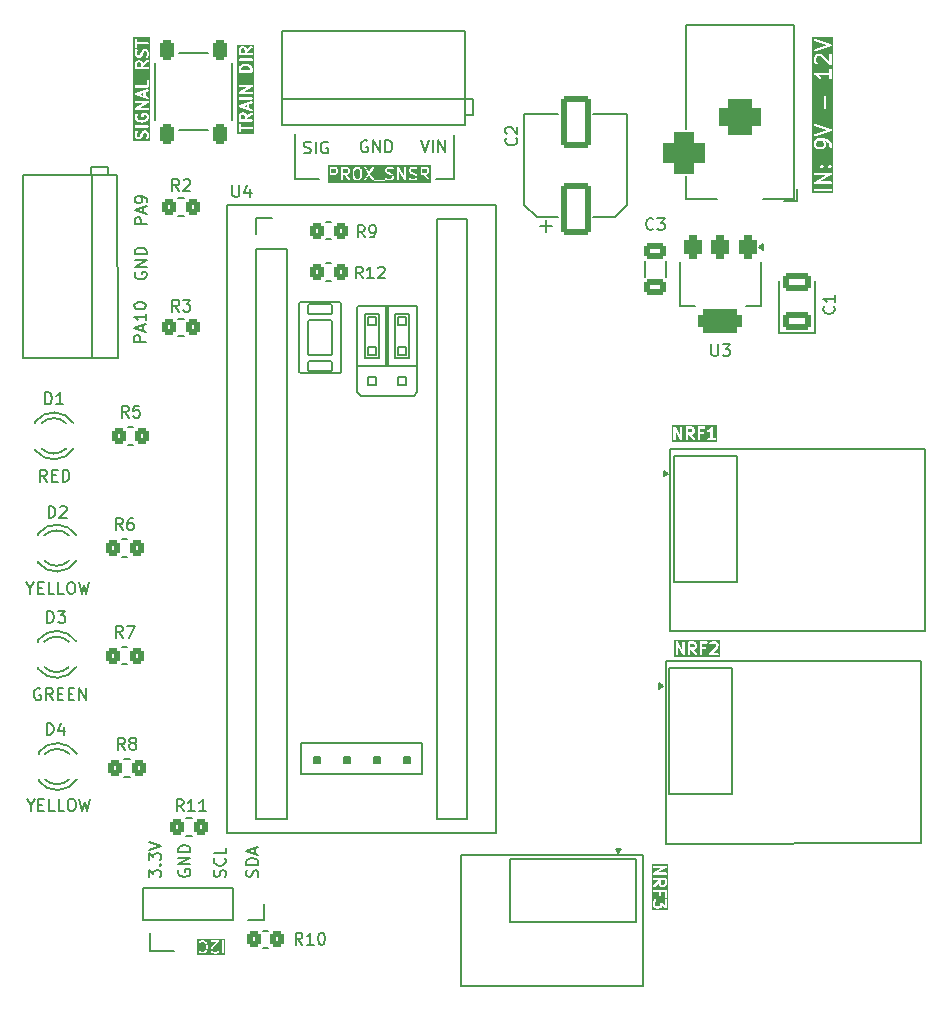
<source format=gto>
G04 #@! TF.GenerationSoftware,KiCad,Pcbnew,8.0.6*
G04 #@! TF.CreationDate,2024-10-18T14:11:23+05:30*
G04 #@! TF.ProjectId,Nodes,4e6f6465-732e-46b6-9963-61645f706362,1.1*
G04 #@! TF.SameCoordinates,Original*
G04 #@! TF.FileFunction,Legend,Top*
G04 #@! TF.FilePolarity,Positive*
%FSLAX46Y46*%
G04 Gerber Fmt 4.6, Leading zero omitted, Abs format (unit mm)*
G04 Created by KiCad (PCBNEW 8.0.6) date 2024-10-18 14:11:23*
%MOMM*%
%LPD*%
G01*
G04 APERTURE LIST*
G04 Aperture macros list*
%AMRoundRect*
0 Rectangle with rounded corners*
0 $1 Rounding radius*
0 $2 $3 $4 $5 $6 $7 $8 $9 X,Y pos of 4 corners*
0 Add a 4 corners polygon primitive as box body*
4,1,4,$2,$3,$4,$5,$6,$7,$8,$9,$2,$3,0*
0 Add four circle primitives for the rounded corners*
1,1,$1+$1,$2,$3*
1,1,$1+$1,$4,$5*
1,1,$1+$1,$6,$7*
1,1,$1+$1,$8,$9*
0 Add four rect primitives between the rounded corners*
20,1,$1+$1,$2,$3,$4,$5,0*
20,1,$1+$1,$4,$5,$6,$7,0*
20,1,$1+$1,$6,$7,$8,$9,0*
20,1,$1+$1,$8,$9,$2,$3,0*%
G04 Aperture macros list end*
%ADD10C,0.152000*%
%ADD11C,0.200000*%
%ADD12RoundRect,0.300000X0.300000X-0.587500X0.300000X0.587500X-0.300000X0.587500X-0.300000X-0.587500X0*%
%ADD13RoundRect,0.375000X-0.375000X0.625000X-0.375000X-0.625000X0.375000X-0.625000X0.375000X0.625000X0*%
%ADD14RoundRect,0.500000X-1.400000X0.500000X-1.400000X-0.500000X1.400000X-0.500000X1.400000X0.500000X0*%
%ADD15R,1.700000X1.700000*%
%ADD16C,1.700000*%
%ADD17RoundRect,0.250000X-0.350000X-0.450000X0.350000X-0.450000X0.350000X0.450000X-0.350000X0.450000X0*%
%ADD18R,1.800000X1.800000*%
%ADD19C,1.800000*%
%ADD20C,3.200000*%
%ADD21RoundRect,0.250000X0.350000X0.450000X-0.350000X0.450000X-0.350000X-0.450000X0.350000X-0.450000X0*%
%ADD22RoundRect,0.250001X0.924999X-0.499999X0.924999X0.499999X-0.924999X0.499999X-0.924999X-0.499999X0*%
%ADD23O,1.700000X1.700000*%
%ADD24RoundRect,0.250000X1.000000X-1.950000X1.000000X1.950000X-1.000000X1.950000X-1.000000X-1.950000X0*%
%ADD25R,3.500000X3.500000*%
%ADD26RoundRect,0.750000X-1.000000X0.750000X-1.000000X-0.750000X1.000000X-0.750000X1.000000X0.750000X0*%
%ADD27RoundRect,0.875000X-0.875000X0.875000X-0.875000X-0.875000X0.875000X-0.875000X0.875000X0.875000X0*%
%ADD28RoundRect,0.250000X-0.650000X0.412500X-0.650000X-0.412500X0.650000X-0.412500X0.650000X0.412500X0*%
%ADD29R,3.000000X3.000000*%
%ADD30C,3.000000*%
G04 APERTURE END LIST*
D10*
X124000000Y-130000000D02*
X122000000Y-130000000D01*
X134200000Y-60800000D02*
X134200000Y-64600000D01*
X122000000Y-130000000D02*
X122000000Y-128500000D01*
X147650000Y-64600000D02*
X146150000Y-64600000D01*
X147700000Y-60900000D02*
X147700000Y-64600000D01*
X134300000Y-64600000D02*
X136300000Y-64600000D01*
X124417334Y-123138095D02*
X124369715Y-123233333D01*
X124369715Y-123233333D02*
X124369715Y-123376190D01*
X124369715Y-123376190D02*
X124417334Y-123519047D01*
X124417334Y-123519047D02*
X124512572Y-123614285D01*
X124512572Y-123614285D02*
X124607810Y-123661904D01*
X124607810Y-123661904D02*
X124798286Y-123709523D01*
X124798286Y-123709523D02*
X124941143Y-123709523D01*
X124941143Y-123709523D02*
X125131619Y-123661904D01*
X125131619Y-123661904D02*
X125226857Y-123614285D01*
X125226857Y-123614285D02*
X125322096Y-123519047D01*
X125322096Y-123519047D02*
X125369715Y-123376190D01*
X125369715Y-123376190D02*
X125369715Y-123280952D01*
X125369715Y-123280952D02*
X125322096Y-123138095D01*
X125322096Y-123138095D02*
X125274476Y-123090476D01*
X125274476Y-123090476D02*
X124941143Y-123090476D01*
X124941143Y-123090476D02*
X124941143Y-123280952D01*
X125369715Y-122661904D02*
X124369715Y-122661904D01*
X124369715Y-122661904D02*
X125369715Y-122090476D01*
X125369715Y-122090476D02*
X124369715Y-122090476D01*
X125369715Y-121614285D02*
X124369715Y-121614285D01*
X124369715Y-121614285D02*
X124369715Y-121376190D01*
X124369715Y-121376190D02*
X124417334Y-121233333D01*
X124417334Y-121233333D02*
X124512572Y-121138095D01*
X124512572Y-121138095D02*
X124607810Y-121090476D01*
X124607810Y-121090476D02*
X124798286Y-121042857D01*
X124798286Y-121042857D02*
X124941143Y-121042857D01*
X124941143Y-121042857D02*
X125131619Y-121090476D01*
X125131619Y-121090476D02*
X125226857Y-121138095D01*
X125226857Y-121138095D02*
X125322096Y-121233333D01*
X125322096Y-121233333D02*
X125369715Y-121376190D01*
X125369715Y-121376190D02*
X125369715Y-121614285D01*
X134990476Y-62422096D02*
X135133333Y-62469715D01*
X135133333Y-62469715D02*
X135371428Y-62469715D01*
X135371428Y-62469715D02*
X135466666Y-62422096D01*
X135466666Y-62422096D02*
X135514285Y-62374476D01*
X135514285Y-62374476D02*
X135561904Y-62279238D01*
X135561904Y-62279238D02*
X135561904Y-62184000D01*
X135561904Y-62184000D02*
X135514285Y-62088762D01*
X135514285Y-62088762D02*
X135466666Y-62041143D01*
X135466666Y-62041143D02*
X135371428Y-61993524D01*
X135371428Y-61993524D02*
X135180952Y-61945905D01*
X135180952Y-61945905D02*
X135085714Y-61898286D01*
X135085714Y-61898286D02*
X135038095Y-61850667D01*
X135038095Y-61850667D02*
X134990476Y-61755429D01*
X134990476Y-61755429D02*
X134990476Y-61660191D01*
X134990476Y-61660191D02*
X135038095Y-61564953D01*
X135038095Y-61564953D02*
X135085714Y-61517334D01*
X135085714Y-61517334D02*
X135180952Y-61469715D01*
X135180952Y-61469715D02*
X135419047Y-61469715D01*
X135419047Y-61469715D02*
X135561904Y-61517334D01*
X135990476Y-62469715D02*
X135990476Y-61469715D01*
X136990475Y-61517334D02*
X136895237Y-61469715D01*
X136895237Y-61469715D02*
X136752380Y-61469715D01*
X136752380Y-61469715D02*
X136609523Y-61517334D01*
X136609523Y-61517334D02*
X136514285Y-61612572D01*
X136514285Y-61612572D02*
X136466666Y-61707810D01*
X136466666Y-61707810D02*
X136419047Y-61898286D01*
X136419047Y-61898286D02*
X136419047Y-62041143D01*
X136419047Y-62041143D02*
X136466666Y-62231619D01*
X136466666Y-62231619D02*
X136514285Y-62326857D01*
X136514285Y-62326857D02*
X136609523Y-62422096D01*
X136609523Y-62422096D02*
X136752380Y-62469715D01*
X136752380Y-62469715D02*
X136847618Y-62469715D01*
X136847618Y-62469715D02*
X136990475Y-62422096D01*
X136990475Y-62422096D02*
X137038094Y-62374476D01*
X137038094Y-62374476D02*
X137038094Y-62041143D01*
X137038094Y-62041143D02*
X136847618Y-62041143D01*
D11*
G36*
X178902221Y-61431558D02*
G01*
X178941173Y-61470511D01*
X178985266Y-61558695D01*
X178985266Y-61759098D01*
X178941174Y-61847281D01*
X178902221Y-61886234D01*
X178814040Y-61930325D01*
X178551730Y-61930325D01*
X178463550Y-61886235D01*
X178424594Y-61847279D01*
X178380504Y-61759099D01*
X178380504Y-61558695D01*
X178424594Y-61470514D01*
X178463550Y-61431558D01*
X178551731Y-61387468D01*
X178814040Y-61387468D01*
X178902221Y-61431558D01*
G37*
G36*
X179824948Y-65803342D02*
G01*
X178036060Y-65803342D01*
X178036060Y-65539389D01*
X178182425Y-65539389D01*
X178182425Y-65578407D01*
X178197357Y-65614455D01*
X178224947Y-65642045D01*
X178260995Y-65656977D01*
X178280504Y-65658898D01*
X179580504Y-65658898D01*
X179600013Y-65656977D01*
X179636061Y-65642045D01*
X179663651Y-65614455D01*
X179678583Y-65578407D01*
X179678583Y-65539389D01*
X179663651Y-65503341D01*
X179636061Y-65475751D01*
X179600013Y-65460819D01*
X179580504Y-65458898D01*
X178280504Y-65458898D01*
X178260995Y-65460819D01*
X178224947Y-65475751D01*
X178197357Y-65503341D01*
X178182425Y-65539389D01*
X178036060Y-65539389D01*
X178036060Y-64932865D01*
X178180748Y-64932865D01*
X178182425Y-64946058D01*
X178182425Y-64959359D01*
X178184864Y-64965247D01*
X178185668Y-64971572D01*
X178192268Y-64983121D01*
X178197357Y-64995407D01*
X178201864Y-64999914D01*
X178205027Y-65005449D01*
X178215541Y-65013591D01*
X178224947Y-65022997D01*
X178230837Y-65025436D01*
X178235876Y-65029339D01*
X178248704Y-65032837D01*
X178260995Y-65037929D01*
X178270972Y-65038911D01*
X178273519Y-65039606D01*
X178275486Y-65039355D01*
X178280504Y-65039850D01*
X179580504Y-65039850D01*
X179600013Y-65037929D01*
X179636061Y-65022997D01*
X179663651Y-64995407D01*
X179678583Y-64959359D01*
X179678583Y-64920341D01*
X179663651Y-64884293D01*
X179636061Y-64856703D01*
X179600013Y-64841771D01*
X179580504Y-64839850D01*
X178657061Y-64839850D01*
X179630118Y-64283818D01*
X179634231Y-64280897D01*
X179636061Y-64280140D01*
X179637926Y-64278274D01*
X179646103Y-64272470D01*
X179654245Y-64261955D01*
X179663651Y-64252550D01*
X179666090Y-64246659D01*
X179669993Y-64241621D01*
X179673490Y-64228795D01*
X179678583Y-64216502D01*
X179678583Y-64210123D01*
X179680259Y-64203978D01*
X179678583Y-64190792D01*
X179678583Y-64177484D01*
X179676142Y-64171592D01*
X179675339Y-64165271D01*
X179668741Y-64153725D01*
X179663651Y-64141436D01*
X179659143Y-64136928D01*
X179655981Y-64131394D01*
X179645466Y-64123251D01*
X179636061Y-64113846D01*
X179630170Y-64111406D01*
X179625132Y-64107504D01*
X179612304Y-64104005D01*
X179600013Y-64098914D01*
X179590033Y-64097931D01*
X179587488Y-64097237D01*
X179585521Y-64097487D01*
X179580504Y-64096993D01*
X178280504Y-64096993D01*
X178260995Y-64098914D01*
X178224947Y-64113846D01*
X178197357Y-64141436D01*
X178182425Y-64177484D01*
X178182425Y-64216502D01*
X178197357Y-64252550D01*
X178224947Y-64280140D01*
X178260995Y-64295072D01*
X178280504Y-64296993D01*
X179203948Y-64296993D01*
X178230890Y-64853026D01*
X178226779Y-64855944D01*
X178224947Y-64856703D01*
X178223080Y-64858569D01*
X178214905Y-64864373D01*
X178206762Y-64874887D01*
X178197357Y-64884293D01*
X178194917Y-64890183D01*
X178191015Y-64895222D01*
X178187516Y-64908050D01*
X178182425Y-64920341D01*
X178182425Y-64926716D01*
X178180748Y-64932865D01*
X178036060Y-64932865D01*
X178036060Y-63558436D01*
X178677663Y-63558436D01*
X178677663Y-63597454D01*
X178686410Y-63618571D01*
X178692595Y-63633503D01*
X178705032Y-63648656D01*
X178766937Y-63710560D01*
X178782090Y-63722997D01*
X178818139Y-63737928D01*
X178837647Y-63737927D01*
X178857155Y-63737928D01*
X178893204Y-63722997D01*
X178908357Y-63710560D01*
X178970262Y-63648656D01*
X178982699Y-63633503D01*
X178988883Y-63618571D01*
X178997631Y-63597454D01*
X178997631Y-63558436D01*
X179358616Y-63558436D01*
X179358616Y-63597454D01*
X179367363Y-63618571D01*
X179373548Y-63633503D01*
X179385985Y-63648656D01*
X179447890Y-63710560D01*
X179463043Y-63722997D01*
X179488533Y-63733554D01*
X179499091Y-63737928D01*
X179499092Y-63737928D01*
X179538109Y-63737928D01*
X179559226Y-63729180D01*
X179574158Y-63722996D01*
X179574162Y-63722991D01*
X179589311Y-63710560D01*
X179651214Y-63648656D01*
X179663651Y-63633503D01*
X179669103Y-63620339D01*
X179678583Y-63597454D01*
X179678583Y-63558436D01*
X179669103Y-63535549D01*
X179663652Y-63522388D01*
X179651215Y-63507235D01*
X179589311Y-63445330D01*
X179574158Y-63432893D01*
X179559226Y-63426708D01*
X179538109Y-63417961D01*
X179499091Y-63417961D01*
X179488533Y-63422334D01*
X179463043Y-63432892D01*
X179463037Y-63432897D01*
X179447889Y-63445329D01*
X179385984Y-63507234D01*
X179373552Y-63522382D01*
X179373547Y-63522388D01*
X179368096Y-63535549D01*
X179358616Y-63558436D01*
X178997631Y-63558436D01*
X178988151Y-63535549D01*
X178982700Y-63522388D01*
X178982694Y-63522382D01*
X178970263Y-63507234D01*
X178908358Y-63445329D01*
X178893204Y-63432893D01*
X178857156Y-63417961D01*
X178818138Y-63417961D01*
X178782090Y-63432893D01*
X178766936Y-63445329D01*
X178705031Y-63507234D01*
X178692599Y-63522382D01*
X178692594Y-63522388D01*
X178687143Y-63535549D01*
X178677663Y-63558436D01*
X178036060Y-63558436D01*
X178036060Y-61535087D01*
X178180504Y-61535087D01*
X178180504Y-61782706D01*
X178182425Y-61802215D01*
X178183800Y-61805535D01*
X178184055Y-61809119D01*
X178191061Y-61827427D01*
X178252966Y-61951238D01*
X178258252Y-61959636D01*
X178259262Y-61962073D01*
X178261513Y-61964816D01*
X178263409Y-61967828D01*
X178265406Y-61969560D01*
X178271698Y-61977227D01*
X178333603Y-62039132D01*
X178341273Y-62045426D01*
X178343003Y-62047421D01*
X178346010Y-62049314D01*
X178348757Y-62051568D01*
X178351196Y-62052578D01*
X178359593Y-62057864D01*
X178483402Y-62119768D01*
X178501710Y-62126774D01*
X178505293Y-62127028D01*
X178508614Y-62128404D01*
X178528123Y-62130325D01*
X178837647Y-62130325D01*
X178857156Y-62128404D01*
X178860476Y-62127028D01*
X178864059Y-62126774D01*
X178882368Y-62119768D01*
X179006177Y-62057864D01*
X179014571Y-62052579D01*
X179017015Y-62051568D01*
X179019763Y-62049312D01*
X179022768Y-62047421D01*
X179024498Y-62045425D01*
X179032168Y-62039131D01*
X179094072Y-61977226D01*
X179100364Y-61969559D01*
X179102361Y-61967828D01*
X179104254Y-61964820D01*
X179106509Y-61962073D01*
X179107520Y-61959631D01*
X179112804Y-61951237D01*
X179174709Y-61827427D01*
X179181715Y-61809119D01*
X179181969Y-61805535D01*
X179183345Y-61802215D01*
X179185266Y-61782706D01*
X179185266Y-61535087D01*
X179183345Y-61515578D01*
X179181969Y-61512257D01*
X179181715Y-61508674D01*
X179174709Y-61490365D01*
X179139290Y-61419527D01*
X179229921Y-61442185D01*
X179392987Y-61550896D01*
X179436414Y-61594322D01*
X179480504Y-61682502D01*
X179480504Y-61906516D01*
X179482425Y-61926025D01*
X179497357Y-61962073D01*
X179524947Y-61989663D01*
X179560995Y-62004595D01*
X179600013Y-62004595D01*
X179636061Y-61989663D01*
X179663651Y-61962073D01*
X179678583Y-61926025D01*
X179680504Y-61906516D01*
X179680504Y-61658897D01*
X179678583Y-61639388D01*
X179677207Y-61636067D01*
X179676953Y-61632484D01*
X179669947Y-61614176D01*
X179608043Y-61490366D01*
X179602758Y-61481970D01*
X179601747Y-61479529D01*
X179599491Y-61476781D01*
X179597600Y-61473776D01*
X179595604Y-61472045D01*
X179589310Y-61464376D01*
X179527405Y-61402472D01*
X179527352Y-61402429D01*
X179527332Y-61402398D01*
X179519834Y-61396258D01*
X179512252Y-61390035D01*
X179512216Y-61390020D01*
X179512165Y-61389978D01*
X179326450Y-61266168D01*
X179315680Y-61260425D01*
X179313694Y-61258954D01*
X179311348Y-61258115D01*
X179309152Y-61256945D01*
X179306728Y-61256465D01*
X179295234Y-61252359D01*
X179047615Y-61190454D01*
X179044233Y-61189953D01*
X179042870Y-61189389D01*
X179035519Y-61188665D01*
X179028222Y-61187586D01*
X179026763Y-61187803D01*
X179023361Y-61187468D01*
X178528123Y-61187468D01*
X178508614Y-61189389D01*
X178505293Y-61190764D01*
X178501710Y-61191019D01*
X178483401Y-61198025D01*
X178359592Y-61259930D01*
X178351193Y-61265216D01*
X178348757Y-61266226D01*
X178346013Y-61268477D01*
X178343002Y-61270373D01*
X178341269Y-61272370D01*
X178333603Y-61278662D01*
X178271698Y-61340567D01*
X178265406Y-61348233D01*
X178263409Y-61349966D01*
X178261513Y-61352977D01*
X178259262Y-61355721D01*
X178258252Y-61358157D01*
X178252966Y-61366556D01*
X178191061Y-61490365D01*
X178184055Y-61508674D01*
X178183800Y-61512257D01*
X178182425Y-61515578D01*
X178180504Y-61535087D01*
X178036060Y-61535087D01*
X178036060Y-60036866D01*
X178181289Y-60036866D01*
X178184055Y-60075786D01*
X178201505Y-60110684D01*
X178230981Y-60136250D01*
X178248881Y-60144241D01*
X179264277Y-60482706D01*
X178248881Y-60821172D01*
X178230981Y-60829163D01*
X178201505Y-60854728D01*
X178184055Y-60889627D01*
X178181289Y-60928547D01*
X178193627Y-60965563D01*
X178219192Y-60995039D01*
X178254091Y-61012489D01*
X178293011Y-61015255D01*
X178312127Y-61010908D01*
X179612127Y-60577575D01*
X179630027Y-60569584D01*
X179635424Y-60564902D01*
X179641816Y-60561707D01*
X179650033Y-60552232D01*
X179659503Y-60544019D01*
X179662697Y-60537630D01*
X179667381Y-60532230D01*
X179671347Y-60520329D01*
X179676953Y-60509120D01*
X179677459Y-60501996D01*
X179679720Y-60495215D01*
X179678830Y-60482702D01*
X179679719Y-60470200D01*
X179677459Y-60463422D01*
X179676953Y-60456295D01*
X179671344Y-60445078D01*
X179667380Y-60433184D01*
X179662699Y-60427787D01*
X179659504Y-60421396D01*
X179650027Y-60413176D01*
X179641815Y-60403708D01*
X179635427Y-60400514D01*
X179630028Y-60395831D01*
X179612127Y-60387839D01*
X178312127Y-59954505D01*
X178293011Y-59950158D01*
X178254091Y-59952924D01*
X178219193Y-59970374D01*
X178193627Y-59999850D01*
X178181289Y-60036866D01*
X178036060Y-60036866D01*
X178036060Y-57635088D01*
X178985266Y-57635088D01*
X178985266Y-58625564D01*
X178987187Y-58645073D01*
X179002119Y-58681121D01*
X179029709Y-58708711D01*
X179065757Y-58723643D01*
X179104775Y-58723643D01*
X179140823Y-58708711D01*
X179168413Y-58681121D01*
X179183345Y-58645073D01*
X179185266Y-58625564D01*
X179185266Y-57635088D01*
X179183345Y-57615579D01*
X179168413Y-57579531D01*
X179140823Y-57551941D01*
X179104775Y-57537009D01*
X179065757Y-57537009D01*
X179029709Y-57551941D01*
X179002119Y-57579531D01*
X178987187Y-57615579D01*
X178985266Y-57635088D01*
X178036060Y-57635088D01*
X178036060Y-55716145D01*
X178180504Y-55716145D01*
X178182425Y-55725750D01*
X178182425Y-55735549D01*
X178186214Y-55744697D01*
X178188156Y-55754405D01*
X178193607Y-55762545D01*
X178197357Y-55771597D01*
X178204356Y-55778596D01*
X178209867Y-55786825D01*
X178224873Y-55799113D01*
X178224947Y-55799187D01*
X178224979Y-55799200D01*
X178225034Y-55799245D01*
X178402510Y-55917562D01*
X178507841Y-56022892D01*
X178562490Y-56132190D01*
X178572933Y-56148780D01*
X178602410Y-56174344D01*
X178639426Y-56186683D01*
X178678346Y-56183917D01*
X178713245Y-56166468D01*
X178738809Y-56136991D01*
X178751148Y-56099975D01*
X178748382Y-56061055D01*
X178741376Y-56042746D01*
X178679471Y-55918937D01*
X178674184Y-55910538D01*
X178673175Y-55908102D01*
X178670924Y-55905359D01*
X178669028Y-55902347D01*
X178667029Y-55900613D01*
X178660739Y-55892949D01*
X178583831Y-55816040D01*
X179480504Y-55816040D01*
X179480504Y-56087468D01*
X179482425Y-56106977D01*
X179497357Y-56143025D01*
X179524947Y-56170615D01*
X179560995Y-56185547D01*
X179600013Y-56185547D01*
X179636061Y-56170615D01*
X179663651Y-56143025D01*
X179678583Y-56106977D01*
X179680504Y-56087468D01*
X179680504Y-55344611D01*
X179678583Y-55325102D01*
X179663651Y-55289054D01*
X179636061Y-55261464D01*
X179600013Y-55246532D01*
X179560995Y-55246532D01*
X179524947Y-55261464D01*
X179497357Y-55289054D01*
X179482425Y-55325102D01*
X179480504Y-55344611D01*
X179480504Y-55616040D01*
X178280504Y-55616040D01*
X178280433Y-55616046D01*
X178280399Y-55616040D01*
X178280297Y-55616060D01*
X178260995Y-55617961D01*
X178251846Y-55621750D01*
X178242139Y-55623692D01*
X178233998Y-55629143D01*
X178224947Y-55632893D01*
X178217947Y-55639892D01*
X178209719Y-55645403D01*
X178204283Y-55653556D01*
X178197357Y-55660483D01*
X178193568Y-55669629D01*
X178188076Y-55677868D01*
X178186174Y-55687478D01*
X178182425Y-55696531D01*
X178182425Y-55706434D01*
X178180504Y-55716145D01*
X178036060Y-55716145D01*
X178036060Y-54354135D01*
X178180504Y-54354135D01*
X178180504Y-54663659D01*
X178182425Y-54683168D01*
X178183800Y-54686488D01*
X178184055Y-54690072D01*
X178191061Y-54708380D01*
X178252966Y-54832191D01*
X178258251Y-54840588D01*
X178259262Y-54843027D01*
X178261514Y-54845771D01*
X178263409Y-54848781D01*
X178265406Y-54850513D01*
X178271699Y-54858180D01*
X178333604Y-54920084D01*
X178348757Y-54932521D01*
X178384806Y-54947452D01*
X178423824Y-54947451D01*
X178459872Y-54932520D01*
X178487462Y-54904930D01*
X178502393Y-54868881D01*
X178502392Y-54829863D01*
X178487461Y-54793815D01*
X178475024Y-54778662D01*
X178424594Y-54728233D01*
X178380504Y-54640052D01*
X178380504Y-54377743D01*
X178424594Y-54289562D01*
X178463550Y-54250606D01*
X178551731Y-54206516D01*
X178635706Y-54206516D01*
X178783627Y-54255823D01*
X179509793Y-54981988D01*
X179524946Y-54994425D01*
X179535504Y-54998798D01*
X179560995Y-55009357D01*
X179600013Y-55009357D01*
X179636061Y-54994425D01*
X179663651Y-54966835D01*
X179678583Y-54930787D01*
X179680504Y-54911278D01*
X179680504Y-54106516D01*
X179678583Y-54087007D01*
X179663651Y-54050959D01*
X179636061Y-54023369D01*
X179600013Y-54008437D01*
X179560995Y-54008437D01*
X179524947Y-54023369D01*
X179497357Y-54050959D01*
X179482425Y-54087007D01*
X179480504Y-54106516D01*
X179480504Y-54669856D01*
X178908358Y-54097710D01*
X178893204Y-54085274D01*
X178889883Y-54083898D01*
X178887170Y-54081545D01*
X178869270Y-54073553D01*
X178683556Y-54011648D01*
X178673883Y-54009448D01*
X178671442Y-54008437D01*
X178667904Y-54008088D01*
X178664441Y-54007301D01*
X178661806Y-54007488D01*
X178651933Y-54006516D01*
X178528123Y-54006516D01*
X178508614Y-54008437D01*
X178505293Y-54009812D01*
X178501710Y-54010067D01*
X178483401Y-54017073D01*
X178359592Y-54078978D01*
X178351193Y-54084264D01*
X178348757Y-54085274D01*
X178346013Y-54087525D01*
X178343002Y-54089421D01*
X178341269Y-54091418D01*
X178333603Y-54097710D01*
X178271698Y-54159615D01*
X178265406Y-54167281D01*
X178263409Y-54169014D01*
X178261513Y-54172025D01*
X178259262Y-54174769D01*
X178258252Y-54177205D01*
X178252966Y-54185604D01*
X178191061Y-54309413D01*
X178184055Y-54327722D01*
X178183800Y-54331305D01*
X178182425Y-54334626D01*
X178180504Y-54354135D01*
X178036060Y-54354135D01*
X178036060Y-52855914D01*
X178181289Y-52855914D01*
X178184055Y-52894834D01*
X178201505Y-52929732D01*
X178230981Y-52955298D01*
X178248881Y-52963289D01*
X179264277Y-53301754D01*
X178248881Y-53640220D01*
X178230981Y-53648211D01*
X178201505Y-53673776D01*
X178184055Y-53708675D01*
X178181289Y-53747595D01*
X178193627Y-53784611D01*
X178219192Y-53814087D01*
X178254091Y-53831537D01*
X178293011Y-53834303D01*
X178312127Y-53829956D01*
X179612127Y-53396623D01*
X179630027Y-53388632D01*
X179635424Y-53383950D01*
X179641816Y-53380755D01*
X179650033Y-53371280D01*
X179659503Y-53363067D01*
X179662697Y-53356678D01*
X179667381Y-53351278D01*
X179671347Y-53339377D01*
X179676953Y-53328168D01*
X179677459Y-53321044D01*
X179679720Y-53314263D01*
X179678830Y-53301750D01*
X179679719Y-53289248D01*
X179677459Y-53282470D01*
X179676953Y-53275343D01*
X179671344Y-53264126D01*
X179667380Y-53252232D01*
X179662699Y-53246835D01*
X179659504Y-53240444D01*
X179650027Y-53232224D01*
X179641815Y-53222756D01*
X179635427Y-53219562D01*
X179630028Y-53214879D01*
X179612127Y-53206887D01*
X178312127Y-52773553D01*
X178293011Y-52769206D01*
X178254091Y-52771972D01*
X178219193Y-52789422D01*
X178193627Y-52818898D01*
X178181289Y-52855914D01*
X178036060Y-52855914D01*
X178036060Y-52624762D01*
X179824948Y-52624762D01*
X179824948Y-65803342D01*
G37*
D10*
X121669715Y-68461904D02*
X120669715Y-68461904D01*
X120669715Y-68461904D02*
X120669715Y-68080952D01*
X120669715Y-68080952D02*
X120717334Y-67985714D01*
X120717334Y-67985714D02*
X120764953Y-67938095D01*
X120764953Y-67938095D02*
X120860191Y-67890476D01*
X120860191Y-67890476D02*
X121003048Y-67890476D01*
X121003048Y-67890476D02*
X121098286Y-67938095D01*
X121098286Y-67938095D02*
X121145905Y-67985714D01*
X121145905Y-67985714D02*
X121193524Y-68080952D01*
X121193524Y-68080952D02*
X121193524Y-68461904D01*
X121384000Y-67509523D02*
X121384000Y-67033333D01*
X121669715Y-67604761D02*
X120669715Y-67271428D01*
X120669715Y-67271428D02*
X121669715Y-66938095D01*
X121669715Y-66557142D02*
X121669715Y-66366666D01*
X121669715Y-66366666D02*
X121622096Y-66271428D01*
X121622096Y-66271428D02*
X121574476Y-66223809D01*
X121574476Y-66223809D02*
X121431619Y-66128571D01*
X121431619Y-66128571D02*
X121241143Y-66080952D01*
X121241143Y-66080952D02*
X120860191Y-66080952D01*
X120860191Y-66080952D02*
X120764953Y-66128571D01*
X120764953Y-66128571D02*
X120717334Y-66176190D01*
X120717334Y-66176190D02*
X120669715Y-66271428D01*
X120669715Y-66271428D02*
X120669715Y-66461904D01*
X120669715Y-66461904D02*
X120717334Y-66557142D01*
X120717334Y-66557142D02*
X120764953Y-66604761D01*
X120764953Y-66604761D02*
X120860191Y-66652380D01*
X120860191Y-66652380D02*
X121098286Y-66652380D01*
X121098286Y-66652380D02*
X121193524Y-66604761D01*
X121193524Y-66604761D02*
X121241143Y-66557142D01*
X121241143Y-66557142D02*
X121288762Y-66461904D01*
X121288762Y-66461904D02*
X121288762Y-66271428D01*
X121288762Y-66271428D02*
X121241143Y-66176190D01*
X121241143Y-66176190D02*
X121193524Y-66128571D01*
X121193524Y-66128571D02*
X121098286Y-66080952D01*
G36*
X139669265Y-63779794D02*
G01*
X139740897Y-63851426D01*
X139781142Y-64012405D01*
X139781142Y-64327024D01*
X139740897Y-64488002D01*
X139669265Y-64559635D01*
X139601107Y-64593715D01*
X139446513Y-64593715D01*
X139378354Y-64559636D01*
X139306720Y-64488002D01*
X139266476Y-64327024D01*
X139266476Y-64012405D01*
X139306720Y-63851426D01*
X139378352Y-63779794D01*
X139446513Y-63745715D01*
X139601107Y-63745715D01*
X139669265Y-63779794D01*
G37*
G36*
X138669265Y-63779794D02*
G01*
X138699443Y-63809972D01*
X138733523Y-63878132D01*
X138733523Y-63985106D01*
X138699443Y-64053266D01*
X138669265Y-64083444D01*
X138601107Y-64117524D01*
X138314095Y-64117524D01*
X138314095Y-63745715D01*
X138601107Y-63745715D01*
X138669265Y-63779794D01*
G37*
G36*
X145383551Y-63779794D02*
G01*
X145413729Y-63809972D01*
X145447809Y-63878132D01*
X145447809Y-63985106D01*
X145413729Y-64053266D01*
X145383551Y-64083444D01*
X145315393Y-64117524D01*
X145028381Y-64117524D01*
X145028381Y-63745715D01*
X145315393Y-63745715D01*
X145383551Y-63779794D01*
G37*
G36*
X137669265Y-63779794D02*
G01*
X137699443Y-63809972D01*
X137733523Y-63878132D01*
X137733523Y-63985106D01*
X137699443Y-64053266D01*
X137669265Y-64083444D01*
X137601107Y-64117524D01*
X137314095Y-64117524D01*
X137314095Y-63745715D01*
X137601107Y-63745715D01*
X137669265Y-63779794D01*
G37*
G36*
X145710920Y-64952064D02*
G01*
X137050984Y-64952064D01*
X137050984Y-64750126D01*
X140925460Y-64750126D01*
X140925460Y-64779780D01*
X140936808Y-64807176D01*
X140957777Y-64828145D01*
X140985173Y-64839493D01*
X141000000Y-64840953D01*
X141761904Y-64840953D01*
X141776731Y-64839493D01*
X141804127Y-64828145D01*
X141825096Y-64807176D01*
X141836444Y-64779780D01*
X141836444Y-64750126D01*
X141825096Y-64722730D01*
X141804127Y-64701761D01*
X141776731Y-64690413D01*
X141761904Y-64688953D01*
X141000000Y-64688953D01*
X140985173Y-64690413D01*
X140957777Y-64701761D01*
X140936808Y-64722730D01*
X140925460Y-64750126D01*
X137050984Y-64750126D01*
X137050984Y-63669715D01*
X137162095Y-63669715D01*
X137162095Y-64669715D01*
X137163555Y-64684542D01*
X137174903Y-64711938D01*
X137195872Y-64732907D01*
X137223268Y-64744255D01*
X137252922Y-64744255D01*
X137280318Y-64732907D01*
X137301287Y-64711938D01*
X137312635Y-64684542D01*
X137314095Y-64669715D01*
X137314095Y-64269524D01*
X137619047Y-64269524D01*
X137633874Y-64268064D01*
X137636397Y-64267018D01*
X137639121Y-64266825D01*
X137653035Y-64261500D01*
X137748273Y-64213882D01*
X137754655Y-64209864D01*
X137756508Y-64209097D01*
X137758592Y-64207385D01*
X137760882Y-64205945D01*
X137762198Y-64204426D01*
X137768025Y-64199645D01*
X137815644Y-64152026D01*
X137820426Y-64146198D01*
X137821944Y-64144883D01*
X137823381Y-64142598D01*
X137825096Y-64140510D01*
X137825865Y-64138652D01*
X137829880Y-64132274D01*
X137877499Y-64037037D01*
X137882824Y-64023122D01*
X137883017Y-64020398D01*
X137884063Y-64017875D01*
X137885523Y-64003048D01*
X137885523Y-63860191D01*
X137884063Y-63845364D01*
X137883017Y-63842840D01*
X137882824Y-63840117D01*
X137877499Y-63826202D01*
X137829880Y-63730965D01*
X137825865Y-63724586D01*
X137825096Y-63722729D01*
X137823381Y-63720640D01*
X137821944Y-63718356D01*
X137820426Y-63717040D01*
X137815644Y-63711213D01*
X137774146Y-63669715D01*
X138162095Y-63669715D01*
X138162095Y-64669715D01*
X138163555Y-64684542D01*
X138174903Y-64711938D01*
X138195872Y-64732907D01*
X138223268Y-64744255D01*
X138252922Y-64744255D01*
X138280318Y-64732907D01*
X138301287Y-64711938D01*
X138312635Y-64684542D01*
X138314095Y-64669715D01*
X138314095Y-64269524D01*
X138436620Y-64269524D01*
X138747261Y-64713298D01*
X138756960Y-64724608D01*
X138781967Y-64740544D01*
X138811171Y-64745697D01*
X138840122Y-64739283D01*
X138864416Y-64722278D01*
X138880352Y-64697271D01*
X138885505Y-64668067D01*
X138879091Y-64639116D01*
X138871785Y-64626132D01*
X138621959Y-64269237D01*
X138633874Y-64268064D01*
X138636397Y-64267018D01*
X138639121Y-64266825D01*
X138653035Y-64261500D01*
X138748273Y-64213882D01*
X138754655Y-64209864D01*
X138756508Y-64209097D01*
X138758592Y-64207385D01*
X138760882Y-64205945D01*
X138762198Y-64204426D01*
X138768025Y-64199645D01*
X138815644Y-64152026D01*
X138820426Y-64146198D01*
X138821944Y-64144883D01*
X138823381Y-64142598D01*
X138825096Y-64140510D01*
X138825865Y-64138652D01*
X138829880Y-64132274D01*
X138877499Y-64037037D01*
X138882824Y-64023122D01*
X138883017Y-64020398D01*
X138884063Y-64017875D01*
X138885523Y-64003048D01*
X139114476Y-64003048D01*
X139114476Y-64336381D01*
X139114730Y-64338967D01*
X139114566Y-64340075D01*
X139115385Y-64345619D01*
X139115936Y-64351208D01*
X139116365Y-64352243D01*
X139116745Y-64354814D01*
X139164364Y-64545290D01*
X139169377Y-64559320D01*
X139172740Y-64563859D01*
X139174903Y-64569080D01*
X139184355Y-64580597D01*
X139279593Y-64675836D01*
X139285420Y-64680618D01*
X139286736Y-64682136D01*
X139289020Y-64683573D01*
X139291109Y-64685288D01*
X139292966Y-64686057D01*
X139299345Y-64690072D01*
X139394582Y-64737691D01*
X139408497Y-64743016D01*
X139411220Y-64743209D01*
X139413744Y-64744255D01*
X139428571Y-64745715D01*
X139619047Y-64745715D01*
X139633874Y-64744255D01*
X139636397Y-64743209D01*
X139639121Y-64743016D01*
X139653035Y-64737691D01*
X139748273Y-64690073D01*
X139754653Y-64686056D01*
X139756509Y-64685288D01*
X139758596Y-64683574D01*
X139760882Y-64682136D01*
X139762197Y-64680618D01*
X139768025Y-64675836D01*
X139863264Y-64580597D01*
X139872716Y-64569080D01*
X139874879Y-64563857D01*
X139878241Y-64559320D01*
X139883254Y-64545290D01*
X139930873Y-64354814D01*
X139931252Y-64352243D01*
X139931682Y-64351208D01*
X139932232Y-64345619D01*
X139933052Y-64340075D01*
X139932887Y-64338967D01*
X139933142Y-64336381D01*
X139933142Y-64003048D01*
X139932887Y-64000461D01*
X139933052Y-63999354D01*
X139932232Y-63993809D01*
X139931682Y-63988221D01*
X139931252Y-63987185D01*
X139930873Y-63984615D01*
X139883254Y-63794139D01*
X139878241Y-63780109D01*
X139874877Y-63775568D01*
X139872715Y-63770349D01*
X139863263Y-63758832D01*
X139774067Y-63669636D01*
X140114476Y-63669636D01*
X140120230Y-63698726D01*
X140127240Y-63711872D01*
X140432468Y-64169715D01*
X140127240Y-64627558D01*
X140120230Y-64640704D01*
X140114476Y-64669794D01*
X140120292Y-64698873D01*
X140136792Y-64723512D01*
X140161465Y-64739961D01*
X140190555Y-64745715D01*
X140219634Y-64739899D01*
X140244273Y-64723399D01*
X140253712Y-64711872D01*
X140523809Y-64306726D01*
X140793906Y-64711872D01*
X140803345Y-64723399D01*
X140827984Y-64739899D01*
X140857063Y-64745715D01*
X140886152Y-64739961D01*
X140910826Y-64723511D01*
X140927326Y-64698873D01*
X140933142Y-64669794D01*
X140927388Y-64640704D01*
X140920378Y-64627558D01*
X140615149Y-64169715D01*
X140821499Y-63860191D01*
X141876381Y-63860191D01*
X141876381Y-63955429D01*
X141877841Y-63970256D01*
X141878886Y-63972779D01*
X141879080Y-63975503D01*
X141884405Y-63989417D01*
X141932023Y-64084655D01*
X141936040Y-64091037D01*
X141936808Y-64092890D01*
X141938519Y-64094974D01*
X141939960Y-64097264D01*
X141941478Y-64098580D01*
X141946260Y-64104407D01*
X141993879Y-64152026D01*
X141999706Y-64156808D01*
X142001022Y-64158326D01*
X142003306Y-64159763D01*
X142005395Y-64161478D01*
X142007252Y-64162247D01*
X142013631Y-64166262D01*
X142108868Y-64213881D01*
X142109952Y-64214296D01*
X142110394Y-64214623D01*
X142116621Y-64216848D01*
X142122783Y-64219206D01*
X142123329Y-64219244D01*
X142124424Y-64219636D01*
X142306809Y-64265232D01*
X142383551Y-64303603D01*
X142413729Y-64333781D01*
X142447809Y-64401941D01*
X142447809Y-64461296D01*
X142413729Y-64529456D01*
X142383549Y-64559636D01*
X142315393Y-64593715D01*
X142107571Y-64593715D01*
X141976414Y-64549996D01*
X141961886Y-64546692D01*
X141932308Y-64548795D01*
X141905784Y-64562057D01*
X141886355Y-64584458D01*
X141876977Y-64612591D01*
X141879080Y-64642169D01*
X141892342Y-64668693D01*
X141914743Y-64688122D01*
X141928348Y-64694196D01*
X142071204Y-64741815D01*
X142078555Y-64743486D01*
X142080411Y-64744255D01*
X142083101Y-64744519D01*
X142085732Y-64745118D01*
X142087731Y-64744975D01*
X142095238Y-64745715D01*
X142333333Y-64745715D01*
X142348160Y-64744255D01*
X142350683Y-64743209D01*
X142353407Y-64743016D01*
X142367321Y-64737691D01*
X142462559Y-64690073D01*
X142468939Y-64686056D01*
X142470795Y-64685288D01*
X142472883Y-64683574D01*
X142475168Y-64682136D01*
X142476482Y-64680620D01*
X142482312Y-64675836D01*
X142529931Y-64628216D01*
X142534712Y-64622388D01*
X142536230Y-64621073D01*
X142537669Y-64618785D01*
X142539382Y-64616699D01*
X142540150Y-64614844D01*
X142544166Y-64608464D01*
X142591785Y-64513227D01*
X142597110Y-64499312D01*
X142597303Y-64496588D01*
X142598349Y-64494065D01*
X142599809Y-64479238D01*
X142599809Y-64384000D01*
X142598349Y-64369173D01*
X142597303Y-64366649D01*
X142597110Y-64363926D01*
X142591785Y-64350011D01*
X142544166Y-64254774D01*
X142540151Y-64248395D01*
X142539382Y-64246538D01*
X142537667Y-64244449D01*
X142536230Y-64242165D01*
X142534712Y-64240849D01*
X142529930Y-64235022D01*
X142482311Y-64187403D01*
X142476484Y-64182621D01*
X142475168Y-64181103D01*
X142472878Y-64179662D01*
X142470794Y-64177951D01*
X142468941Y-64177183D01*
X142462559Y-64173166D01*
X142367321Y-64125548D01*
X142366238Y-64125133D01*
X142365796Y-64124806D01*
X142359561Y-64122578D01*
X142353407Y-64120223D01*
X142352860Y-64120184D01*
X142351766Y-64119793D01*
X142169383Y-64074197D01*
X142092638Y-64035825D01*
X142062460Y-64005647D01*
X142028381Y-63937488D01*
X142028381Y-63878131D01*
X142062460Y-63809972D01*
X142092638Y-63779794D01*
X142160799Y-63745715D01*
X142368619Y-63745715D01*
X142499775Y-63789434D01*
X142514303Y-63792737D01*
X142543882Y-63790635D01*
X142570406Y-63777373D01*
X142589835Y-63754972D01*
X142599212Y-63726839D01*
X142597110Y-63697261D01*
X142583848Y-63670737D01*
X142582670Y-63669715D01*
X142876381Y-63669715D01*
X142876381Y-64669715D01*
X142877841Y-64684542D01*
X142889189Y-64711938D01*
X142910158Y-64732907D01*
X142937554Y-64744255D01*
X142967208Y-64744255D01*
X142994604Y-64732907D01*
X143015573Y-64711938D01*
X143026921Y-64684542D01*
X143028381Y-64669715D01*
X143028381Y-63955897D01*
X143457823Y-64707422D01*
X143460040Y-64710546D01*
X143460617Y-64711938D01*
X143462034Y-64713355D01*
X143466446Y-64719571D01*
X143474441Y-64725762D01*
X143481586Y-64732907D01*
X143486061Y-64734760D01*
X143489892Y-64737727D01*
X143499642Y-64740386D01*
X143508982Y-64744255D01*
X143513826Y-64744255D01*
X143518501Y-64745530D01*
X143528530Y-64744255D01*
X143538636Y-64744255D01*
X143543111Y-64742401D01*
X143547918Y-64741790D01*
X143556696Y-64736774D01*
X143566032Y-64732907D01*
X143569455Y-64729483D01*
X143573665Y-64727078D01*
X143579857Y-64719081D01*
X143587001Y-64711938D01*
X143588854Y-64707464D01*
X143591821Y-64703633D01*
X143594480Y-64693880D01*
X143598349Y-64684542D01*
X143599095Y-64676960D01*
X143599624Y-64675023D01*
X143599433Y-64673526D01*
X143599809Y-64669715D01*
X143599809Y-63860191D01*
X143876381Y-63860191D01*
X143876381Y-63955429D01*
X143877841Y-63970256D01*
X143878886Y-63972779D01*
X143879080Y-63975503D01*
X143884405Y-63989417D01*
X143932023Y-64084655D01*
X143936040Y-64091037D01*
X143936808Y-64092890D01*
X143938519Y-64094974D01*
X143939960Y-64097264D01*
X143941478Y-64098580D01*
X143946260Y-64104407D01*
X143993879Y-64152026D01*
X143999706Y-64156808D01*
X144001022Y-64158326D01*
X144003306Y-64159763D01*
X144005395Y-64161478D01*
X144007252Y-64162247D01*
X144013631Y-64166262D01*
X144108868Y-64213881D01*
X144109952Y-64214296D01*
X144110394Y-64214623D01*
X144116621Y-64216848D01*
X144122783Y-64219206D01*
X144123329Y-64219244D01*
X144124424Y-64219636D01*
X144306809Y-64265232D01*
X144383551Y-64303603D01*
X144413729Y-64333781D01*
X144447809Y-64401941D01*
X144447809Y-64461296D01*
X144413729Y-64529456D01*
X144383549Y-64559636D01*
X144315393Y-64593715D01*
X144107571Y-64593715D01*
X143976414Y-64549996D01*
X143961886Y-64546692D01*
X143932308Y-64548795D01*
X143905784Y-64562057D01*
X143886355Y-64584458D01*
X143876977Y-64612591D01*
X143879080Y-64642169D01*
X143892342Y-64668693D01*
X143914743Y-64688122D01*
X143928348Y-64694196D01*
X144071204Y-64741815D01*
X144078555Y-64743486D01*
X144080411Y-64744255D01*
X144083101Y-64744519D01*
X144085732Y-64745118D01*
X144087731Y-64744975D01*
X144095238Y-64745715D01*
X144333333Y-64745715D01*
X144348160Y-64744255D01*
X144350683Y-64743209D01*
X144353407Y-64743016D01*
X144367321Y-64737691D01*
X144462559Y-64690073D01*
X144468939Y-64686056D01*
X144470795Y-64685288D01*
X144472883Y-64683574D01*
X144475168Y-64682136D01*
X144476482Y-64680620D01*
X144482312Y-64675836D01*
X144529931Y-64628216D01*
X144534712Y-64622388D01*
X144536230Y-64621073D01*
X144537669Y-64618785D01*
X144539382Y-64616699D01*
X144540150Y-64614844D01*
X144544166Y-64608464D01*
X144591785Y-64513227D01*
X144597110Y-64499312D01*
X144597303Y-64496588D01*
X144598349Y-64494065D01*
X144599809Y-64479238D01*
X144599809Y-64384000D01*
X144598349Y-64369173D01*
X144597303Y-64366649D01*
X144597110Y-64363926D01*
X144591785Y-64350011D01*
X144544166Y-64254774D01*
X144540151Y-64248395D01*
X144539382Y-64246538D01*
X144537667Y-64244449D01*
X144536230Y-64242165D01*
X144534712Y-64240849D01*
X144529930Y-64235022D01*
X144482311Y-64187403D01*
X144476484Y-64182621D01*
X144475168Y-64181103D01*
X144472878Y-64179662D01*
X144470794Y-64177951D01*
X144468941Y-64177183D01*
X144462559Y-64173166D01*
X144367321Y-64125548D01*
X144366238Y-64125133D01*
X144365796Y-64124806D01*
X144359561Y-64122578D01*
X144353407Y-64120223D01*
X144352860Y-64120184D01*
X144351766Y-64119793D01*
X144169383Y-64074197D01*
X144092638Y-64035825D01*
X144062460Y-64005647D01*
X144028381Y-63937488D01*
X144028381Y-63878131D01*
X144062460Y-63809972D01*
X144092638Y-63779794D01*
X144160799Y-63745715D01*
X144368619Y-63745715D01*
X144499775Y-63789434D01*
X144514303Y-63792737D01*
X144543882Y-63790635D01*
X144570406Y-63777373D01*
X144589835Y-63754972D01*
X144599212Y-63726839D01*
X144597110Y-63697261D01*
X144583848Y-63670737D01*
X144582670Y-63669715D01*
X144876381Y-63669715D01*
X144876381Y-64669715D01*
X144877841Y-64684542D01*
X144889189Y-64711938D01*
X144910158Y-64732907D01*
X144937554Y-64744255D01*
X144967208Y-64744255D01*
X144994604Y-64732907D01*
X145015573Y-64711938D01*
X145026921Y-64684542D01*
X145028381Y-64669715D01*
X145028381Y-64269524D01*
X145150906Y-64269524D01*
X145461547Y-64713298D01*
X145471246Y-64724608D01*
X145496253Y-64740544D01*
X145525457Y-64745697D01*
X145554408Y-64739283D01*
X145578702Y-64722278D01*
X145594638Y-64697271D01*
X145599791Y-64668067D01*
X145593377Y-64639116D01*
X145586071Y-64626132D01*
X145336245Y-64269237D01*
X145348160Y-64268064D01*
X145350683Y-64267018D01*
X145353407Y-64266825D01*
X145367321Y-64261500D01*
X145462559Y-64213882D01*
X145468941Y-64209864D01*
X145470794Y-64209097D01*
X145472878Y-64207385D01*
X145475168Y-64205945D01*
X145476484Y-64204426D01*
X145482311Y-64199645D01*
X145529930Y-64152026D01*
X145534712Y-64146198D01*
X145536230Y-64144883D01*
X145537667Y-64142598D01*
X145539382Y-64140510D01*
X145540151Y-64138652D01*
X145544166Y-64132274D01*
X145591785Y-64037037D01*
X145597110Y-64023122D01*
X145597303Y-64020398D01*
X145598349Y-64017875D01*
X145599809Y-64003048D01*
X145599809Y-63860191D01*
X145598349Y-63845364D01*
X145597303Y-63842840D01*
X145597110Y-63840117D01*
X145591785Y-63826202D01*
X145544166Y-63730965D01*
X145540151Y-63724586D01*
X145539382Y-63722729D01*
X145537667Y-63720640D01*
X145536230Y-63718356D01*
X145534712Y-63717040D01*
X145529930Y-63711213D01*
X145482311Y-63663594D01*
X145476484Y-63658812D01*
X145475168Y-63657294D01*
X145472878Y-63655853D01*
X145470794Y-63654142D01*
X145468941Y-63653374D01*
X145462559Y-63649357D01*
X145367321Y-63601739D01*
X145353407Y-63596414D01*
X145350683Y-63596220D01*
X145348160Y-63595175D01*
X145333333Y-63593715D01*
X144952381Y-63593715D01*
X144937554Y-63595175D01*
X144910158Y-63606523D01*
X144889189Y-63627492D01*
X144877841Y-63654888D01*
X144876381Y-63669715D01*
X144582670Y-63669715D01*
X144561446Y-63651308D01*
X144547842Y-63645234D01*
X144404985Y-63597615D01*
X144397633Y-63595943D01*
X144395779Y-63595175D01*
X144393093Y-63594910D01*
X144390457Y-63594311D01*
X144388452Y-63594453D01*
X144380952Y-63593715D01*
X144142857Y-63593715D01*
X144128030Y-63595175D01*
X144125506Y-63596220D01*
X144122783Y-63596414D01*
X144108868Y-63601739D01*
X144013631Y-63649358D01*
X144007252Y-63653372D01*
X144005395Y-63654142D01*
X144003306Y-63655856D01*
X144001022Y-63657294D01*
X143999706Y-63658811D01*
X143993879Y-63663594D01*
X143946260Y-63711213D01*
X143941478Y-63717039D01*
X143939960Y-63718356D01*
X143938519Y-63720645D01*
X143936808Y-63722730D01*
X143936040Y-63724582D01*
X143932023Y-63730965D01*
X143884405Y-63826203D01*
X143879080Y-63840117D01*
X143878886Y-63842840D01*
X143877841Y-63845364D01*
X143876381Y-63860191D01*
X143599809Y-63860191D01*
X143599809Y-63669715D01*
X143598349Y-63654888D01*
X143587001Y-63627492D01*
X143566032Y-63606523D01*
X143538636Y-63595175D01*
X143508982Y-63595175D01*
X143481586Y-63606523D01*
X143460617Y-63627492D01*
X143449269Y-63654888D01*
X143447809Y-63669715D01*
X143447809Y-64383531D01*
X143018367Y-63632008D01*
X143016149Y-63628883D01*
X143015573Y-63627492D01*
X143014155Y-63626074D01*
X143009744Y-63619859D01*
X143001747Y-63613666D01*
X142994604Y-63606523D01*
X142990130Y-63604669D01*
X142986299Y-63601703D01*
X142976548Y-63599043D01*
X142967208Y-63595175D01*
X142962361Y-63595175D01*
X142957689Y-63593901D01*
X142947666Y-63595175D01*
X142937554Y-63595175D01*
X142933077Y-63597029D01*
X142928272Y-63597640D01*
X142919493Y-63602655D01*
X142910158Y-63606523D01*
X142906734Y-63609946D01*
X142902525Y-63612352D01*
X142896332Y-63620348D01*
X142889189Y-63627492D01*
X142887335Y-63631965D01*
X142884369Y-63635797D01*
X142881709Y-63645547D01*
X142877841Y-63654888D01*
X142877093Y-63662474D01*
X142876567Y-63664407D01*
X142876756Y-63665899D01*
X142876381Y-63669715D01*
X142582670Y-63669715D01*
X142561446Y-63651308D01*
X142547842Y-63645234D01*
X142404985Y-63597615D01*
X142397633Y-63595943D01*
X142395779Y-63595175D01*
X142393093Y-63594910D01*
X142390457Y-63594311D01*
X142388452Y-63594453D01*
X142380952Y-63593715D01*
X142142857Y-63593715D01*
X142128030Y-63595175D01*
X142125506Y-63596220D01*
X142122783Y-63596414D01*
X142108868Y-63601739D01*
X142013631Y-63649358D01*
X142007252Y-63653372D01*
X142005395Y-63654142D01*
X142003306Y-63655856D01*
X142001022Y-63657294D01*
X141999706Y-63658811D01*
X141993879Y-63663594D01*
X141946260Y-63711213D01*
X141941478Y-63717039D01*
X141939960Y-63718356D01*
X141938519Y-63720645D01*
X141936808Y-63722730D01*
X141936040Y-63724582D01*
X141932023Y-63730965D01*
X141884405Y-63826203D01*
X141879080Y-63840117D01*
X141878886Y-63842840D01*
X141877841Y-63845364D01*
X141876381Y-63860191D01*
X140821499Y-63860191D01*
X140920378Y-63711872D01*
X140927388Y-63698726D01*
X140933142Y-63669636D01*
X140927326Y-63640557D01*
X140910826Y-63615919D01*
X140886152Y-63599469D01*
X140857063Y-63593715D01*
X140827984Y-63599531D01*
X140803345Y-63616031D01*
X140793906Y-63627558D01*
X140523809Y-64032703D01*
X140253712Y-63627558D01*
X140244273Y-63616031D01*
X140219634Y-63599531D01*
X140190555Y-63593715D01*
X140161465Y-63599469D01*
X140136792Y-63615918D01*
X140120292Y-63640557D01*
X140114476Y-63669636D01*
X139774067Y-63669636D01*
X139768025Y-63663594D01*
X139762198Y-63658812D01*
X139760882Y-63657294D01*
X139758592Y-63655853D01*
X139756508Y-63654142D01*
X139754655Y-63653374D01*
X139748273Y-63649357D01*
X139653035Y-63601739D01*
X139639121Y-63596414D01*
X139636397Y-63596220D01*
X139633874Y-63595175D01*
X139619047Y-63593715D01*
X139428571Y-63593715D01*
X139413744Y-63595175D01*
X139411220Y-63596220D01*
X139408497Y-63596414D01*
X139394582Y-63601739D01*
X139299345Y-63649358D01*
X139292964Y-63653373D01*
X139291110Y-63654142D01*
X139289024Y-63655853D01*
X139286736Y-63657294D01*
X139285418Y-63658812D01*
X139279593Y-63663594D01*
X139184355Y-63758832D01*
X139174903Y-63770349D01*
X139172740Y-63775569D01*
X139169377Y-63780109D01*
X139164364Y-63794139D01*
X139116745Y-63984615D01*
X139116365Y-63987185D01*
X139115936Y-63988221D01*
X139115385Y-63993809D01*
X139114566Y-63999354D01*
X139114730Y-64000461D01*
X139114476Y-64003048D01*
X138885523Y-64003048D01*
X138885523Y-63860191D01*
X138884063Y-63845364D01*
X138883017Y-63842840D01*
X138882824Y-63840117D01*
X138877499Y-63826202D01*
X138829880Y-63730965D01*
X138825865Y-63724586D01*
X138825096Y-63722729D01*
X138823381Y-63720640D01*
X138821944Y-63718356D01*
X138820426Y-63717040D01*
X138815644Y-63711213D01*
X138768025Y-63663594D01*
X138762198Y-63658812D01*
X138760882Y-63657294D01*
X138758592Y-63655853D01*
X138756508Y-63654142D01*
X138754655Y-63653374D01*
X138748273Y-63649357D01*
X138653035Y-63601739D01*
X138639121Y-63596414D01*
X138636397Y-63596220D01*
X138633874Y-63595175D01*
X138619047Y-63593715D01*
X138238095Y-63593715D01*
X138223268Y-63595175D01*
X138195872Y-63606523D01*
X138174903Y-63627492D01*
X138163555Y-63654888D01*
X138162095Y-63669715D01*
X137774146Y-63669715D01*
X137768025Y-63663594D01*
X137762198Y-63658812D01*
X137760882Y-63657294D01*
X137758592Y-63655853D01*
X137756508Y-63654142D01*
X137754655Y-63653374D01*
X137748273Y-63649357D01*
X137653035Y-63601739D01*
X137639121Y-63596414D01*
X137636397Y-63596220D01*
X137633874Y-63595175D01*
X137619047Y-63593715D01*
X137238095Y-63593715D01*
X137223268Y-63595175D01*
X137195872Y-63606523D01*
X137174903Y-63627492D01*
X137163555Y-63654888D01*
X137162095Y-63669715D01*
X137050984Y-63669715D01*
X137050984Y-63482604D01*
X145710920Y-63482604D01*
X145710920Y-64952064D01*
G37*
X120717334Y-72538095D02*
X120669715Y-72633333D01*
X120669715Y-72633333D02*
X120669715Y-72776190D01*
X120669715Y-72776190D02*
X120717334Y-72919047D01*
X120717334Y-72919047D02*
X120812572Y-73014285D01*
X120812572Y-73014285D02*
X120907810Y-73061904D01*
X120907810Y-73061904D02*
X121098286Y-73109523D01*
X121098286Y-73109523D02*
X121241143Y-73109523D01*
X121241143Y-73109523D02*
X121431619Y-73061904D01*
X121431619Y-73061904D02*
X121526857Y-73014285D01*
X121526857Y-73014285D02*
X121622096Y-72919047D01*
X121622096Y-72919047D02*
X121669715Y-72776190D01*
X121669715Y-72776190D02*
X121669715Y-72680952D01*
X121669715Y-72680952D02*
X121622096Y-72538095D01*
X121622096Y-72538095D02*
X121574476Y-72490476D01*
X121574476Y-72490476D02*
X121241143Y-72490476D01*
X121241143Y-72490476D02*
X121241143Y-72680952D01*
X121669715Y-72061904D02*
X120669715Y-72061904D01*
X120669715Y-72061904D02*
X121669715Y-71490476D01*
X121669715Y-71490476D02*
X120669715Y-71490476D01*
X121669715Y-71014285D02*
X120669715Y-71014285D01*
X120669715Y-71014285D02*
X120669715Y-70776190D01*
X120669715Y-70776190D02*
X120717334Y-70633333D01*
X120717334Y-70633333D02*
X120812572Y-70538095D01*
X120812572Y-70538095D02*
X120907810Y-70490476D01*
X120907810Y-70490476D02*
X121098286Y-70442857D01*
X121098286Y-70442857D02*
X121241143Y-70442857D01*
X121241143Y-70442857D02*
X121431619Y-70490476D01*
X121431619Y-70490476D02*
X121526857Y-70538095D01*
X121526857Y-70538095D02*
X121622096Y-70633333D01*
X121622096Y-70633333D02*
X121669715Y-70776190D01*
X121669715Y-70776190D02*
X121669715Y-71014285D01*
X111848571Y-117643524D02*
X111848571Y-118119715D01*
X111515238Y-117119715D02*
X111848571Y-117643524D01*
X111848571Y-117643524D02*
X112181904Y-117119715D01*
X112515238Y-117595905D02*
X112848571Y-117595905D01*
X112991428Y-118119715D02*
X112515238Y-118119715D01*
X112515238Y-118119715D02*
X112515238Y-117119715D01*
X112515238Y-117119715D02*
X112991428Y-117119715D01*
X113896190Y-118119715D02*
X113420000Y-118119715D01*
X113420000Y-118119715D02*
X113420000Y-117119715D01*
X114705714Y-118119715D02*
X114229524Y-118119715D01*
X114229524Y-118119715D02*
X114229524Y-117119715D01*
X115229524Y-117119715D02*
X115420000Y-117119715D01*
X115420000Y-117119715D02*
X115515238Y-117167334D01*
X115515238Y-117167334D02*
X115610476Y-117262572D01*
X115610476Y-117262572D02*
X115658095Y-117453048D01*
X115658095Y-117453048D02*
X115658095Y-117786381D01*
X115658095Y-117786381D02*
X115610476Y-117976857D01*
X115610476Y-117976857D02*
X115515238Y-118072096D01*
X115515238Y-118072096D02*
X115420000Y-118119715D01*
X115420000Y-118119715D02*
X115229524Y-118119715D01*
X115229524Y-118119715D02*
X115134286Y-118072096D01*
X115134286Y-118072096D02*
X115039048Y-117976857D01*
X115039048Y-117976857D02*
X114991429Y-117786381D01*
X114991429Y-117786381D02*
X114991429Y-117453048D01*
X114991429Y-117453048D02*
X115039048Y-117262572D01*
X115039048Y-117262572D02*
X115134286Y-117167334D01*
X115134286Y-117167334D02*
X115229524Y-117119715D01*
X115991429Y-117119715D02*
X116229524Y-118119715D01*
X116229524Y-118119715D02*
X116420000Y-117405429D01*
X116420000Y-117405429D02*
X116610476Y-118119715D01*
X116610476Y-118119715D02*
X116848572Y-117119715D01*
D11*
G36*
X167834246Y-85797024D02*
G01*
X167858915Y-85821692D01*
X167888720Y-85881302D01*
X167888720Y-85976945D01*
X167858915Y-86036554D01*
X167834246Y-86061222D01*
X167774637Y-86091028D01*
X167517292Y-86091028D01*
X167517292Y-85767219D01*
X167774637Y-85767219D01*
X167834246Y-85797024D01*
G37*
G36*
X170007434Y-86878330D02*
G01*
X166158562Y-86878330D01*
X166158562Y-85667219D01*
X166269673Y-85667219D01*
X166269673Y-86667219D01*
X166271594Y-86686728D01*
X166286526Y-86722776D01*
X166314116Y-86750366D01*
X166350164Y-86765298D01*
X166389182Y-86765298D01*
X166425230Y-86750366D01*
X166452820Y-86722776D01*
X166467752Y-86686728D01*
X166469673Y-86667219D01*
X166469673Y-86043775D01*
X166854277Y-86716833D01*
X166857195Y-86720943D01*
X166857954Y-86722776D01*
X166859820Y-86724642D01*
X166865624Y-86732818D01*
X166876140Y-86740962D01*
X166885544Y-86750366D01*
X166891431Y-86752804D01*
X166896473Y-86756709D01*
X166909305Y-86760208D01*
X166921592Y-86765298D01*
X166927968Y-86765298D01*
X166934117Y-86766975D01*
X166947310Y-86765298D01*
X166960610Y-86765298D01*
X166966498Y-86762858D01*
X166972823Y-86762055D01*
X166984372Y-86755454D01*
X166996658Y-86750366D01*
X167001165Y-86745858D01*
X167006700Y-86742696D01*
X167014844Y-86732179D01*
X167024248Y-86722776D01*
X167026686Y-86716888D01*
X167030591Y-86711847D01*
X167034090Y-86699014D01*
X167039180Y-86686728D01*
X167040162Y-86676750D01*
X167040857Y-86674204D01*
X167040606Y-86672236D01*
X167041101Y-86667219D01*
X167041101Y-85667219D01*
X167317292Y-85667219D01*
X167317292Y-86667219D01*
X167319213Y-86686728D01*
X167334145Y-86722776D01*
X167361735Y-86750366D01*
X167397783Y-86765298D01*
X167436801Y-86765298D01*
X167472849Y-86750366D01*
X167500439Y-86722776D01*
X167515371Y-86686728D01*
X167517292Y-86667219D01*
X167517292Y-86291028D01*
X167603322Y-86291028D01*
X167906797Y-86724565D01*
X167919558Y-86739446D01*
X167952463Y-86760415D01*
X167990888Y-86767196D01*
X168028982Y-86758756D01*
X168060947Y-86736381D01*
X168081916Y-86703476D01*
X168088697Y-86665052D01*
X168080257Y-86626957D01*
X168070643Y-86609873D01*
X167840675Y-86281347D01*
X167842965Y-86280471D01*
X167938203Y-86232852D01*
X167946599Y-86227566D01*
X167949039Y-86226556D01*
X167951785Y-86224302D01*
X167954793Y-86222409D01*
X167956522Y-86220414D01*
X167964193Y-86214120D01*
X168011811Y-86166501D01*
X168018103Y-86158834D01*
X168020101Y-86157102D01*
X168021994Y-86154093D01*
X168024248Y-86151348D01*
X168025258Y-86148907D01*
X168030544Y-86140511D01*
X168078163Y-86045274D01*
X168085169Y-86026965D01*
X168085423Y-86023381D01*
X168086799Y-86020061D01*
X168088720Y-86000552D01*
X168088720Y-85857695D01*
X168086799Y-85838186D01*
X168085423Y-85834865D01*
X168085169Y-85831282D01*
X168078163Y-85812973D01*
X168030544Y-85717736D01*
X168025258Y-85709339D01*
X168024248Y-85706899D01*
X168021994Y-85704153D01*
X168020101Y-85701145D01*
X168018103Y-85699412D01*
X168011811Y-85691746D01*
X167987285Y-85667219D01*
X168317292Y-85667219D01*
X168317292Y-86667219D01*
X168319213Y-86686728D01*
X168334145Y-86722776D01*
X168361735Y-86750366D01*
X168397783Y-86765298D01*
X168436801Y-86765298D01*
X168472849Y-86750366D01*
X168500439Y-86722776D01*
X168515371Y-86686728D01*
X168517292Y-86667219D01*
X168517292Y-86243409D01*
X168750625Y-86243409D01*
X168770134Y-86241488D01*
X168806182Y-86226556D01*
X168833772Y-86198966D01*
X168848704Y-86162918D01*
X168848704Y-86123900D01*
X168833772Y-86087852D01*
X168806182Y-86060262D01*
X168770134Y-86045330D01*
X168750625Y-86043409D01*
X168517292Y-86043409D01*
X168517292Y-85940426D01*
X169127601Y-85940426D01*
X169130367Y-85979346D01*
X169147816Y-86014245D01*
X169177293Y-86039809D01*
X169214309Y-86052148D01*
X169253229Y-86049382D01*
X169271537Y-86042376D01*
X169366775Y-85994757D01*
X169375171Y-85989471D01*
X169377611Y-85988461D01*
X169380357Y-85986207D01*
X169383365Y-85984314D01*
X169385094Y-85982319D01*
X169392765Y-85976025D01*
X169412530Y-85956260D01*
X169412530Y-86567219D01*
X169226816Y-86567219D01*
X169207307Y-86569140D01*
X169171259Y-86584072D01*
X169143669Y-86611662D01*
X169128737Y-86647710D01*
X169128737Y-86686728D01*
X169143669Y-86722776D01*
X169171259Y-86750366D01*
X169207307Y-86765298D01*
X169226816Y-86767219D01*
X169798244Y-86767219D01*
X169817753Y-86765298D01*
X169853801Y-86750366D01*
X169881391Y-86722776D01*
X169896323Y-86686728D01*
X169896323Y-86647710D01*
X169881391Y-86611662D01*
X169853801Y-86584072D01*
X169817753Y-86569140D01*
X169798244Y-86567219D01*
X169612530Y-86567219D01*
X169612530Y-85667219D01*
X169612523Y-85667148D01*
X169612530Y-85667114D01*
X169612509Y-85667012D01*
X169610609Y-85647710D01*
X169606819Y-85638561D01*
X169604878Y-85628854D01*
X169599426Y-85620713D01*
X169595677Y-85611662D01*
X169588677Y-85604662D01*
X169583167Y-85596434D01*
X169575012Y-85590997D01*
X169568087Y-85584072D01*
X169558943Y-85580284D01*
X169550702Y-85574790D01*
X169541088Y-85572888D01*
X169532039Y-85569140D01*
X169522138Y-85569140D01*
X169512426Y-85567219D01*
X169502821Y-85569140D01*
X169493021Y-85569140D01*
X169483872Y-85572929D01*
X169474165Y-85574871D01*
X169466024Y-85580322D01*
X169456973Y-85584072D01*
X169449973Y-85591071D01*
X169441745Y-85596582D01*
X169429456Y-85611588D01*
X169429383Y-85611662D01*
X169429369Y-85611694D01*
X169429325Y-85611749D01*
X169339581Y-85746365D01*
X169262817Y-85823128D01*
X169182095Y-85863490D01*
X169165504Y-85873933D01*
X169139940Y-85903410D01*
X169127601Y-85940426D01*
X168517292Y-85940426D01*
X168517292Y-85767219D01*
X168893482Y-85767219D01*
X168912991Y-85765298D01*
X168949039Y-85750366D01*
X168976629Y-85722776D01*
X168991561Y-85686728D01*
X168991561Y-85647710D01*
X168976629Y-85611662D01*
X168949039Y-85584072D01*
X168912991Y-85569140D01*
X168893482Y-85567219D01*
X168417292Y-85567219D01*
X168397783Y-85569140D01*
X168361735Y-85584072D01*
X168334145Y-85611662D01*
X168319213Y-85647710D01*
X168317292Y-85667219D01*
X167987285Y-85667219D01*
X167964193Y-85644127D01*
X167956522Y-85637832D01*
X167954793Y-85635838D01*
X167951785Y-85633944D01*
X167949039Y-85631691D01*
X167946599Y-85630680D01*
X167938203Y-85625395D01*
X167842965Y-85577776D01*
X167824657Y-85570770D01*
X167821073Y-85570515D01*
X167817753Y-85569140D01*
X167798244Y-85567219D01*
X167417292Y-85567219D01*
X167397783Y-85569140D01*
X167361735Y-85584072D01*
X167334145Y-85611662D01*
X167319213Y-85647710D01*
X167317292Y-85667219D01*
X167041101Y-85667219D01*
X167039180Y-85647710D01*
X167024248Y-85611662D01*
X166996658Y-85584072D01*
X166960610Y-85569140D01*
X166921592Y-85569140D01*
X166885544Y-85584072D01*
X166857954Y-85611662D01*
X166843022Y-85647710D01*
X166841101Y-85667219D01*
X166841101Y-86290662D01*
X166456497Y-85617605D01*
X166453578Y-85613494D01*
X166452820Y-85611662D01*
X166450953Y-85609795D01*
X166445150Y-85601620D01*
X166434635Y-85593477D01*
X166425230Y-85584072D01*
X166419339Y-85581632D01*
X166414301Y-85577730D01*
X166401472Y-85574231D01*
X166389182Y-85569140D01*
X166382807Y-85569140D01*
X166376658Y-85567463D01*
X166363465Y-85569140D01*
X166350164Y-85569140D01*
X166344275Y-85571579D01*
X166337951Y-85572383D01*
X166326401Y-85578983D01*
X166314116Y-85584072D01*
X166309608Y-85588579D01*
X166304074Y-85591742D01*
X166295931Y-85602256D01*
X166286526Y-85611662D01*
X166284086Y-85617552D01*
X166280184Y-85622591D01*
X166276685Y-85635419D01*
X166271594Y-85647710D01*
X166270611Y-85657687D01*
X166269917Y-85660234D01*
X166270167Y-85662201D01*
X166269673Y-85667219D01*
X166158562Y-85667219D01*
X166158562Y-85456108D01*
X170007434Y-85456108D01*
X170007434Y-86878330D01*
G37*
G36*
X165532780Y-124274637D02*
G01*
X165502975Y-124334246D01*
X165478306Y-124358914D01*
X165418697Y-124388720D01*
X165323054Y-124388720D01*
X165263444Y-124358915D01*
X165238776Y-124334246D01*
X165208971Y-124274636D01*
X165208971Y-124017292D01*
X165532780Y-124017292D01*
X165532780Y-124274637D01*
G37*
G36*
X165843891Y-126509355D02*
G01*
X164421669Y-126509355D01*
X164421669Y-125822054D01*
X164532780Y-125822054D01*
X164532780Y-126107768D01*
X164534701Y-126127277D01*
X164536076Y-126130596D01*
X164536331Y-126134182D01*
X164543338Y-126152490D01*
X164590958Y-126247728D01*
X164596242Y-126256123D01*
X164597253Y-126258563D01*
X164599506Y-126261308D01*
X164601401Y-126264319D01*
X164603397Y-126266050D01*
X164609689Y-126273717D01*
X164657308Y-126321335D01*
X164664974Y-126327627D01*
X164666707Y-126329625D01*
X164669715Y-126331518D01*
X164672461Y-126333772D01*
X164674901Y-126334782D01*
X164683298Y-126340068D01*
X164778535Y-126387687D01*
X164796844Y-126394693D01*
X164800427Y-126394947D01*
X164803748Y-126396323D01*
X164823257Y-126398244D01*
X165061352Y-126398244D01*
X165080861Y-126396323D01*
X165084181Y-126394947D01*
X165087765Y-126394693D01*
X165106073Y-126387687D01*
X165201311Y-126340068D01*
X165209707Y-126334782D01*
X165212147Y-126333772D01*
X165214893Y-126331518D01*
X165217901Y-126329625D01*
X165219630Y-126327630D01*
X165227301Y-126321336D01*
X165274919Y-126273717D01*
X165281211Y-126266050D01*
X165283209Y-126264318D01*
X165285102Y-126261309D01*
X165287356Y-126258564D01*
X165288366Y-126256123D01*
X165293652Y-126247727D01*
X165333076Y-126168879D01*
X165566930Y-126373502D01*
X165575363Y-126379531D01*
X165577223Y-126381391D01*
X165578986Y-126382121D01*
X165582877Y-126384903D01*
X165598265Y-126390107D01*
X165613271Y-126396323D01*
X165616645Y-126396323D01*
X165619838Y-126397403D01*
X165636041Y-126396323D01*
X165652289Y-126396323D01*
X165655404Y-126395032D01*
X165658770Y-126394808D01*
X165673335Y-126387605D01*
X165688337Y-126381391D01*
X165690720Y-126379007D01*
X165693745Y-126377512D01*
X165704449Y-126365278D01*
X165715927Y-126353801D01*
X165717216Y-126350687D01*
X165719439Y-126348148D01*
X165724644Y-126332756D01*
X165730859Y-126317753D01*
X165731327Y-126312993D01*
X165731939Y-126311186D01*
X165731764Y-126308561D01*
X165732780Y-126298244D01*
X165732780Y-125679197D01*
X165730859Y-125659688D01*
X165715927Y-125623640D01*
X165688337Y-125596050D01*
X165652289Y-125581118D01*
X165613271Y-125581118D01*
X165577223Y-125596050D01*
X165549633Y-125623640D01*
X165534701Y-125659688D01*
X165532780Y-125679197D01*
X165532780Y-126077866D01*
X165317678Y-125889653D01*
X165309244Y-125883623D01*
X165307385Y-125881764D01*
X165305621Y-125881033D01*
X165301731Y-125878252D01*
X165286342Y-125873047D01*
X165271337Y-125866832D01*
X165267963Y-125866832D01*
X165264770Y-125865752D01*
X165248567Y-125866832D01*
X165232319Y-125866832D01*
X165229203Y-125868122D01*
X165225838Y-125868347D01*
X165211277Y-125875547D01*
X165196271Y-125881764D01*
X165193886Y-125884148D01*
X165190863Y-125885644D01*
X165180165Y-125897869D01*
X165168681Y-125909354D01*
X165167390Y-125912468D01*
X165165169Y-125915008D01*
X165159964Y-125930396D01*
X165153749Y-125945402D01*
X165153280Y-125950161D01*
X165152669Y-125951969D01*
X165152843Y-125954593D01*
X165151828Y-125964911D01*
X165151828Y-126084161D01*
X165122023Y-126143770D01*
X165097354Y-126168438D01*
X165037745Y-126198244D01*
X164846864Y-126198244D01*
X164787254Y-126168439D01*
X164762583Y-126143768D01*
X164732780Y-126084161D01*
X164732780Y-125845660D01*
X164762583Y-125786053D01*
X164798729Y-125749908D01*
X164811166Y-125734755D01*
X164826097Y-125698706D01*
X164826097Y-125659688D01*
X164811166Y-125623640D01*
X164783576Y-125596050D01*
X164747528Y-125581119D01*
X164708510Y-125581119D01*
X164672461Y-125596050D01*
X164657308Y-125608487D01*
X164609689Y-125656105D01*
X164603397Y-125663771D01*
X164601401Y-125665503D01*
X164599506Y-125668513D01*
X164597253Y-125671259D01*
X164596242Y-125673698D01*
X164590958Y-125682094D01*
X164543338Y-125777332D01*
X164536331Y-125795640D01*
X164536076Y-125799225D01*
X164534701Y-125802545D01*
X164532780Y-125822054D01*
X164421669Y-125822054D01*
X164421669Y-124897783D01*
X164534701Y-124897783D01*
X164534701Y-124936801D01*
X164549633Y-124972849D01*
X164577223Y-125000439D01*
X164613271Y-125015371D01*
X164632780Y-125017292D01*
X165056590Y-125017292D01*
X165056590Y-125250625D01*
X165058511Y-125270134D01*
X165073443Y-125306182D01*
X165101033Y-125333772D01*
X165137081Y-125348704D01*
X165176099Y-125348704D01*
X165212147Y-125333772D01*
X165239737Y-125306182D01*
X165254669Y-125270134D01*
X165256590Y-125250625D01*
X165256590Y-125017292D01*
X165532780Y-125017292D01*
X165532780Y-125393482D01*
X165534701Y-125412991D01*
X165549633Y-125449039D01*
X165577223Y-125476629D01*
X165613271Y-125491561D01*
X165652289Y-125491561D01*
X165688337Y-125476629D01*
X165715927Y-125449039D01*
X165730859Y-125412991D01*
X165732780Y-125393482D01*
X165732780Y-124917292D01*
X165730859Y-124897783D01*
X165715927Y-124861735D01*
X165688337Y-124834145D01*
X165652289Y-124819213D01*
X165632780Y-124817292D01*
X164632780Y-124817292D01*
X164613271Y-124819213D01*
X164577223Y-124834145D01*
X164549633Y-124861735D01*
X164534701Y-124897783D01*
X164421669Y-124897783D01*
X164421669Y-124490888D01*
X164532803Y-124490888D01*
X164541243Y-124528982D01*
X164563618Y-124560947D01*
X164596523Y-124581916D01*
X164634948Y-124588697D01*
X164673042Y-124580257D01*
X164690126Y-124570643D01*
X165018651Y-124340675D01*
X165019528Y-124342965D01*
X165067147Y-124438203D01*
X165072432Y-124446599D01*
X165073443Y-124449039D01*
X165075696Y-124451785D01*
X165077590Y-124454793D01*
X165079584Y-124456522D01*
X165085879Y-124464193D01*
X165133498Y-124511811D01*
X165141164Y-124518103D01*
X165142897Y-124520101D01*
X165145905Y-124521994D01*
X165148651Y-124524248D01*
X165151091Y-124525258D01*
X165159488Y-124530544D01*
X165254725Y-124578163D01*
X165273034Y-124585169D01*
X165276617Y-124585423D01*
X165279938Y-124586799D01*
X165299447Y-124588720D01*
X165442304Y-124588720D01*
X165461813Y-124586799D01*
X165465133Y-124585423D01*
X165468717Y-124585169D01*
X165487025Y-124578163D01*
X165582263Y-124530544D01*
X165590659Y-124525258D01*
X165593099Y-124524248D01*
X165595845Y-124521994D01*
X165598853Y-124520101D01*
X165600582Y-124518106D01*
X165608253Y-124511812D01*
X165655871Y-124464193D01*
X165662163Y-124456526D01*
X165664161Y-124454794D01*
X165666054Y-124451785D01*
X165668308Y-124449040D01*
X165669318Y-124446599D01*
X165674604Y-124438203D01*
X165722223Y-124342966D01*
X165729229Y-124324657D01*
X165729483Y-124321073D01*
X165730859Y-124317753D01*
X165732780Y-124298244D01*
X165732780Y-123917292D01*
X165730859Y-123897783D01*
X165715927Y-123861735D01*
X165688337Y-123834145D01*
X165652289Y-123819213D01*
X165632780Y-123817292D01*
X164632780Y-123817292D01*
X164613271Y-123819213D01*
X164577223Y-123834145D01*
X164549633Y-123861735D01*
X164534701Y-123897783D01*
X164534701Y-123936801D01*
X164549633Y-123972849D01*
X164577223Y-124000439D01*
X164613271Y-124015371D01*
X164632780Y-124017292D01*
X165008971Y-124017292D01*
X165008971Y-124103321D01*
X164575434Y-124406797D01*
X164560553Y-124419558D01*
X164539584Y-124452463D01*
X164532803Y-124490888D01*
X164421669Y-124490888D01*
X164421669Y-123434116D01*
X164533024Y-123434116D01*
X164534701Y-123447309D01*
X164534701Y-123460610D01*
X164537140Y-123466498D01*
X164537944Y-123472823D01*
X164544544Y-123484372D01*
X164549633Y-123496658D01*
X164554140Y-123501165D01*
X164557303Y-123506700D01*
X164567817Y-123514842D01*
X164577223Y-123524248D01*
X164583113Y-123526687D01*
X164588152Y-123530590D01*
X164600980Y-123534088D01*
X164613271Y-123539180D01*
X164623248Y-123540162D01*
X164625795Y-123540857D01*
X164627762Y-123540606D01*
X164632780Y-123541101D01*
X165632780Y-123541101D01*
X165652289Y-123539180D01*
X165688337Y-123524248D01*
X165715927Y-123496658D01*
X165730859Y-123460610D01*
X165730859Y-123421592D01*
X165715927Y-123385544D01*
X165688337Y-123357954D01*
X165652289Y-123343022D01*
X165632780Y-123341101D01*
X165009336Y-123341101D01*
X165682394Y-122956497D01*
X165686504Y-122953578D01*
X165688337Y-122952820D01*
X165690203Y-122950953D01*
X165698379Y-122945150D01*
X165706523Y-122934633D01*
X165715927Y-122925230D01*
X165718365Y-122919342D01*
X165722270Y-122914301D01*
X165725769Y-122901468D01*
X165730859Y-122889182D01*
X165730859Y-122882806D01*
X165732536Y-122876657D01*
X165730859Y-122863463D01*
X165730859Y-122850164D01*
X165728419Y-122844275D01*
X165727616Y-122837951D01*
X165721015Y-122826401D01*
X165715927Y-122814116D01*
X165711419Y-122809608D01*
X165708257Y-122804074D01*
X165697740Y-122795929D01*
X165688337Y-122786526D01*
X165682449Y-122784087D01*
X165677408Y-122780183D01*
X165664575Y-122776683D01*
X165652289Y-122771594D01*
X165642311Y-122770611D01*
X165639765Y-122769917D01*
X165637797Y-122770167D01*
X165632780Y-122769673D01*
X164632780Y-122769673D01*
X164613271Y-122771594D01*
X164577223Y-122786526D01*
X164549633Y-122814116D01*
X164534701Y-122850164D01*
X164534701Y-122889182D01*
X164549633Y-122925230D01*
X164577223Y-122952820D01*
X164613271Y-122967752D01*
X164632780Y-122969673D01*
X165256224Y-122969673D01*
X164583166Y-123354277D01*
X164579055Y-123357195D01*
X164577223Y-123357954D01*
X164575356Y-123359820D01*
X164567181Y-123365624D01*
X164559038Y-123376138D01*
X164549633Y-123385544D01*
X164547193Y-123391434D01*
X164543291Y-123396473D01*
X164539792Y-123409301D01*
X164534701Y-123421592D01*
X164534701Y-123427967D01*
X164533024Y-123434116D01*
X164421669Y-123434116D01*
X164421669Y-122658562D01*
X165843891Y-122658562D01*
X165843891Y-126509355D01*
G37*
D10*
X121869715Y-123757142D02*
X121869715Y-123138095D01*
X121869715Y-123138095D02*
X122250667Y-123471428D01*
X122250667Y-123471428D02*
X122250667Y-123328571D01*
X122250667Y-123328571D02*
X122298286Y-123233333D01*
X122298286Y-123233333D02*
X122345905Y-123185714D01*
X122345905Y-123185714D02*
X122441143Y-123138095D01*
X122441143Y-123138095D02*
X122679238Y-123138095D01*
X122679238Y-123138095D02*
X122774476Y-123185714D01*
X122774476Y-123185714D02*
X122822096Y-123233333D01*
X122822096Y-123233333D02*
X122869715Y-123328571D01*
X122869715Y-123328571D02*
X122869715Y-123614285D01*
X122869715Y-123614285D02*
X122822096Y-123709523D01*
X122822096Y-123709523D02*
X122774476Y-123757142D01*
X122774476Y-122709523D02*
X122822096Y-122661904D01*
X122822096Y-122661904D02*
X122869715Y-122709523D01*
X122869715Y-122709523D02*
X122822096Y-122757142D01*
X122822096Y-122757142D02*
X122774476Y-122709523D01*
X122774476Y-122709523D02*
X122869715Y-122709523D01*
X121869715Y-122328571D02*
X121869715Y-121709524D01*
X121869715Y-121709524D02*
X122250667Y-122042857D01*
X122250667Y-122042857D02*
X122250667Y-121900000D01*
X122250667Y-121900000D02*
X122298286Y-121804762D01*
X122298286Y-121804762D02*
X122345905Y-121757143D01*
X122345905Y-121757143D02*
X122441143Y-121709524D01*
X122441143Y-121709524D02*
X122679238Y-121709524D01*
X122679238Y-121709524D02*
X122774476Y-121757143D01*
X122774476Y-121757143D02*
X122822096Y-121804762D01*
X122822096Y-121804762D02*
X122869715Y-121900000D01*
X122869715Y-121900000D02*
X122869715Y-122185714D01*
X122869715Y-122185714D02*
X122822096Y-122280952D01*
X122822096Y-122280952D02*
X122774476Y-122328571D01*
X121869715Y-121423809D02*
X122869715Y-121090476D01*
X122869715Y-121090476D02*
X121869715Y-120757143D01*
D11*
G36*
X121381504Y-57563012D02*
G01*
X121083446Y-57463660D01*
X121381504Y-57364307D01*
X121381504Y-57563012D01*
G37*
G36*
X121136554Y-54783941D02*
G01*
X121161223Y-54808609D01*
X121191028Y-54868219D01*
X121191028Y-55125564D01*
X120867219Y-55125564D01*
X120867219Y-54868219D01*
X120897024Y-54808609D01*
X120921692Y-54783940D01*
X120981302Y-54754136D01*
X121076945Y-54754136D01*
X121136554Y-54783941D01*
G37*
G36*
X121978330Y-61389056D02*
G01*
X120556108Y-61389056D01*
X120556108Y-60749374D01*
X120667219Y-60749374D01*
X120667219Y-60987469D01*
X120669140Y-61006978D01*
X120670515Y-61010298D01*
X120670770Y-61013882D01*
X120677776Y-61032190D01*
X120725395Y-61127428D01*
X120730680Y-61135824D01*
X120731691Y-61138264D01*
X120733944Y-61141010D01*
X120735838Y-61144018D01*
X120737832Y-61145747D01*
X120744127Y-61153418D01*
X120791746Y-61201036D01*
X120799412Y-61207328D01*
X120801145Y-61209326D01*
X120804153Y-61211219D01*
X120806899Y-61213473D01*
X120809339Y-61214483D01*
X120817736Y-61219769D01*
X120912973Y-61267388D01*
X120931282Y-61274394D01*
X120934865Y-61274648D01*
X120938186Y-61276024D01*
X120957695Y-61277945D01*
X121052933Y-61277945D01*
X121072442Y-61276024D01*
X121075762Y-61274648D01*
X121079346Y-61274394D01*
X121097654Y-61267388D01*
X121192892Y-61219769D01*
X121201288Y-61214483D01*
X121203728Y-61213473D01*
X121206474Y-61211219D01*
X121209482Y-61209326D01*
X121211211Y-61207331D01*
X121218882Y-61201037D01*
X121266500Y-61153418D01*
X121272792Y-61145751D01*
X121274790Y-61144019D01*
X121276683Y-61141010D01*
X121278937Y-61138265D01*
X121279947Y-61135824D01*
X121285233Y-61127428D01*
X121332852Y-61032191D01*
X121333398Y-61030762D01*
X121333828Y-61030183D01*
X121336749Y-61022006D01*
X121339858Y-61013882D01*
X121339909Y-61013161D01*
X121340423Y-61011723D01*
X121385379Y-60831897D01*
X121420833Y-60760990D01*
X121445501Y-60736321D01*
X121505111Y-60706517D01*
X121553135Y-60706517D01*
X121612746Y-60736323D01*
X121637414Y-60760990D01*
X121667219Y-60820600D01*
X121667219Y-61018861D01*
X121624732Y-61146322D01*
X121620385Y-61165438D01*
X121623151Y-61204358D01*
X121640601Y-61239257D01*
X121670077Y-61264822D01*
X121707093Y-61277160D01*
X121746013Y-61274394D01*
X121780912Y-61256944D01*
X121806477Y-61227468D01*
X121814468Y-61209568D01*
X121862087Y-61066711D01*
X121864286Y-61057038D01*
X121865298Y-61054597D01*
X121865646Y-61051059D01*
X121866434Y-61047596D01*
X121866246Y-61044961D01*
X121867219Y-61035088D01*
X121867219Y-60796993D01*
X121865298Y-60777484D01*
X121863922Y-60774163D01*
X121863668Y-60770580D01*
X121856662Y-60752271D01*
X121809043Y-60657034D01*
X121803757Y-60648637D01*
X121802747Y-60646197D01*
X121800493Y-60643451D01*
X121798600Y-60640443D01*
X121796603Y-60638711D01*
X121790310Y-60631043D01*
X121742690Y-60583425D01*
X121735020Y-60577130D01*
X121733291Y-60575136D01*
X121730286Y-60573244D01*
X121727537Y-60570988D01*
X121725093Y-60569976D01*
X121716701Y-60564693D01*
X121621463Y-60517074D01*
X121603155Y-60510068D01*
X121599571Y-60509813D01*
X121596251Y-60508438D01*
X121576742Y-60506517D01*
X121481504Y-60506517D01*
X121461995Y-60508438D01*
X121458674Y-60509813D01*
X121455091Y-60510068D01*
X121436782Y-60517074D01*
X121341545Y-60564693D01*
X121333148Y-60569978D01*
X121330708Y-60570989D01*
X121327962Y-60573242D01*
X121324954Y-60575136D01*
X121323221Y-60577133D01*
X121315555Y-60583426D01*
X121267936Y-60631044D01*
X121261641Y-60638714D01*
X121259647Y-60640444D01*
X121257753Y-60643451D01*
X121255500Y-60646198D01*
X121254489Y-60648637D01*
X121249204Y-60657034D01*
X121201585Y-60752272D01*
X121201039Y-60753698D01*
X121200609Y-60754279D01*
X121197687Y-60762455D01*
X121194579Y-60770580D01*
X121194527Y-60771302D01*
X121194014Y-60772740D01*
X121149057Y-60952564D01*
X121113604Y-61023471D01*
X121088935Y-61048139D01*
X121029326Y-61077945D01*
X120981302Y-61077945D01*
X120921692Y-61048140D01*
X120897024Y-61023471D01*
X120867219Y-60963861D01*
X120867219Y-60765601D01*
X120909706Y-60638140D01*
X120914053Y-60619025D01*
X120911287Y-60580105D01*
X120893837Y-60545206D01*
X120864361Y-60519641D01*
X120827345Y-60507302D01*
X120788425Y-60510069D01*
X120753526Y-60527518D01*
X120727961Y-60556994D01*
X120719970Y-60574895D01*
X120672351Y-60717751D01*
X120670151Y-60727422D01*
X120669140Y-60729865D01*
X120668791Y-60733403D01*
X120668004Y-60736867D01*
X120668191Y-60739500D01*
X120667219Y-60749374D01*
X120556108Y-60749374D01*
X120556108Y-60158436D01*
X120669140Y-60158436D01*
X120669140Y-60197454D01*
X120684072Y-60233502D01*
X120711662Y-60261092D01*
X120747710Y-60276024D01*
X120767219Y-60277945D01*
X121767219Y-60277945D01*
X121786728Y-60276024D01*
X121822776Y-60261092D01*
X121850366Y-60233502D01*
X121865298Y-60197454D01*
X121865298Y-60158436D01*
X121850366Y-60122388D01*
X121822776Y-60094798D01*
X121786728Y-60079866D01*
X121767219Y-60077945D01*
X120767219Y-60077945D01*
X120747710Y-60079866D01*
X120711662Y-60094798D01*
X120684072Y-60122388D01*
X120669140Y-60158436D01*
X120556108Y-60158436D01*
X120556108Y-59273184D01*
X120667219Y-59273184D01*
X120667219Y-59416041D01*
X120668191Y-59425914D01*
X120668004Y-59428548D01*
X120668791Y-59432011D01*
X120669140Y-59435550D01*
X120670151Y-59437992D01*
X120672351Y-59447664D01*
X120719970Y-59590520D01*
X120727961Y-59608421D01*
X120730316Y-59611136D01*
X120731691Y-59614455D01*
X120744127Y-59629609D01*
X120839365Y-59724847D01*
X120847031Y-59731138D01*
X120848764Y-59733136D01*
X120851775Y-59735031D01*
X120854519Y-59737283D01*
X120856956Y-59738292D01*
X120865355Y-59743579D01*
X120960592Y-59791198D01*
X120962020Y-59791744D01*
X120962600Y-59792174D01*
X120970776Y-59795095D01*
X120978901Y-59798204D01*
X120979621Y-59798255D01*
X120981060Y-59798769D01*
X121171536Y-59846388D01*
X121174917Y-59846888D01*
X121176281Y-59847453D01*
X121183631Y-59848176D01*
X121190929Y-59849256D01*
X121192387Y-59849038D01*
X121195790Y-59849374D01*
X121338647Y-59849374D01*
X121342049Y-59849038D01*
X121343508Y-59849256D01*
X121350805Y-59848176D01*
X121358156Y-59847453D01*
X121359519Y-59846888D01*
X121362901Y-59846388D01*
X121553376Y-59798769D01*
X121554813Y-59798255D01*
X121555536Y-59798204D01*
X121563660Y-59795095D01*
X121571837Y-59792174D01*
X121572417Y-59791743D01*
X121573844Y-59791198D01*
X121669082Y-59743579D01*
X121677474Y-59738296D01*
X121679918Y-59737284D01*
X121682667Y-59735027D01*
X121685672Y-59733136D01*
X121687401Y-59731141D01*
X121695071Y-59724847D01*
X121790311Y-59629609D01*
X121802747Y-59614456D01*
X121804122Y-59611136D01*
X121806477Y-59608421D01*
X121814468Y-59590521D01*
X121862087Y-59447664D01*
X121864286Y-59437991D01*
X121865298Y-59435550D01*
X121865646Y-59432012D01*
X121866434Y-59428549D01*
X121866246Y-59425914D01*
X121867219Y-59416041D01*
X121867219Y-59320803D01*
X121866246Y-59310929D01*
X121866434Y-59308295D01*
X121865646Y-59304831D01*
X121865298Y-59301294D01*
X121864286Y-59298852D01*
X121862087Y-59289180D01*
X121814468Y-59146323D01*
X121806477Y-59128423D01*
X121804122Y-59125707D01*
X121802747Y-59122388D01*
X121790310Y-59107234D01*
X121742690Y-59059616D01*
X121727537Y-59047179D01*
X121702046Y-59036621D01*
X121691489Y-59032248D01*
X121671980Y-59030327D01*
X121338647Y-59030327D01*
X121319138Y-59032248D01*
X121283090Y-59047180D01*
X121255500Y-59074770D01*
X121240568Y-59110818D01*
X121238647Y-59130327D01*
X121238647Y-59320803D01*
X121240568Y-59340312D01*
X121255500Y-59376360D01*
X121283090Y-59403950D01*
X121319138Y-59418882D01*
X121358156Y-59418882D01*
X121394204Y-59403950D01*
X121421794Y-59376360D01*
X121436726Y-59340312D01*
X121438647Y-59320803D01*
X121438647Y-59230327D01*
X121630560Y-59230327D01*
X121632197Y-59231964D01*
X121667219Y-59337029D01*
X121667219Y-59399814D01*
X121632197Y-59504879D01*
X121565127Y-59571949D01*
X121494218Y-59607403D01*
X121326337Y-59649374D01*
X121208099Y-59649374D01*
X121040218Y-59607403D01*
X120969313Y-59571951D01*
X120902240Y-59504878D01*
X120867219Y-59399814D01*
X120867219Y-59296791D01*
X120904281Y-59222668D01*
X120911287Y-59204359D01*
X120914053Y-59165439D01*
X120901714Y-59128423D01*
X120876149Y-59098946D01*
X120841251Y-59081497D01*
X120802331Y-59078732D01*
X120765315Y-59091070D01*
X120735838Y-59116635D01*
X120725395Y-59133225D01*
X120677776Y-59228463D01*
X120670770Y-59246771D01*
X120670515Y-59250354D01*
X120669140Y-59253675D01*
X120667219Y-59273184D01*
X120556108Y-59273184D01*
X120556108Y-58694770D01*
X120667463Y-58694770D01*
X120669140Y-58707963D01*
X120669140Y-58721264D01*
X120671579Y-58727152D01*
X120672383Y-58733477D01*
X120678983Y-58745026D01*
X120684072Y-58757312D01*
X120688579Y-58761819D01*
X120691742Y-58767354D01*
X120702256Y-58775496D01*
X120711662Y-58784902D01*
X120717552Y-58787341D01*
X120722591Y-58791244D01*
X120735419Y-58794742D01*
X120747710Y-58799834D01*
X120757687Y-58800816D01*
X120760234Y-58801511D01*
X120762201Y-58801260D01*
X120767219Y-58801755D01*
X121767219Y-58801755D01*
X121786728Y-58799834D01*
X121822776Y-58784902D01*
X121850366Y-58757312D01*
X121865298Y-58721264D01*
X121865298Y-58682246D01*
X121850366Y-58646198D01*
X121822776Y-58618608D01*
X121786728Y-58603676D01*
X121767219Y-58601755D01*
X121143775Y-58601755D01*
X121816833Y-58217151D01*
X121820943Y-58214232D01*
X121822776Y-58213474D01*
X121824642Y-58211607D01*
X121832818Y-58205804D01*
X121840962Y-58195287D01*
X121850366Y-58185884D01*
X121852804Y-58179996D01*
X121856709Y-58174955D01*
X121860208Y-58162122D01*
X121865298Y-58149836D01*
X121865298Y-58143460D01*
X121866975Y-58137311D01*
X121865298Y-58124117D01*
X121865298Y-58110818D01*
X121862858Y-58104929D01*
X121862055Y-58098605D01*
X121855454Y-58087055D01*
X121850366Y-58074770D01*
X121845858Y-58070262D01*
X121842696Y-58064728D01*
X121832179Y-58056583D01*
X121822776Y-58047180D01*
X121816888Y-58044741D01*
X121811847Y-58040837D01*
X121799014Y-58037337D01*
X121786728Y-58032248D01*
X121776750Y-58031265D01*
X121774204Y-58030571D01*
X121772236Y-58030821D01*
X121767219Y-58030327D01*
X120767219Y-58030327D01*
X120747710Y-58032248D01*
X120711662Y-58047180D01*
X120684072Y-58074770D01*
X120669140Y-58110818D01*
X120669140Y-58149836D01*
X120684072Y-58185884D01*
X120711662Y-58213474D01*
X120747710Y-58228406D01*
X120767219Y-58230327D01*
X121390663Y-58230327D01*
X120717605Y-58614931D01*
X120713494Y-58617849D01*
X120711662Y-58618608D01*
X120709795Y-58620474D01*
X120701620Y-58626278D01*
X120693477Y-58636792D01*
X120684072Y-58646198D01*
X120681632Y-58652088D01*
X120677730Y-58657127D01*
X120674231Y-58669955D01*
X120669140Y-58682246D01*
X120669140Y-58688621D01*
X120667463Y-58694770D01*
X120556108Y-58694770D01*
X120556108Y-57451153D01*
X120668004Y-57451153D01*
X120668892Y-57463660D01*
X120668004Y-57476167D01*
X120670263Y-57482945D01*
X120670770Y-57490073D01*
X120676376Y-57501285D01*
X120680342Y-57513183D01*
X120685025Y-57518582D01*
X120688220Y-57524972D01*
X120697691Y-57533187D01*
X120705907Y-57542659D01*
X120712296Y-57545853D01*
X120717696Y-57550537D01*
X120735596Y-57558528D01*
X121735596Y-57891861D01*
X121754711Y-57896208D01*
X121793631Y-57893442D01*
X121828530Y-57875992D01*
X121854095Y-57846516D01*
X121866434Y-57809500D01*
X121863667Y-57770580D01*
X121846218Y-57735681D01*
X121816742Y-57710116D01*
X121798841Y-57702125D01*
X121581504Y-57629679D01*
X121581504Y-57297640D01*
X121798841Y-57225195D01*
X121816742Y-57217204D01*
X121846218Y-57191639D01*
X121863667Y-57156740D01*
X121866434Y-57117820D01*
X121854095Y-57080804D01*
X121828530Y-57051328D01*
X121793631Y-57033878D01*
X121754711Y-57031112D01*
X121735596Y-57035459D01*
X120735596Y-57368792D01*
X120717696Y-57376783D01*
X120712296Y-57381466D01*
X120705907Y-57384661D01*
X120697691Y-57394132D01*
X120688220Y-57402348D01*
X120685025Y-57408737D01*
X120680342Y-57414137D01*
X120676376Y-57426034D01*
X120670770Y-57437247D01*
X120670263Y-57444374D01*
X120668004Y-57451153D01*
X120556108Y-57451153D01*
X120556108Y-56777484D01*
X120669140Y-56777484D01*
X120669140Y-56816502D01*
X120684072Y-56852550D01*
X120711662Y-56880140D01*
X120747710Y-56895072D01*
X120767219Y-56896993D01*
X121767219Y-56896993D01*
X121786728Y-56895072D01*
X121822776Y-56880140D01*
X121850366Y-56852550D01*
X121865298Y-56816502D01*
X121867219Y-56796993D01*
X121867219Y-56320803D01*
X121865298Y-56301294D01*
X121850366Y-56265246D01*
X121822776Y-56237656D01*
X121786728Y-56222724D01*
X121747710Y-56222724D01*
X121711662Y-56237656D01*
X121684072Y-56265246D01*
X121669140Y-56301294D01*
X121667219Y-56320803D01*
X121667219Y-56696993D01*
X120767219Y-56696993D01*
X120747710Y-56698914D01*
X120711662Y-56713846D01*
X120684072Y-56741436D01*
X120669140Y-56777484D01*
X120556108Y-56777484D01*
X120556108Y-54844612D01*
X120667219Y-54844612D01*
X120667219Y-55225564D01*
X120669140Y-55245073D01*
X120684072Y-55281121D01*
X120711662Y-55308711D01*
X120747710Y-55323643D01*
X120767219Y-55325564D01*
X121767219Y-55325564D01*
X121786728Y-55323643D01*
X121822776Y-55308711D01*
X121850366Y-55281121D01*
X121865298Y-55245073D01*
X121865298Y-55206055D01*
X121850366Y-55170007D01*
X121822776Y-55142417D01*
X121786728Y-55127485D01*
X121767219Y-55125564D01*
X121391028Y-55125564D01*
X121391028Y-55039534D01*
X121824565Y-54736059D01*
X121839446Y-54723298D01*
X121860415Y-54690393D01*
X121867196Y-54651968D01*
X121858756Y-54613874D01*
X121836381Y-54581909D01*
X121803476Y-54560940D01*
X121765052Y-54554159D01*
X121726957Y-54562599D01*
X121709873Y-54572213D01*
X121381347Y-54802180D01*
X121380471Y-54799890D01*
X121332852Y-54704653D01*
X121327566Y-54696256D01*
X121326556Y-54693816D01*
X121324302Y-54691070D01*
X121322409Y-54688062D01*
X121320411Y-54686329D01*
X121314119Y-54678663D01*
X121266501Y-54631044D01*
X121258830Y-54624749D01*
X121257101Y-54622755D01*
X121254093Y-54620861D01*
X121251347Y-54618608D01*
X121248907Y-54617597D01*
X121240511Y-54612312D01*
X121145273Y-54564693D01*
X121126965Y-54557687D01*
X121123381Y-54557432D01*
X121120061Y-54556057D01*
X121100552Y-54554136D01*
X120957695Y-54554136D01*
X120938186Y-54556057D01*
X120934865Y-54557432D01*
X120931282Y-54557687D01*
X120912973Y-54564693D01*
X120817736Y-54612312D01*
X120809339Y-54617597D01*
X120806899Y-54618608D01*
X120804153Y-54620861D01*
X120801145Y-54622755D01*
X120799412Y-54624752D01*
X120791746Y-54631045D01*
X120744127Y-54678663D01*
X120737832Y-54686333D01*
X120735838Y-54688063D01*
X120733944Y-54691070D01*
X120731691Y-54693817D01*
X120730680Y-54696256D01*
X120725395Y-54704653D01*
X120677776Y-54799891D01*
X120670770Y-54818199D01*
X120670515Y-54821782D01*
X120669140Y-54825103D01*
X120667219Y-54844612D01*
X120556108Y-54844612D01*
X120556108Y-53844612D01*
X120667219Y-53844612D01*
X120667219Y-54082707D01*
X120669140Y-54102216D01*
X120670515Y-54105536D01*
X120670770Y-54109120D01*
X120677776Y-54127428D01*
X120725395Y-54222666D01*
X120730680Y-54231062D01*
X120731691Y-54233502D01*
X120733944Y-54236248D01*
X120735838Y-54239256D01*
X120737832Y-54240985D01*
X120744127Y-54248656D01*
X120791746Y-54296274D01*
X120799412Y-54302566D01*
X120801145Y-54304564D01*
X120804153Y-54306457D01*
X120806899Y-54308711D01*
X120809339Y-54309721D01*
X120817736Y-54315007D01*
X120912973Y-54362626D01*
X120931282Y-54369632D01*
X120934865Y-54369886D01*
X120938186Y-54371262D01*
X120957695Y-54373183D01*
X121052933Y-54373183D01*
X121072442Y-54371262D01*
X121075762Y-54369886D01*
X121079346Y-54369632D01*
X121097654Y-54362626D01*
X121192892Y-54315007D01*
X121201288Y-54309721D01*
X121203728Y-54308711D01*
X121206474Y-54306457D01*
X121209482Y-54304564D01*
X121211211Y-54302569D01*
X121218882Y-54296275D01*
X121266500Y-54248656D01*
X121272792Y-54240989D01*
X121274790Y-54239257D01*
X121276683Y-54236248D01*
X121278937Y-54233503D01*
X121279947Y-54231062D01*
X121285233Y-54222666D01*
X121332852Y-54127429D01*
X121333398Y-54126000D01*
X121333828Y-54125421D01*
X121336749Y-54117244D01*
X121339858Y-54109120D01*
X121339909Y-54108399D01*
X121340423Y-54106961D01*
X121385379Y-53927135D01*
X121420833Y-53856228D01*
X121445501Y-53831559D01*
X121505111Y-53801755D01*
X121553135Y-53801755D01*
X121612746Y-53831561D01*
X121637414Y-53856228D01*
X121667219Y-53915838D01*
X121667219Y-54114099D01*
X121624732Y-54241560D01*
X121620385Y-54260676D01*
X121623151Y-54299596D01*
X121640601Y-54334495D01*
X121670077Y-54360060D01*
X121707093Y-54372398D01*
X121746013Y-54369632D01*
X121780912Y-54352182D01*
X121806477Y-54322706D01*
X121814468Y-54304806D01*
X121862087Y-54161949D01*
X121864286Y-54152276D01*
X121865298Y-54149835D01*
X121865646Y-54146297D01*
X121866434Y-54142834D01*
X121866246Y-54140199D01*
X121867219Y-54130326D01*
X121867219Y-53892231D01*
X121865298Y-53872722D01*
X121863922Y-53869401D01*
X121863668Y-53865818D01*
X121856662Y-53847509D01*
X121809043Y-53752272D01*
X121803757Y-53743875D01*
X121802747Y-53741435D01*
X121800493Y-53738689D01*
X121798600Y-53735681D01*
X121796603Y-53733949D01*
X121790310Y-53726281D01*
X121742690Y-53678663D01*
X121735020Y-53672368D01*
X121733291Y-53670374D01*
X121730286Y-53668482D01*
X121727537Y-53666226D01*
X121725093Y-53665214D01*
X121716701Y-53659931D01*
X121621463Y-53612312D01*
X121603155Y-53605306D01*
X121599571Y-53605051D01*
X121596251Y-53603676D01*
X121576742Y-53601755D01*
X121481504Y-53601755D01*
X121461995Y-53603676D01*
X121458674Y-53605051D01*
X121455091Y-53605306D01*
X121436782Y-53612312D01*
X121341545Y-53659931D01*
X121333148Y-53665216D01*
X121330708Y-53666227D01*
X121327962Y-53668480D01*
X121324954Y-53670374D01*
X121323221Y-53672371D01*
X121315555Y-53678664D01*
X121267936Y-53726282D01*
X121261641Y-53733952D01*
X121259647Y-53735682D01*
X121257753Y-53738689D01*
X121255500Y-53741436D01*
X121254489Y-53743875D01*
X121249204Y-53752272D01*
X121201585Y-53847510D01*
X121201039Y-53848936D01*
X121200609Y-53849517D01*
X121197687Y-53857693D01*
X121194579Y-53865818D01*
X121194527Y-53866540D01*
X121194014Y-53867978D01*
X121149057Y-54047802D01*
X121113604Y-54118709D01*
X121088935Y-54143377D01*
X121029326Y-54173183D01*
X120981302Y-54173183D01*
X120921692Y-54143378D01*
X120897024Y-54118709D01*
X120867219Y-54059099D01*
X120867219Y-53860839D01*
X120909706Y-53733378D01*
X120914053Y-53714263D01*
X120911287Y-53675343D01*
X120893837Y-53640444D01*
X120864361Y-53614879D01*
X120827345Y-53602540D01*
X120788425Y-53605307D01*
X120753526Y-53622756D01*
X120727961Y-53652232D01*
X120719970Y-53670133D01*
X120672351Y-53812989D01*
X120670151Y-53822660D01*
X120669140Y-53825103D01*
X120668791Y-53828641D01*
X120668004Y-53832105D01*
X120668191Y-53834738D01*
X120667219Y-53844612D01*
X120556108Y-53844612D01*
X120556108Y-52844612D01*
X120667219Y-52844612D01*
X120667219Y-53416040D01*
X120669140Y-53435549D01*
X120684072Y-53471597D01*
X120711662Y-53499187D01*
X120747710Y-53514119D01*
X120786728Y-53514119D01*
X120822776Y-53499187D01*
X120850366Y-53471597D01*
X120865298Y-53435549D01*
X120867219Y-53416040D01*
X120867219Y-53230326D01*
X121767219Y-53230326D01*
X121786728Y-53228405D01*
X121822776Y-53213473D01*
X121850366Y-53185883D01*
X121865298Y-53149835D01*
X121865298Y-53110817D01*
X121850366Y-53074769D01*
X121822776Y-53047179D01*
X121786728Y-53032247D01*
X121767219Y-53030326D01*
X120867219Y-53030326D01*
X120867219Y-52844612D01*
X120865298Y-52825103D01*
X120850366Y-52789055D01*
X120822776Y-52761465D01*
X120786728Y-52746533D01*
X120747710Y-52746533D01*
X120711662Y-52761465D01*
X120684072Y-52789055D01*
X120669140Y-52825103D01*
X120667219Y-52844612D01*
X120556108Y-52844612D01*
X120556108Y-52635422D01*
X121978330Y-52635422D01*
X121978330Y-61389056D01*
G37*
D10*
X128322096Y-123709523D02*
X128369715Y-123566666D01*
X128369715Y-123566666D02*
X128369715Y-123328571D01*
X128369715Y-123328571D02*
X128322096Y-123233333D01*
X128322096Y-123233333D02*
X128274476Y-123185714D01*
X128274476Y-123185714D02*
X128179238Y-123138095D01*
X128179238Y-123138095D02*
X128084000Y-123138095D01*
X128084000Y-123138095D02*
X127988762Y-123185714D01*
X127988762Y-123185714D02*
X127941143Y-123233333D01*
X127941143Y-123233333D02*
X127893524Y-123328571D01*
X127893524Y-123328571D02*
X127845905Y-123519047D01*
X127845905Y-123519047D02*
X127798286Y-123614285D01*
X127798286Y-123614285D02*
X127750667Y-123661904D01*
X127750667Y-123661904D02*
X127655429Y-123709523D01*
X127655429Y-123709523D02*
X127560191Y-123709523D01*
X127560191Y-123709523D02*
X127464953Y-123661904D01*
X127464953Y-123661904D02*
X127417334Y-123614285D01*
X127417334Y-123614285D02*
X127369715Y-123519047D01*
X127369715Y-123519047D02*
X127369715Y-123280952D01*
X127369715Y-123280952D02*
X127417334Y-123138095D01*
X128274476Y-122138095D02*
X128322096Y-122185714D01*
X128322096Y-122185714D02*
X128369715Y-122328571D01*
X128369715Y-122328571D02*
X128369715Y-122423809D01*
X128369715Y-122423809D02*
X128322096Y-122566666D01*
X128322096Y-122566666D02*
X128226857Y-122661904D01*
X128226857Y-122661904D02*
X128131619Y-122709523D01*
X128131619Y-122709523D02*
X127941143Y-122757142D01*
X127941143Y-122757142D02*
X127798286Y-122757142D01*
X127798286Y-122757142D02*
X127607810Y-122709523D01*
X127607810Y-122709523D02*
X127512572Y-122661904D01*
X127512572Y-122661904D02*
X127417334Y-122566666D01*
X127417334Y-122566666D02*
X127369715Y-122423809D01*
X127369715Y-122423809D02*
X127369715Y-122328571D01*
X127369715Y-122328571D02*
X127417334Y-122185714D01*
X127417334Y-122185714D02*
X127464953Y-122138095D01*
X128369715Y-121233333D02*
X128369715Y-121709523D01*
X128369715Y-121709523D02*
X127369715Y-121709523D01*
D11*
G36*
X129936554Y-59226798D02*
G01*
X129961223Y-59251466D01*
X129991028Y-59311076D01*
X129991028Y-59568421D01*
X129667219Y-59568421D01*
X129667219Y-59311076D01*
X129697024Y-59251466D01*
X129721692Y-59226797D01*
X129781302Y-59196993D01*
X129876945Y-59196993D01*
X129936554Y-59226798D01*
G37*
G36*
X130181504Y-58577297D02*
G01*
X129883446Y-58477945D01*
X130181504Y-58378592D01*
X130181504Y-58577297D01*
G37*
G36*
X130294218Y-55096106D02*
G01*
X130365127Y-55131560D01*
X130432197Y-55198630D01*
X130467219Y-55303695D01*
X130467219Y-55425564D01*
X129667219Y-55425564D01*
X129667219Y-55303696D01*
X129702240Y-55198631D01*
X129769313Y-55131559D01*
X129840218Y-55096106D01*
X130008099Y-55054136D01*
X130126337Y-55054136D01*
X130294218Y-55096106D01*
G37*
G36*
X129936554Y-53607751D02*
G01*
X129961223Y-53632419D01*
X129991028Y-53692029D01*
X129991028Y-53949374D01*
X129667219Y-53949374D01*
X129667219Y-53692029D01*
X129697024Y-53632419D01*
X129721692Y-53607750D01*
X129781302Y-53577946D01*
X129876945Y-53577946D01*
X129936554Y-53607751D01*
G37*
G36*
X130778330Y-60782373D02*
G01*
X129356108Y-60782373D01*
X129356108Y-60001755D01*
X129467219Y-60001755D01*
X129467219Y-60573183D01*
X129469140Y-60592692D01*
X129484072Y-60628740D01*
X129511662Y-60656330D01*
X129547710Y-60671262D01*
X129586728Y-60671262D01*
X129622776Y-60656330D01*
X129650366Y-60628740D01*
X129665298Y-60592692D01*
X129667219Y-60573183D01*
X129667219Y-60387469D01*
X130567219Y-60387469D01*
X130586728Y-60385548D01*
X130622776Y-60370616D01*
X130650366Y-60343026D01*
X130665298Y-60306978D01*
X130665298Y-60267960D01*
X130650366Y-60231912D01*
X130622776Y-60204322D01*
X130586728Y-60189390D01*
X130567219Y-60187469D01*
X129667219Y-60187469D01*
X129667219Y-60001755D01*
X129665298Y-59982246D01*
X129650366Y-59946198D01*
X129622776Y-59918608D01*
X129586728Y-59903676D01*
X129547710Y-59903676D01*
X129511662Y-59918608D01*
X129484072Y-59946198D01*
X129469140Y-59982246D01*
X129467219Y-60001755D01*
X129356108Y-60001755D01*
X129356108Y-59287469D01*
X129467219Y-59287469D01*
X129467219Y-59668421D01*
X129469140Y-59687930D01*
X129484072Y-59723978D01*
X129511662Y-59751568D01*
X129547710Y-59766500D01*
X129567219Y-59768421D01*
X130567219Y-59768421D01*
X130586728Y-59766500D01*
X130622776Y-59751568D01*
X130650366Y-59723978D01*
X130665298Y-59687930D01*
X130665298Y-59648912D01*
X130650366Y-59612864D01*
X130622776Y-59585274D01*
X130586728Y-59570342D01*
X130567219Y-59568421D01*
X130191028Y-59568421D01*
X130191028Y-59482391D01*
X130624565Y-59178916D01*
X130639446Y-59166155D01*
X130660415Y-59133250D01*
X130667196Y-59094825D01*
X130658756Y-59056731D01*
X130636381Y-59024766D01*
X130603476Y-59003797D01*
X130565052Y-58997016D01*
X130526957Y-59005456D01*
X130509873Y-59015070D01*
X130181347Y-59245037D01*
X130180471Y-59242747D01*
X130132852Y-59147510D01*
X130127566Y-59139113D01*
X130126556Y-59136673D01*
X130124302Y-59133927D01*
X130122409Y-59130919D01*
X130120411Y-59129186D01*
X130114119Y-59121520D01*
X130066501Y-59073901D01*
X130058830Y-59067606D01*
X130057101Y-59065612D01*
X130054093Y-59063718D01*
X130051347Y-59061465D01*
X130048907Y-59060454D01*
X130040511Y-59055169D01*
X129945273Y-59007550D01*
X129926965Y-59000544D01*
X129923381Y-59000289D01*
X129920061Y-58998914D01*
X129900552Y-58996993D01*
X129757695Y-58996993D01*
X129738186Y-58998914D01*
X129734865Y-59000289D01*
X129731282Y-59000544D01*
X129712973Y-59007550D01*
X129617736Y-59055169D01*
X129609339Y-59060454D01*
X129606899Y-59061465D01*
X129604153Y-59063718D01*
X129601145Y-59065612D01*
X129599412Y-59067609D01*
X129591746Y-59073902D01*
X129544127Y-59121520D01*
X129537832Y-59129190D01*
X129535838Y-59130920D01*
X129533944Y-59133927D01*
X129531691Y-59136674D01*
X129530680Y-59139113D01*
X129525395Y-59147510D01*
X129477776Y-59242748D01*
X129470770Y-59261056D01*
X129470515Y-59264639D01*
X129469140Y-59267960D01*
X129467219Y-59287469D01*
X129356108Y-59287469D01*
X129356108Y-58465438D01*
X129468004Y-58465438D01*
X129468892Y-58477945D01*
X129468004Y-58490452D01*
X129470263Y-58497230D01*
X129470770Y-58504358D01*
X129476376Y-58515570D01*
X129480342Y-58527468D01*
X129485025Y-58532867D01*
X129488220Y-58539257D01*
X129497691Y-58547472D01*
X129505907Y-58556944D01*
X129512296Y-58560138D01*
X129517696Y-58564822D01*
X129535596Y-58572813D01*
X130535596Y-58906146D01*
X130554711Y-58910493D01*
X130593631Y-58907727D01*
X130628530Y-58890277D01*
X130654095Y-58860801D01*
X130666434Y-58823785D01*
X130663667Y-58784865D01*
X130646218Y-58749966D01*
X130616742Y-58724401D01*
X130598841Y-58716410D01*
X130381504Y-58643964D01*
X130381504Y-58311925D01*
X130598841Y-58239480D01*
X130616742Y-58231489D01*
X130646218Y-58205924D01*
X130663667Y-58171025D01*
X130666434Y-58132105D01*
X130654095Y-58095089D01*
X130628530Y-58065613D01*
X130593631Y-58048163D01*
X130554711Y-58045397D01*
X130535596Y-58049744D01*
X129535596Y-58383077D01*
X129517696Y-58391068D01*
X129512296Y-58395751D01*
X129505907Y-58398946D01*
X129497691Y-58408417D01*
X129488220Y-58416633D01*
X129485025Y-58423022D01*
X129480342Y-58428422D01*
X129476376Y-58440319D01*
X129470770Y-58451532D01*
X129470263Y-58458659D01*
X129468004Y-58465438D01*
X129356108Y-58465438D01*
X129356108Y-57791769D01*
X129469140Y-57791769D01*
X129469140Y-57830787D01*
X129484072Y-57866835D01*
X129511662Y-57894425D01*
X129547710Y-57909357D01*
X129567219Y-57911278D01*
X130567219Y-57911278D01*
X130586728Y-57909357D01*
X130622776Y-57894425D01*
X130650366Y-57866835D01*
X130665298Y-57830787D01*
X130665298Y-57791769D01*
X130650366Y-57755721D01*
X130622776Y-57728131D01*
X130586728Y-57713199D01*
X130567219Y-57711278D01*
X129567219Y-57711278D01*
X129547710Y-57713199D01*
X129511662Y-57728131D01*
X129484072Y-57755721D01*
X129469140Y-57791769D01*
X129356108Y-57791769D01*
X129356108Y-57328103D01*
X129467463Y-57328103D01*
X129469140Y-57341296D01*
X129469140Y-57354597D01*
X129471579Y-57360485D01*
X129472383Y-57366810D01*
X129478983Y-57378359D01*
X129484072Y-57390645D01*
X129488579Y-57395152D01*
X129491742Y-57400687D01*
X129502256Y-57408829D01*
X129511662Y-57418235D01*
X129517552Y-57420674D01*
X129522591Y-57424577D01*
X129535419Y-57428075D01*
X129547710Y-57433167D01*
X129557687Y-57434149D01*
X129560234Y-57434844D01*
X129562201Y-57434593D01*
X129567219Y-57435088D01*
X130567219Y-57435088D01*
X130586728Y-57433167D01*
X130622776Y-57418235D01*
X130650366Y-57390645D01*
X130665298Y-57354597D01*
X130665298Y-57315579D01*
X130650366Y-57279531D01*
X130622776Y-57251941D01*
X130586728Y-57237009D01*
X130567219Y-57235088D01*
X129943775Y-57235088D01*
X130616833Y-56850484D01*
X130620943Y-56847565D01*
X130622776Y-56846807D01*
X130624642Y-56844940D01*
X130632818Y-56839137D01*
X130640962Y-56828620D01*
X130650366Y-56819217D01*
X130652804Y-56813329D01*
X130656709Y-56808288D01*
X130660208Y-56795455D01*
X130665298Y-56783169D01*
X130665298Y-56776793D01*
X130666975Y-56770644D01*
X130665298Y-56757450D01*
X130665298Y-56744151D01*
X130662858Y-56738262D01*
X130662055Y-56731938D01*
X130655454Y-56720388D01*
X130650366Y-56708103D01*
X130645858Y-56703595D01*
X130642696Y-56698061D01*
X130632179Y-56689916D01*
X130622776Y-56680513D01*
X130616888Y-56678074D01*
X130611847Y-56674170D01*
X130599014Y-56670670D01*
X130586728Y-56665581D01*
X130576750Y-56664598D01*
X130574204Y-56663904D01*
X130572236Y-56664154D01*
X130567219Y-56663660D01*
X129567219Y-56663660D01*
X129547710Y-56665581D01*
X129511662Y-56680513D01*
X129484072Y-56708103D01*
X129469140Y-56744151D01*
X129469140Y-56783169D01*
X129484072Y-56819217D01*
X129511662Y-56846807D01*
X129547710Y-56861739D01*
X129567219Y-56863660D01*
X130190663Y-56863660D01*
X129517605Y-57248264D01*
X129513494Y-57251182D01*
X129511662Y-57251941D01*
X129509795Y-57253807D01*
X129501620Y-57259611D01*
X129493477Y-57270125D01*
X129484072Y-57279531D01*
X129481632Y-57285421D01*
X129477730Y-57290460D01*
X129474231Y-57303288D01*
X129469140Y-57315579D01*
X129469140Y-57321954D01*
X129467463Y-57328103D01*
X129356108Y-57328103D01*
X129356108Y-55287469D01*
X129467219Y-55287469D01*
X129467219Y-55525564D01*
X129469140Y-55545073D01*
X129484072Y-55581121D01*
X129511662Y-55608711D01*
X129547710Y-55623643D01*
X129567219Y-55625564D01*
X130567219Y-55625564D01*
X130586728Y-55623643D01*
X130622776Y-55608711D01*
X130650366Y-55581121D01*
X130665298Y-55545073D01*
X130667219Y-55525564D01*
X130667219Y-55287469D01*
X130666246Y-55277595D01*
X130666434Y-55274961D01*
X130665646Y-55271497D01*
X130665298Y-55267960D01*
X130664286Y-55265518D01*
X130662087Y-55255846D01*
X130614468Y-55112989D01*
X130606477Y-55095089D01*
X130604122Y-55092373D01*
X130602747Y-55089054D01*
X130590311Y-55073901D01*
X130495071Y-54978663D01*
X130487401Y-54972368D01*
X130485672Y-54970374D01*
X130482667Y-54968482D01*
X130479918Y-54966226D01*
X130477474Y-54965213D01*
X130469082Y-54959931D01*
X130373844Y-54912312D01*
X130372417Y-54911766D01*
X130371837Y-54911336D01*
X130363660Y-54908414D01*
X130355536Y-54905306D01*
X130354813Y-54905254D01*
X130353376Y-54904741D01*
X130162901Y-54857122D01*
X130159519Y-54856621D01*
X130158156Y-54856057D01*
X130150805Y-54855333D01*
X130143508Y-54854254D01*
X130142049Y-54854471D01*
X130138647Y-54854136D01*
X129995790Y-54854136D01*
X129992387Y-54854471D01*
X129990929Y-54854254D01*
X129983631Y-54855333D01*
X129976281Y-54856057D01*
X129974917Y-54856621D01*
X129971536Y-54857122D01*
X129781060Y-54904741D01*
X129779621Y-54905254D01*
X129778901Y-54905306D01*
X129770776Y-54908414D01*
X129762600Y-54911336D01*
X129762020Y-54911765D01*
X129760592Y-54912312D01*
X129665355Y-54959931D01*
X129656956Y-54965217D01*
X129654519Y-54966227D01*
X129651775Y-54968478D01*
X129648764Y-54970374D01*
X129647031Y-54972371D01*
X129639365Y-54978663D01*
X129544127Y-55073901D01*
X129531691Y-55089055D01*
X129530316Y-55092373D01*
X129527961Y-55095089D01*
X129519970Y-55112990D01*
X129472351Y-55255846D01*
X129470151Y-55265517D01*
X129469140Y-55267960D01*
X129468791Y-55271498D01*
X129468004Y-55274962D01*
X129468191Y-55277595D01*
X129467219Y-55287469D01*
X129356108Y-55287469D01*
X129356108Y-54506055D01*
X129469140Y-54506055D01*
X129469140Y-54545073D01*
X129484072Y-54581121D01*
X129511662Y-54608711D01*
X129547710Y-54623643D01*
X129567219Y-54625564D01*
X130567219Y-54625564D01*
X130586728Y-54623643D01*
X130622776Y-54608711D01*
X130650366Y-54581121D01*
X130665298Y-54545073D01*
X130665298Y-54506055D01*
X130650366Y-54470007D01*
X130622776Y-54442417D01*
X130586728Y-54427485D01*
X130567219Y-54425564D01*
X129567219Y-54425564D01*
X129547710Y-54427485D01*
X129511662Y-54442417D01*
X129484072Y-54470007D01*
X129469140Y-54506055D01*
X129356108Y-54506055D01*
X129356108Y-53668422D01*
X129467219Y-53668422D01*
X129467219Y-54049374D01*
X129469140Y-54068883D01*
X129484072Y-54104931D01*
X129511662Y-54132521D01*
X129547710Y-54147453D01*
X129567219Y-54149374D01*
X130567219Y-54149374D01*
X130586728Y-54147453D01*
X130622776Y-54132521D01*
X130650366Y-54104931D01*
X130665298Y-54068883D01*
X130665298Y-54029865D01*
X130650366Y-53993817D01*
X130622776Y-53966227D01*
X130586728Y-53951295D01*
X130567219Y-53949374D01*
X130191028Y-53949374D01*
X130191028Y-53863344D01*
X130624565Y-53559869D01*
X130639446Y-53547108D01*
X130660415Y-53514203D01*
X130667196Y-53475778D01*
X130658756Y-53437684D01*
X130636381Y-53405719D01*
X130603476Y-53384750D01*
X130565052Y-53377969D01*
X130526957Y-53386409D01*
X130509873Y-53396023D01*
X130181347Y-53625990D01*
X130180471Y-53623700D01*
X130132852Y-53528463D01*
X130127566Y-53520066D01*
X130126556Y-53517626D01*
X130124302Y-53514880D01*
X130122409Y-53511872D01*
X130120411Y-53510139D01*
X130114119Y-53502473D01*
X130066501Y-53454854D01*
X130058830Y-53448559D01*
X130057101Y-53446565D01*
X130054093Y-53444671D01*
X130051347Y-53442418D01*
X130048907Y-53441407D01*
X130040511Y-53436122D01*
X129945273Y-53388503D01*
X129926965Y-53381497D01*
X129923381Y-53381242D01*
X129920061Y-53379867D01*
X129900552Y-53377946D01*
X129757695Y-53377946D01*
X129738186Y-53379867D01*
X129734865Y-53381242D01*
X129731282Y-53381497D01*
X129712973Y-53388503D01*
X129617736Y-53436122D01*
X129609339Y-53441407D01*
X129606899Y-53442418D01*
X129604153Y-53444671D01*
X129601145Y-53446565D01*
X129599412Y-53448562D01*
X129591746Y-53454855D01*
X129544127Y-53502473D01*
X129537832Y-53510143D01*
X129535838Y-53511873D01*
X129533944Y-53514880D01*
X129531691Y-53517627D01*
X129530680Y-53520066D01*
X129525395Y-53528463D01*
X129477776Y-53623701D01*
X129470770Y-53642009D01*
X129470515Y-53645592D01*
X129469140Y-53648913D01*
X129467219Y-53668422D01*
X129356108Y-53668422D01*
X129356108Y-53266835D01*
X130778330Y-53266835D01*
X130778330Y-60782373D01*
G37*
G36*
X168034246Y-103997024D02*
G01*
X168058915Y-104021692D01*
X168088720Y-104081302D01*
X168088720Y-104176945D01*
X168058915Y-104236554D01*
X168034246Y-104261222D01*
X167974637Y-104291028D01*
X167717292Y-104291028D01*
X167717292Y-103967219D01*
X167974637Y-103967219D01*
X168034246Y-103997024D01*
G37*
G36*
X170209355Y-105078330D02*
G01*
X166358562Y-105078330D01*
X166358562Y-103867219D01*
X166469673Y-103867219D01*
X166469673Y-104867219D01*
X166471594Y-104886728D01*
X166486526Y-104922776D01*
X166514116Y-104950366D01*
X166550164Y-104965298D01*
X166589182Y-104965298D01*
X166625230Y-104950366D01*
X166652820Y-104922776D01*
X166667752Y-104886728D01*
X166669673Y-104867219D01*
X166669673Y-104243775D01*
X167054277Y-104916833D01*
X167057195Y-104920943D01*
X167057954Y-104922776D01*
X167059820Y-104924642D01*
X167065624Y-104932818D01*
X167076140Y-104940962D01*
X167085544Y-104950366D01*
X167091431Y-104952804D01*
X167096473Y-104956709D01*
X167109305Y-104960208D01*
X167121592Y-104965298D01*
X167127968Y-104965298D01*
X167134117Y-104966975D01*
X167147310Y-104965298D01*
X167160610Y-104965298D01*
X167166498Y-104962858D01*
X167172823Y-104962055D01*
X167184372Y-104955454D01*
X167196658Y-104950366D01*
X167201165Y-104945858D01*
X167206700Y-104942696D01*
X167214844Y-104932179D01*
X167224248Y-104922776D01*
X167226686Y-104916888D01*
X167230591Y-104911847D01*
X167234090Y-104899014D01*
X167239180Y-104886728D01*
X167240162Y-104876750D01*
X167240857Y-104874204D01*
X167240606Y-104872236D01*
X167241101Y-104867219D01*
X167241101Y-103867219D01*
X167517292Y-103867219D01*
X167517292Y-104867219D01*
X167519213Y-104886728D01*
X167534145Y-104922776D01*
X167561735Y-104950366D01*
X167597783Y-104965298D01*
X167636801Y-104965298D01*
X167672849Y-104950366D01*
X167700439Y-104922776D01*
X167715371Y-104886728D01*
X167717292Y-104867219D01*
X167717292Y-104491028D01*
X167803322Y-104491028D01*
X168106797Y-104924565D01*
X168119558Y-104939446D01*
X168152463Y-104960415D01*
X168190888Y-104967196D01*
X168228982Y-104958756D01*
X168260947Y-104936381D01*
X168281916Y-104903476D01*
X168288697Y-104865052D01*
X168280257Y-104826957D01*
X168270643Y-104809873D01*
X168040675Y-104481347D01*
X168042965Y-104480471D01*
X168138203Y-104432852D01*
X168146599Y-104427566D01*
X168149039Y-104426556D01*
X168151785Y-104424302D01*
X168154793Y-104422409D01*
X168156522Y-104420414D01*
X168164193Y-104414120D01*
X168211811Y-104366501D01*
X168218103Y-104358834D01*
X168220101Y-104357102D01*
X168221994Y-104354093D01*
X168224248Y-104351348D01*
X168225258Y-104348907D01*
X168230544Y-104340511D01*
X168278163Y-104245274D01*
X168285169Y-104226965D01*
X168285423Y-104223381D01*
X168286799Y-104220061D01*
X168288720Y-104200552D01*
X168288720Y-104057695D01*
X168286799Y-104038186D01*
X168285423Y-104034865D01*
X168285169Y-104031282D01*
X168278163Y-104012973D01*
X168230544Y-103917736D01*
X168225258Y-103909339D01*
X168224248Y-103906899D01*
X168221994Y-103904153D01*
X168220101Y-103901145D01*
X168218103Y-103899412D01*
X168211811Y-103891746D01*
X168187285Y-103867219D01*
X168517292Y-103867219D01*
X168517292Y-104867219D01*
X168519213Y-104886728D01*
X168534145Y-104922776D01*
X168561735Y-104950366D01*
X168597783Y-104965298D01*
X168636801Y-104965298D01*
X168672849Y-104950366D01*
X168700439Y-104922776D01*
X168715371Y-104886728D01*
X168717292Y-104867219D01*
X168717292Y-104847710D01*
X169281118Y-104847710D01*
X169281118Y-104886728D01*
X169296050Y-104922776D01*
X169323640Y-104950366D01*
X169359688Y-104965298D01*
X169379197Y-104967219D01*
X169998244Y-104967219D01*
X170017753Y-104965298D01*
X170053801Y-104950366D01*
X170081391Y-104922776D01*
X170096323Y-104886728D01*
X170096323Y-104847710D01*
X170081391Y-104811662D01*
X170053801Y-104784072D01*
X170017753Y-104769140D01*
X169998244Y-104767219D01*
X169620619Y-104767219D01*
X170021336Y-104366501D01*
X170033772Y-104351347D01*
X170035146Y-104348028D01*
X170037502Y-104345313D01*
X170045493Y-104327413D01*
X170093112Y-104184556D01*
X170095311Y-104174883D01*
X170096323Y-104172442D01*
X170096671Y-104168904D01*
X170097459Y-104165441D01*
X170097271Y-104162806D01*
X170098244Y-104152933D01*
X170098244Y-104057695D01*
X170096323Y-104038186D01*
X170094947Y-104034865D01*
X170094693Y-104031282D01*
X170087687Y-104012973D01*
X170040068Y-103917736D01*
X170034782Y-103909339D01*
X170033772Y-103906899D01*
X170031518Y-103904153D01*
X170029625Y-103901145D01*
X170027627Y-103899412D01*
X170021335Y-103891746D01*
X169973717Y-103844127D01*
X169966046Y-103837832D01*
X169964317Y-103835838D01*
X169961309Y-103833944D01*
X169958563Y-103831691D01*
X169956123Y-103830680D01*
X169947727Y-103825395D01*
X169852489Y-103777776D01*
X169834181Y-103770770D01*
X169830597Y-103770515D01*
X169827277Y-103769140D01*
X169807768Y-103767219D01*
X169569673Y-103767219D01*
X169550164Y-103769140D01*
X169546843Y-103770515D01*
X169543260Y-103770770D01*
X169524951Y-103777776D01*
X169429714Y-103825395D01*
X169421317Y-103830680D01*
X169418877Y-103831691D01*
X169416131Y-103833944D01*
X169413123Y-103835838D01*
X169411390Y-103837835D01*
X169403724Y-103844128D01*
X169356105Y-103891746D01*
X169343669Y-103906900D01*
X169328737Y-103942948D01*
X169328737Y-103981966D01*
X169343669Y-104018014D01*
X169371259Y-104045604D01*
X169407307Y-104060536D01*
X169446325Y-104060536D01*
X169482373Y-104045604D01*
X169497527Y-104033168D01*
X169533670Y-103997023D01*
X169593280Y-103967219D01*
X169784161Y-103967219D01*
X169843770Y-103997024D01*
X169868439Y-104021692D01*
X169898244Y-104081302D01*
X169898244Y-104136706D01*
X169863222Y-104241770D01*
X169308486Y-104796508D01*
X169296050Y-104811662D01*
X169281118Y-104847710D01*
X168717292Y-104847710D01*
X168717292Y-104443409D01*
X168950625Y-104443409D01*
X168970134Y-104441488D01*
X169006182Y-104426556D01*
X169033772Y-104398966D01*
X169048704Y-104362918D01*
X169048704Y-104323900D01*
X169033772Y-104287852D01*
X169006182Y-104260262D01*
X168970134Y-104245330D01*
X168950625Y-104243409D01*
X168717292Y-104243409D01*
X168717292Y-103967219D01*
X169093482Y-103967219D01*
X169112991Y-103965298D01*
X169149039Y-103950366D01*
X169176629Y-103922776D01*
X169191561Y-103886728D01*
X169191561Y-103847710D01*
X169176629Y-103811662D01*
X169149039Y-103784072D01*
X169112991Y-103769140D01*
X169093482Y-103767219D01*
X168617292Y-103767219D01*
X168597783Y-103769140D01*
X168561735Y-103784072D01*
X168534145Y-103811662D01*
X168519213Y-103847710D01*
X168517292Y-103867219D01*
X168187285Y-103867219D01*
X168164193Y-103844127D01*
X168156522Y-103837832D01*
X168154793Y-103835838D01*
X168151785Y-103833944D01*
X168149039Y-103831691D01*
X168146599Y-103830680D01*
X168138203Y-103825395D01*
X168042965Y-103777776D01*
X168024657Y-103770770D01*
X168021073Y-103770515D01*
X168017753Y-103769140D01*
X167998244Y-103767219D01*
X167617292Y-103767219D01*
X167597783Y-103769140D01*
X167561735Y-103784072D01*
X167534145Y-103811662D01*
X167519213Y-103847710D01*
X167517292Y-103867219D01*
X167241101Y-103867219D01*
X167239180Y-103847710D01*
X167224248Y-103811662D01*
X167196658Y-103784072D01*
X167160610Y-103769140D01*
X167121592Y-103769140D01*
X167085544Y-103784072D01*
X167057954Y-103811662D01*
X167043022Y-103847710D01*
X167041101Y-103867219D01*
X167041101Y-104490662D01*
X166656497Y-103817605D01*
X166653578Y-103813494D01*
X166652820Y-103811662D01*
X166650953Y-103809795D01*
X166645150Y-103801620D01*
X166634635Y-103793477D01*
X166625230Y-103784072D01*
X166619339Y-103781632D01*
X166614301Y-103777730D01*
X166601472Y-103774231D01*
X166589182Y-103769140D01*
X166582807Y-103769140D01*
X166576658Y-103767463D01*
X166563465Y-103769140D01*
X166550164Y-103769140D01*
X166544275Y-103771579D01*
X166537951Y-103772383D01*
X166526401Y-103778983D01*
X166514116Y-103784072D01*
X166509608Y-103788579D01*
X166504074Y-103791742D01*
X166495931Y-103802256D01*
X166486526Y-103811662D01*
X166484086Y-103817552D01*
X166480184Y-103822591D01*
X166476685Y-103835419D01*
X166471594Y-103847710D01*
X166470611Y-103857687D01*
X166469917Y-103860234D01*
X166470167Y-103862201D01*
X166469673Y-103867219D01*
X166358562Y-103867219D01*
X166358562Y-103656108D01*
X170209355Y-103656108D01*
X170209355Y-105078330D01*
G37*
D10*
X112681904Y-107797334D02*
X112586666Y-107749715D01*
X112586666Y-107749715D02*
X112443809Y-107749715D01*
X112443809Y-107749715D02*
X112300952Y-107797334D01*
X112300952Y-107797334D02*
X112205714Y-107892572D01*
X112205714Y-107892572D02*
X112158095Y-107987810D01*
X112158095Y-107987810D02*
X112110476Y-108178286D01*
X112110476Y-108178286D02*
X112110476Y-108321143D01*
X112110476Y-108321143D02*
X112158095Y-108511619D01*
X112158095Y-108511619D02*
X112205714Y-108606857D01*
X112205714Y-108606857D02*
X112300952Y-108702096D01*
X112300952Y-108702096D02*
X112443809Y-108749715D01*
X112443809Y-108749715D02*
X112539047Y-108749715D01*
X112539047Y-108749715D02*
X112681904Y-108702096D01*
X112681904Y-108702096D02*
X112729523Y-108654476D01*
X112729523Y-108654476D02*
X112729523Y-108321143D01*
X112729523Y-108321143D02*
X112539047Y-108321143D01*
X113729523Y-108749715D02*
X113396190Y-108273524D01*
X113158095Y-108749715D02*
X113158095Y-107749715D01*
X113158095Y-107749715D02*
X113539047Y-107749715D01*
X113539047Y-107749715D02*
X113634285Y-107797334D01*
X113634285Y-107797334D02*
X113681904Y-107844953D01*
X113681904Y-107844953D02*
X113729523Y-107940191D01*
X113729523Y-107940191D02*
X113729523Y-108083048D01*
X113729523Y-108083048D02*
X113681904Y-108178286D01*
X113681904Y-108178286D02*
X113634285Y-108225905D01*
X113634285Y-108225905D02*
X113539047Y-108273524D01*
X113539047Y-108273524D02*
X113158095Y-108273524D01*
X114158095Y-108225905D02*
X114491428Y-108225905D01*
X114634285Y-108749715D02*
X114158095Y-108749715D01*
X114158095Y-108749715D02*
X114158095Y-107749715D01*
X114158095Y-107749715D02*
X114634285Y-107749715D01*
X115062857Y-108225905D02*
X115396190Y-108225905D01*
X115539047Y-108749715D02*
X115062857Y-108749715D01*
X115062857Y-108749715D02*
X115062857Y-107749715D01*
X115062857Y-107749715D02*
X115539047Y-107749715D01*
X115967619Y-108749715D02*
X115967619Y-107749715D01*
X115967619Y-107749715D02*
X116539047Y-108749715D01*
X116539047Y-108749715D02*
X116539047Y-107749715D01*
G36*
X128349015Y-130317395D02*
G01*
X125976254Y-130317395D01*
X125976254Y-129210696D01*
X126087365Y-129210696D01*
X126087365Y-129240350D01*
X126098713Y-129267746D01*
X126119682Y-129288715D01*
X126147078Y-129300063D01*
X126176732Y-129300063D01*
X126204128Y-129288715D01*
X126215645Y-129279263D01*
X126250577Y-129244330D01*
X126364715Y-129206284D01*
X126435285Y-129206284D01*
X126549422Y-129244330D01*
X126623253Y-129318161D01*
X126661625Y-129394906D01*
X126704952Y-129568213D01*
X126704952Y-129692356D01*
X126661625Y-129865662D01*
X126623253Y-129942407D01*
X126549422Y-130016238D01*
X126435286Y-130054284D01*
X126364714Y-130054284D01*
X126250577Y-130016238D01*
X126215645Y-129981306D01*
X126204128Y-129971854D01*
X126176732Y-129960506D01*
X126147078Y-129960506D01*
X126119682Y-129971854D01*
X126098713Y-129992823D01*
X126087365Y-130020219D01*
X126087365Y-130049873D01*
X126098713Y-130077269D01*
X126108165Y-130088786D01*
X126155784Y-130136405D01*
X126167300Y-130145857D01*
X126169823Y-130146902D01*
X126171886Y-130148691D01*
X126185491Y-130154765D01*
X126328347Y-130202384D01*
X126335698Y-130204055D01*
X126337554Y-130204824D01*
X126340244Y-130205088D01*
X126342875Y-130205687D01*
X126344874Y-130205544D01*
X126352381Y-130206284D01*
X126447619Y-130206284D01*
X126455119Y-130205545D01*
X126457124Y-130205688D01*
X126459760Y-130205088D01*
X126462446Y-130204824D01*
X126464300Y-130204055D01*
X126471652Y-130202384D01*
X126614509Y-130154765D01*
X126628113Y-130148691D01*
X126630175Y-130146902D01*
X126632699Y-130145857D01*
X126644216Y-130136405D01*
X126739454Y-130041167D01*
X126744235Y-130035341D01*
X126745754Y-130034024D01*
X126747194Y-130031735D01*
X126748906Y-130029650D01*
X126749674Y-130027795D01*
X126753690Y-130021415D01*
X126801309Y-129926178D01*
X126801724Y-129925093D01*
X126802051Y-129924652D01*
X126804276Y-129918424D01*
X126806634Y-129912263D01*
X126806672Y-129911716D01*
X126807064Y-129910622D01*
X126823577Y-129844570D01*
X127085905Y-129844570D01*
X127085905Y-129939808D01*
X127087365Y-129954635D01*
X127088410Y-129957158D01*
X127088604Y-129959882D01*
X127093929Y-129973796D01*
X127141547Y-130069034D01*
X127145564Y-130075416D01*
X127146332Y-130077269D01*
X127148043Y-130079353D01*
X127149484Y-130081643D01*
X127151002Y-130082959D01*
X127155784Y-130088786D01*
X127203403Y-130136405D01*
X127209230Y-130141187D01*
X127210546Y-130142705D01*
X127212830Y-130144142D01*
X127214919Y-130145857D01*
X127216776Y-130146626D01*
X127223155Y-130150641D01*
X127318392Y-130198260D01*
X127332307Y-130203585D01*
X127335030Y-130203778D01*
X127337554Y-130204824D01*
X127352381Y-130206284D01*
X127590476Y-130206284D01*
X127605303Y-130204824D01*
X127607826Y-130203778D01*
X127610550Y-130203585D01*
X127624464Y-130198260D01*
X127719702Y-130150642D01*
X127726084Y-130146624D01*
X127727937Y-130145857D01*
X127730021Y-130144145D01*
X127732311Y-130142705D01*
X127733627Y-130141186D01*
X127739454Y-130136405D01*
X127787073Y-130088786D01*
X127796525Y-130077270D01*
X127807872Y-130049874D01*
X127807872Y-130020219D01*
X127796525Y-129992823D01*
X127775556Y-129971854D01*
X127748160Y-129960507D01*
X127718505Y-129960507D01*
X127691109Y-129971854D01*
X127679593Y-129981306D01*
X127640694Y-130020204D01*
X127572536Y-130054284D01*
X127370323Y-130054284D01*
X127302162Y-130020204D01*
X127271984Y-129990026D01*
X127237905Y-129921867D01*
X127237905Y-129856903D01*
X127275950Y-129742766D01*
X127834692Y-129184024D01*
X127844144Y-129172507D01*
X127855492Y-129145111D01*
X127855492Y-129130284D01*
X128085904Y-129130284D01*
X128085904Y-130130284D01*
X128087364Y-130145111D01*
X128098712Y-130172507D01*
X128119681Y-130193476D01*
X128147077Y-130204824D01*
X128176731Y-130204824D01*
X128204127Y-130193476D01*
X128225096Y-130172507D01*
X128236444Y-130145111D01*
X128237904Y-130130284D01*
X128237904Y-129130284D01*
X128236444Y-129115457D01*
X128225096Y-129088061D01*
X128204127Y-129067092D01*
X128176731Y-129055744D01*
X128147077Y-129055744D01*
X128119681Y-129067092D01*
X128098712Y-129088061D01*
X128087364Y-129115457D01*
X128085904Y-129130284D01*
X127855492Y-129130284D01*
X127855492Y-129115457D01*
X127844144Y-129088060D01*
X127823175Y-129067092D01*
X127795779Y-129055744D01*
X127780952Y-129054284D01*
X127161905Y-129054284D01*
X127147078Y-129055744D01*
X127119682Y-129067092D01*
X127098713Y-129088061D01*
X127087365Y-129115457D01*
X127087365Y-129145111D01*
X127098713Y-129172507D01*
X127119682Y-129193476D01*
X127147078Y-129204824D01*
X127161905Y-129206284D01*
X127597472Y-129206284D01*
X127155784Y-129647973D01*
X127146332Y-129659490D01*
X127145286Y-129662013D01*
X127143498Y-129664076D01*
X127137424Y-129677680D01*
X127089805Y-129820537D01*
X127088133Y-129827888D01*
X127087365Y-129829743D01*
X127087100Y-129832428D01*
X127086501Y-129835065D01*
X127086643Y-129837069D01*
X127085905Y-129844570D01*
X126823577Y-129844570D01*
X126854683Y-129720146D01*
X126855062Y-129717575D01*
X126855492Y-129716540D01*
X126856042Y-129710951D01*
X126856862Y-129705407D01*
X126856697Y-129704299D01*
X126856952Y-129701713D01*
X126856952Y-129558856D01*
X126856697Y-129556269D01*
X126856862Y-129555162D01*
X126856042Y-129549617D01*
X126855492Y-129544029D01*
X126855062Y-129542993D01*
X126854683Y-129540423D01*
X126807064Y-129349947D01*
X126806672Y-129348852D01*
X126806634Y-129348306D01*
X126804276Y-129342144D01*
X126802051Y-129335917D01*
X126801724Y-129335475D01*
X126801309Y-129334391D01*
X126753690Y-129239154D01*
X126749674Y-129232773D01*
X126748906Y-129230919D01*
X126747194Y-129228833D01*
X126745754Y-129226545D01*
X126744235Y-129225227D01*
X126739454Y-129219402D01*
X126644216Y-129124164D01*
X126632699Y-129114712D01*
X126630177Y-129113667D01*
X126628114Y-129111878D01*
X126614510Y-129105804D01*
X126471653Y-129058184D01*
X126464298Y-129056511D01*
X126462446Y-129055744D01*
X126459761Y-129055479D01*
X126457125Y-129054880D01*
X126455119Y-129055022D01*
X126447619Y-129054284D01*
X126352381Y-129054284D01*
X126344880Y-129055022D01*
X126342875Y-129054880D01*
X126340238Y-129055479D01*
X126337554Y-129055744D01*
X126335701Y-129056511D01*
X126328347Y-129058184D01*
X126185490Y-129105804D01*
X126171886Y-129111878D01*
X126169823Y-129113666D01*
X126167300Y-129114712D01*
X126155784Y-129124164D01*
X126108165Y-129171783D01*
X126098713Y-129183300D01*
X126087365Y-129210696D01*
X125976254Y-129210696D01*
X125976254Y-128943173D01*
X128349015Y-128943173D01*
X128349015Y-130317395D01*
G37*
X113229523Y-90249715D02*
X112896190Y-89773524D01*
X112658095Y-90249715D02*
X112658095Y-89249715D01*
X112658095Y-89249715D02*
X113039047Y-89249715D01*
X113039047Y-89249715D02*
X113134285Y-89297334D01*
X113134285Y-89297334D02*
X113181904Y-89344953D01*
X113181904Y-89344953D02*
X113229523Y-89440191D01*
X113229523Y-89440191D02*
X113229523Y-89583048D01*
X113229523Y-89583048D02*
X113181904Y-89678286D01*
X113181904Y-89678286D02*
X113134285Y-89725905D01*
X113134285Y-89725905D02*
X113039047Y-89773524D01*
X113039047Y-89773524D02*
X112658095Y-89773524D01*
X113658095Y-89725905D02*
X113991428Y-89725905D01*
X114134285Y-90249715D02*
X113658095Y-90249715D01*
X113658095Y-90249715D02*
X113658095Y-89249715D01*
X113658095Y-89249715D02*
X114134285Y-89249715D01*
X114562857Y-90249715D02*
X114562857Y-89249715D01*
X114562857Y-89249715D02*
X114800952Y-89249715D01*
X114800952Y-89249715D02*
X114943809Y-89297334D01*
X114943809Y-89297334D02*
X115039047Y-89392572D01*
X115039047Y-89392572D02*
X115086666Y-89487810D01*
X115086666Y-89487810D02*
X115134285Y-89678286D01*
X115134285Y-89678286D02*
X115134285Y-89821143D01*
X115134285Y-89821143D02*
X115086666Y-90011619D01*
X115086666Y-90011619D02*
X115039047Y-90106857D01*
X115039047Y-90106857D02*
X114943809Y-90202096D01*
X114943809Y-90202096D02*
X114800952Y-90249715D01*
X114800952Y-90249715D02*
X114562857Y-90249715D01*
X140361904Y-61417334D02*
X140266666Y-61369715D01*
X140266666Y-61369715D02*
X140123809Y-61369715D01*
X140123809Y-61369715D02*
X139980952Y-61417334D01*
X139980952Y-61417334D02*
X139885714Y-61512572D01*
X139885714Y-61512572D02*
X139838095Y-61607810D01*
X139838095Y-61607810D02*
X139790476Y-61798286D01*
X139790476Y-61798286D02*
X139790476Y-61941143D01*
X139790476Y-61941143D02*
X139838095Y-62131619D01*
X139838095Y-62131619D02*
X139885714Y-62226857D01*
X139885714Y-62226857D02*
X139980952Y-62322096D01*
X139980952Y-62322096D02*
X140123809Y-62369715D01*
X140123809Y-62369715D02*
X140219047Y-62369715D01*
X140219047Y-62369715D02*
X140361904Y-62322096D01*
X140361904Y-62322096D02*
X140409523Y-62274476D01*
X140409523Y-62274476D02*
X140409523Y-61941143D01*
X140409523Y-61941143D02*
X140219047Y-61941143D01*
X140838095Y-62369715D02*
X140838095Y-61369715D01*
X140838095Y-61369715D02*
X141409523Y-62369715D01*
X141409523Y-62369715D02*
X141409523Y-61369715D01*
X141885714Y-62369715D02*
X141885714Y-61369715D01*
X141885714Y-61369715D02*
X142123809Y-61369715D01*
X142123809Y-61369715D02*
X142266666Y-61417334D01*
X142266666Y-61417334D02*
X142361904Y-61512572D01*
X142361904Y-61512572D02*
X142409523Y-61607810D01*
X142409523Y-61607810D02*
X142457142Y-61798286D01*
X142457142Y-61798286D02*
X142457142Y-61941143D01*
X142457142Y-61941143D02*
X142409523Y-62131619D01*
X142409523Y-62131619D02*
X142361904Y-62226857D01*
X142361904Y-62226857D02*
X142266666Y-62322096D01*
X142266666Y-62322096D02*
X142123809Y-62369715D01*
X142123809Y-62369715D02*
X141885714Y-62369715D01*
X144895238Y-61369715D02*
X145228571Y-62369715D01*
X145228571Y-62369715D02*
X145561904Y-61369715D01*
X145895238Y-62369715D02*
X145895238Y-61369715D01*
X146371428Y-62369715D02*
X146371428Y-61369715D01*
X146371428Y-61369715D02*
X146942856Y-62369715D01*
X146942856Y-62369715D02*
X146942856Y-61369715D01*
X121619715Y-78411904D02*
X120619715Y-78411904D01*
X120619715Y-78411904D02*
X120619715Y-78030952D01*
X120619715Y-78030952D02*
X120667334Y-77935714D01*
X120667334Y-77935714D02*
X120714953Y-77888095D01*
X120714953Y-77888095D02*
X120810191Y-77840476D01*
X120810191Y-77840476D02*
X120953048Y-77840476D01*
X120953048Y-77840476D02*
X121048286Y-77888095D01*
X121048286Y-77888095D02*
X121095905Y-77935714D01*
X121095905Y-77935714D02*
X121143524Y-78030952D01*
X121143524Y-78030952D02*
X121143524Y-78411904D01*
X121334000Y-77459523D02*
X121334000Y-76983333D01*
X121619715Y-77554761D02*
X120619715Y-77221428D01*
X120619715Y-77221428D02*
X121619715Y-76888095D01*
X121619715Y-76030952D02*
X121619715Y-76602380D01*
X121619715Y-76316666D02*
X120619715Y-76316666D01*
X120619715Y-76316666D02*
X120762572Y-76411904D01*
X120762572Y-76411904D02*
X120857810Y-76507142D01*
X120857810Y-76507142D02*
X120905429Y-76602380D01*
X120619715Y-75411904D02*
X120619715Y-75316666D01*
X120619715Y-75316666D02*
X120667334Y-75221428D01*
X120667334Y-75221428D02*
X120714953Y-75173809D01*
X120714953Y-75173809D02*
X120810191Y-75126190D01*
X120810191Y-75126190D02*
X121000667Y-75078571D01*
X121000667Y-75078571D02*
X121238762Y-75078571D01*
X121238762Y-75078571D02*
X121429238Y-75126190D01*
X121429238Y-75126190D02*
X121524476Y-75173809D01*
X121524476Y-75173809D02*
X121572096Y-75221428D01*
X121572096Y-75221428D02*
X121619715Y-75316666D01*
X121619715Y-75316666D02*
X121619715Y-75411904D01*
X121619715Y-75411904D02*
X121572096Y-75507142D01*
X121572096Y-75507142D02*
X121524476Y-75554761D01*
X121524476Y-75554761D02*
X121429238Y-75602380D01*
X121429238Y-75602380D02*
X121238762Y-75649999D01*
X121238762Y-75649999D02*
X121000667Y-75649999D01*
X121000667Y-75649999D02*
X120810191Y-75602380D01*
X120810191Y-75602380D02*
X120714953Y-75554761D01*
X120714953Y-75554761D02*
X120667334Y-75507142D01*
X120667334Y-75507142D02*
X120619715Y-75411904D01*
X131072096Y-123709523D02*
X131119715Y-123566666D01*
X131119715Y-123566666D02*
X131119715Y-123328571D01*
X131119715Y-123328571D02*
X131072096Y-123233333D01*
X131072096Y-123233333D02*
X131024476Y-123185714D01*
X131024476Y-123185714D02*
X130929238Y-123138095D01*
X130929238Y-123138095D02*
X130834000Y-123138095D01*
X130834000Y-123138095D02*
X130738762Y-123185714D01*
X130738762Y-123185714D02*
X130691143Y-123233333D01*
X130691143Y-123233333D02*
X130643524Y-123328571D01*
X130643524Y-123328571D02*
X130595905Y-123519047D01*
X130595905Y-123519047D02*
X130548286Y-123614285D01*
X130548286Y-123614285D02*
X130500667Y-123661904D01*
X130500667Y-123661904D02*
X130405429Y-123709523D01*
X130405429Y-123709523D02*
X130310191Y-123709523D01*
X130310191Y-123709523D02*
X130214953Y-123661904D01*
X130214953Y-123661904D02*
X130167334Y-123614285D01*
X130167334Y-123614285D02*
X130119715Y-123519047D01*
X130119715Y-123519047D02*
X130119715Y-123280952D01*
X130119715Y-123280952D02*
X130167334Y-123138095D01*
X131119715Y-122709523D02*
X130119715Y-122709523D01*
X130119715Y-122709523D02*
X130119715Y-122471428D01*
X130119715Y-122471428D02*
X130167334Y-122328571D01*
X130167334Y-122328571D02*
X130262572Y-122233333D01*
X130262572Y-122233333D02*
X130357810Y-122185714D01*
X130357810Y-122185714D02*
X130548286Y-122138095D01*
X130548286Y-122138095D02*
X130691143Y-122138095D01*
X130691143Y-122138095D02*
X130881619Y-122185714D01*
X130881619Y-122185714D02*
X130976857Y-122233333D01*
X130976857Y-122233333D02*
X131072096Y-122328571D01*
X131072096Y-122328571D02*
X131119715Y-122471428D01*
X131119715Y-122471428D02*
X131119715Y-122709523D01*
X130834000Y-121757142D02*
X130834000Y-121280952D01*
X131119715Y-121852380D02*
X130119715Y-121519047D01*
X130119715Y-121519047D02*
X131119715Y-121185714D01*
X111808571Y-99273524D02*
X111808571Y-99749715D01*
X111475238Y-98749715D02*
X111808571Y-99273524D01*
X111808571Y-99273524D02*
X112141904Y-98749715D01*
X112475238Y-99225905D02*
X112808571Y-99225905D01*
X112951428Y-99749715D02*
X112475238Y-99749715D01*
X112475238Y-99749715D02*
X112475238Y-98749715D01*
X112475238Y-98749715D02*
X112951428Y-98749715D01*
X113856190Y-99749715D02*
X113380000Y-99749715D01*
X113380000Y-99749715D02*
X113380000Y-98749715D01*
X114665714Y-99749715D02*
X114189524Y-99749715D01*
X114189524Y-99749715D02*
X114189524Y-98749715D01*
X115189524Y-98749715D02*
X115380000Y-98749715D01*
X115380000Y-98749715D02*
X115475238Y-98797334D01*
X115475238Y-98797334D02*
X115570476Y-98892572D01*
X115570476Y-98892572D02*
X115618095Y-99083048D01*
X115618095Y-99083048D02*
X115618095Y-99416381D01*
X115618095Y-99416381D02*
X115570476Y-99606857D01*
X115570476Y-99606857D02*
X115475238Y-99702096D01*
X115475238Y-99702096D02*
X115380000Y-99749715D01*
X115380000Y-99749715D02*
X115189524Y-99749715D01*
X115189524Y-99749715D02*
X115094286Y-99702096D01*
X115094286Y-99702096D02*
X114999048Y-99606857D01*
X114999048Y-99606857D02*
X114951429Y-99416381D01*
X114951429Y-99416381D02*
X114951429Y-99083048D01*
X114951429Y-99083048D02*
X114999048Y-98892572D01*
X114999048Y-98892572D02*
X115094286Y-98797334D01*
X115094286Y-98797334D02*
X115189524Y-98749715D01*
X115951429Y-98749715D02*
X116189524Y-99749715D01*
X116189524Y-99749715D02*
X116380000Y-99035429D01*
X116380000Y-99035429D02*
X116570476Y-99749715D01*
X116570476Y-99749715D02*
X116808572Y-98749715D01*
X169488095Y-78604715D02*
X169488095Y-79414238D01*
X169488095Y-79414238D02*
X169535714Y-79509476D01*
X169535714Y-79509476D02*
X169583333Y-79557096D01*
X169583333Y-79557096D02*
X169678571Y-79604715D01*
X169678571Y-79604715D02*
X169869047Y-79604715D01*
X169869047Y-79604715D02*
X169964285Y-79557096D01*
X169964285Y-79557096D02*
X170011904Y-79509476D01*
X170011904Y-79509476D02*
X170059523Y-79414238D01*
X170059523Y-79414238D02*
X170059523Y-78604715D01*
X170440476Y-78604715D02*
X171059523Y-78604715D01*
X171059523Y-78604715D02*
X170726190Y-78985667D01*
X170726190Y-78985667D02*
X170869047Y-78985667D01*
X170869047Y-78985667D02*
X170964285Y-79033286D01*
X170964285Y-79033286D02*
X171011904Y-79080905D01*
X171011904Y-79080905D02*
X171059523Y-79176143D01*
X171059523Y-79176143D02*
X171059523Y-79414238D01*
X171059523Y-79414238D02*
X171011904Y-79509476D01*
X171011904Y-79509476D02*
X170964285Y-79557096D01*
X170964285Y-79557096D02*
X170869047Y-79604715D01*
X170869047Y-79604715D02*
X170583333Y-79604715D01*
X170583333Y-79604715D02*
X170488095Y-79557096D01*
X170488095Y-79557096D02*
X170440476Y-79509476D01*
X128938095Y-65154715D02*
X128938095Y-65964238D01*
X128938095Y-65964238D02*
X128985714Y-66059476D01*
X128985714Y-66059476D02*
X129033333Y-66107096D01*
X129033333Y-66107096D02*
X129128571Y-66154715D01*
X129128571Y-66154715D02*
X129319047Y-66154715D01*
X129319047Y-66154715D02*
X129414285Y-66107096D01*
X129414285Y-66107096D02*
X129461904Y-66059476D01*
X129461904Y-66059476D02*
X129509523Y-65964238D01*
X129509523Y-65964238D02*
X129509523Y-65154715D01*
X130414285Y-65488048D02*
X130414285Y-66154715D01*
X130176190Y-65107096D02*
X129938095Y-65821381D01*
X129938095Y-65821381D02*
X130557142Y-65821381D01*
X134857142Y-129454715D02*
X134523809Y-128978524D01*
X134285714Y-129454715D02*
X134285714Y-128454715D01*
X134285714Y-128454715D02*
X134666666Y-128454715D01*
X134666666Y-128454715D02*
X134761904Y-128502334D01*
X134761904Y-128502334D02*
X134809523Y-128549953D01*
X134809523Y-128549953D02*
X134857142Y-128645191D01*
X134857142Y-128645191D02*
X134857142Y-128788048D01*
X134857142Y-128788048D02*
X134809523Y-128883286D01*
X134809523Y-128883286D02*
X134761904Y-128930905D01*
X134761904Y-128930905D02*
X134666666Y-128978524D01*
X134666666Y-128978524D02*
X134285714Y-128978524D01*
X135809523Y-129454715D02*
X135238095Y-129454715D01*
X135523809Y-129454715D02*
X135523809Y-128454715D01*
X135523809Y-128454715D02*
X135428571Y-128597572D01*
X135428571Y-128597572D02*
X135333333Y-128692810D01*
X135333333Y-128692810D02*
X135238095Y-128740429D01*
X136428571Y-128454715D02*
X136523809Y-128454715D01*
X136523809Y-128454715D02*
X136619047Y-128502334D01*
X136619047Y-128502334D02*
X136666666Y-128549953D01*
X136666666Y-128549953D02*
X136714285Y-128645191D01*
X136714285Y-128645191D02*
X136761904Y-128835667D01*
X136761904Y-128835667D02*
X136761904Y-129073762D01*
X136761904Y-129073762D02*
X136714285Y-129264238D01*
X136714285Y-129264238D02*
X136666666Y-129359476D01*
X136666666Y-129359476D02*
X136619047Y-129407096D01*
X136619047Y-129407096D02*
X136523809Y-129454715D01*
X136523809Y-129454715D02*
X136428571Y-129454715D01*
X136428571Y-129454715D02*
X136333333Y-129407096D01*
X136333333Y-129407096D02*
X136285714Y-129359476D01*
X136285714Y-129359476D02*
X136238095Y-129264238D01*
X136238095Y-129264238D02*
X136190476Y-129073762D01*
X136190476Y-129073762D02*
X136190476Y-128835667D01*
X136190476Y-128835667D02*
X136238095Y-128645191D01*
X136238095Y-128645191D02*
X136285714Y-128549953D01*
X136285714Y-128549953D02*
X136333333Y-128502334D01*
X136333333Y-128502334D02*
X136428571Y-128454715D01*
X113261905Y-102204715D02*
X113261905Y-101204715D01*
X113261905Y-101204715D02*
X113500000Y-101204715D01*
X113500000Y-101204715D02*
X113642857Y-101252334D01*
X113642857Y-101252334D02*
X113738095Y-101347572D01*
X113738095Y-101347572D02*
X113785714Y-101442810D01*
X113785714Y-101442810D02*
X113833333Y-101633286D01*
X113833333Y-101633286D02*
X113833333Y-101776143D01*
X113833333Y-101776143D02*
X113785714Y-101966619D01*
X113785714Y-101966619D02*
X113738095Y-102061857D01*
X113738095Y-102061857D02*
X113642857Y-102157096D01*
X113642857Y-102157096D02*
X113500000Y-102204715D01*
X113500000Y-102204715D02*
X113261905Y-102204715D01*
X114166667Y-101204715D02*
X114785714Y-101204715D01*
X114785714Y-101204715D02*
X114452381Y-101585667D01*
X114452381Y-101585667D02*
X114595238Y-101585667D01*
X114595238Y-101585667D02*
X114690476Y-101633286D01*
X114690476Y-101633286D02*
X114738095Y-101680905D01*
X114738095Y-101680905D02*
X114785714Y-101776143D01*
X114785714Y-101776143D02*
X114785714Y-102014238D01*
X114785714Y-102014238D02*
X114738095Y-102109476D01*
X114738095Y-102109476D02*
X114690476Y-102157096D01*
X114690476Y-102157096D02*
X114595238Y-102204715D01*
X114595238Y-102204715D02*
X114309524Y-102204715D01*
X114309524Y-102204715D02*
X114214286Y-102157096D01*
X114214286Y-102157096D02*
X114166667Y-102109476D01*
X124807142Y-118154715D02*
X124473809Y-117678524D01*
X124235714Y-118154715D02*
X124235714Y-117154715D01*
X124235714Y-117154715D02*
X124616666Y-117154715D01*
X124616666Y-117154715D02*
X124711904Y-117202334D01*
X124711904Y-117202334D02*
X124759523Y-117249953D01*
X124759523Y-117249953D02*
X124807142Y-117345191D01*
X124807142Y-117345191D02*
X124807142Y-117488048D01*
X124807142Y-117488048D02*
X124759523Y-117583286D01*
X124759523Y-117583286D02*
X124711904Y-117630905D01*
X124711904Y-117630905D02*
X124616666Y-117678524D01*
X124616666Y-117678524D02*
X124235714Y-117678524D01*
X125759523Y-118154715D02*
X125188095Y-118154715D01*
X125473809Y-118154715D02*
X125473809Y-117154715D01*
X125473809Y-117154715D02*
X125378571Y-117297572D01*
X125378571Y-117297572D02*
X125283333Y-117392810D01*
X125283333Y-117392810D02*
X125188095Y-117440429D01*
X126711904Y-118154715D02*
X126140476Y-118154715D01*
X126426190Y-118154715D02*
X126426190Y-117154715D01*
X126426190Y-117154715D02*
X126330952Y-117297572D01*
X126330952Y-117297572D02*
X126235714Y-117392810D01*
X126235714Y-117392810D02*
X126140476Y-117440429D01*
X179859476Y-75416666D02*
X179907096Y-75464285D01*
X179907096Y-75464285D02*
X179954715Y-75607142D01*
X179954715Y-75607142D02*
X179954715Y-75702380D01*
X179954715Y-75702380D02*
X179907096Y-75845237D01*
X179907096Y-75845237D02*
X179811857Y-75940475D01*
X179811857Y-75940475D02*
X179716619Y-75988094D01*
X179716619Y-75988094D02*
X179526143Y-76035713D01*
X179526143Y-76035713D02*
X179383286Y-76035713D01*
X179383286Y-76035713D02*
X179192810Y-75988094D01*
X179192810Y-75988094D02*
X179097572Y-75940475D01*
X179097572Y-75940475D02*
X179002334Y-75845237D01*
X179002334Y-75845237D02*
X178954715Y-75702380D01*
X178954715Y-75702380D02*
X178954715Y-75607142D01*
X178954715Y-75607142D02*
X179002334Y-75464285D01*
X179002334Y-75464285D02*
X179049953Y-75416666D01*
X179954715Y-74464285D02*
X179954715Y-75035713D01*
X179954715Y-74749999D02*
X178954715Y-74749999D01*
X178954715Y-74749999D02*
X179097572Y-74845237D01*
X179097572Y-74845237D02*
X179192810Y-74940475D01*
X179192810Y-74940475D02*
X179240429Y-75035713D01*
X113381905Y-93334715D02*
X113381905Y-92334715D01*
X113381905Y-92334715D02*
X113620000Y-92334715D01*
X113620000Y-92334715D02*
X113762857Y-92382334D01*
X113762857Y-92382334D02*
X113858095Y-92477572D01*
X113858095Y-92477572D02*
X113905714Y-92572810D01*
X113905714Y-92572810D02*
X113953333Y-92763286D01*
X113953333Y-92763286D02*
X113953333Y-92906143D01*
X113953333Y-92906143D02*
X113905714Y-93096619D01*
X113905714Y-93096619D02*
X113858095Y-93191857D01*
X113858095Y-93191857D02*
X113762857Y-93287096D01*
X113762857Y-93287096D02*
X113620000Y-93334715D01*
X113620000Y-93334715D02*
X113381905Y-93334715D01*
X114334286Y-92429953D02*
X114381905Y-92382334D01*
X114381905Y-92382334D02*
X114477143Y-92334715D01*
X114477143Y-92334715D02*
X114715238Y-92334715D01*
X114715238Y-92334715D02*
X114810476Y-92382334D01*
X114810476Y-92382334D02*
X114858095Y-92429953D01*
X114858095Y-92429953D02*
X114905714Y-92525191D01*
X114905714Y-92525191D02*
X114905714Y-92620429D01*
X114905714Y-92620429D02*
X114858095Y-92763286D01*
X114858095Y-92763286D02*
X114286667Y-93334715D01*
X114286667Y-93334715D02*
X114905714Y-93334715D01*
X139957142Y-73054715D02*
X139623809Y-72578524D01*
X139385714Y-73054715D02*
X139385714Y-72054715D01*
X139385714Y-72054715D02*
X139766666Y-72054715D01*
X139766666Y-72054715D02*
X139861904Y-72102334D01*
X139861904Y-72102334D02*
X139909523Y-72149953D01*
X139909523Y-72149953D02*
X139957142Y-72245191D01*
X139957142Y-72245191D02*
X139957142Y-72388048D01*
X139957142Y-72388048D02*
X139909523Y-72483286D01*
X139909523Y-72483286D02*
X139861904Y-72530905D01*
X139861904Y-72530905D02*
X139766666Y-72578524D01*
X139766666Y-72578524D02*
X139385714Y-72578524D01*
X140909523Y-73054715D02*
X140338095Y-73054715D01*
X140623809Y-73054715D02*
X140623809Y-72054715D01*
X140623809Y-72054715D02*
X140528571Y-72197572D01*
X140528571Y-72197572D02*
X140433333Y-72292810D01*
X140433333Y-72292810D02*
X140338095Y-72340429D01*
X141290476Y-72149953D02*
X141338095Y-72102334D01*
X141338095Y-72102334D02*
X141433333Y-72054715D01*
X141433333Y-72054715D02*
X141671428Y-72054715D01*
X141671428Y-72054715D02*
X141766666Y-72102334D01*
X141766666Y-72102334D02*
X141814285Y-72149953D01*
X141814285Y-72149953D02*
X141861904Y-72245191D01*
X141861904Y-72245191D02*
X141861904Y-72340429D01*
X141861904Y-72340429D02*
X141814285Y-72483286D01*
X141814285Y-72483286D02*
X141242857Y-73054715D01*
X141242857Y-73054715D02*
X141861904Y-73054715D01*
X119833333Y-112954715D02*
X119500000Y-112478524D01*
X119261905Y-112954715D02*
X119261905Y-111954715D01*
X119261905Y-111954715D02*
X119642857Y-111954715D01*
X119642857Y-111954715D02*
X119738095Y-112002334D01*
X119738095Y-112002334D02*
X119785714Y-112049953D01*
X119785714Y-112049953D02*
X119833333Y-112145191D01*
X119833333Y-112145191D02*
X119833333Y-112288048D01*
X119833333Y-112288048D02*
X119785714Y-112383286D01*
X119785714Y-112383286D02*
X119738095Y-112430905D01*
X119738095Y-112430905D02*
X119642857Y-112478524D01*
X119642857Y-112478524D02*
X119261905Y-112478524D01*
X120404762Y-112383286D02*
X120309524Y-112335667D01*
X120309524Y-112335667D02*
X120261905Y-112288048D01*
X120261905Y-112288048D02*
X120214286Y-112192810D01*
X120214286Y-112192810D02*
X120214286Y-112145191D01*
X120214286Y-112145191D02*
X120261905Y-112049953D01*
X120261905Y-112049953D02*
X120309524Y-112002334D01*
X120309524Y-112002334D02*
X120404762Y-111954715D01*
X120404762Y-111954715D02*
X120595238Y-111954715D01*
X120595238Y-111954715D02*
X120690476Y-112002334D01*
X120690476Y-112002334D02*
X120738095Y-112049953D01*
X120738095Y-112049953D02*
X120785714Y-112145191D01*
X120785714Y-112145191D02*
X120785714Y-112192810D01*
X120785714Y-112192810D02*
X120738095Y-112288048D01*
X120738095Y-112288048D02*
X120690476Y-112335667D01*
X120690476Y-112335667D02*
X120595238Y-112383286D01*
X120595238Y-112383286D02*
X120404762Y-112383286D01*
X120404762Y-112383286D02*
X120309524Y-112430905D01*
X120309524Y-112430905D02*
X120261905Y-112478524D01*
X120261905Y-112478524D02*
X120214286Y-112573762D01*
X120214286Y-112573762D02*
X120214286Y-112764238D01*
X120214286Y-112764238D02*
X120261905Y-112859476D01*
X120261905Y-112859476D02*
X120309524Y-112907096D01*
X120309524Y-112907096D02*
X120404762Y-112954715D01*
X120404762Y-112954715D02*
X120595238Y-112954715D01*
X120595238Y-112954715D02*
X120690476Y-112907096D01*
X120690476Y-112907096D02*
X120738095Y-112859476D01*
X120738095Y-112859476D02*
X120785714Y-112764238D01*
X120785714Y-112764238D02*
X120785714Y-112573762D01*
X120785714Y-112573762D02*
X120738095Y-112478524D01*
X120738095Y-112478524D02*
X120690476Y-112430905D01*
X120690476Y-112430905D02*
X120595238Y-112383286D01*
X152959476Y-61166666D02*
X153007096Y-61214285D01*
X153007096Y-61214285D02*
X153054715Y-61357142D01*
X153054715Y-61357142D02*
X153054715Y-61452380D01*
X153054715Y-61452380D02*
X153007096Y-61595237D01*
X153007096Y-61595237D02*
X152911857Y-61690475D01*
X152911857Y-61690475D02*
X152816619Y-61738094D01*
X152816619Y-61738094D02*
X152626143Y-61785713D01*
X152626143Y-61785713D02*
X152483286Y-61785713D01*
X152483286Y-61785713D02*
X152292810Y-61738094D01*
X152292810Y-61738094D02*
X152197572Y-61690475D01*
X152197572Y-61690475D02*
X152102334Y-61595237D01*
X152102334Y-61595237D02*
X152054715Y-61452380D01*
X152054715Y-61452380D02*
X152054715Y-61357142D01*
X152054715Y-61357142D02*
X152102334Y-61214285D01*
X152102334Y-61214285D02*
X152149953Y-61166666D01*
X152149953Y-60785713D02*
X152102334Y-60738094D01*
X152102334Y-60738094D02*
X152054715Y-60642856D01*
X152054715Y-60642856D02*
X152054715Y-60404761D01*
X152054715Y-60404761D02*
X152102334Y-60309523D01*
X152102334Y-60309523D02*
X152149953Y-60261904D01*
X152149953Y-60261904D02*
X152245191Y-60214285D01*
X152245191Y-60214285D02*
X152340429Y-60214285D01*
X152340429Y-60214285D02*
X152483286Y-60261904D01*
X152483286Y-60261904D02*
X153054715Y-60833332D01*
X153054715Y-60833332D02*
X153054715Y-60214285D01*
X119653333Y-94334715D02*
X119320000Y-93858524D01*
X119081905Y-94334715D02*
X119081905Y-93334715D01*
X119081905Y-93334715D02*
X119462857Y-93334715D01*
X119462857Y-93334715D02*
X119558095Y-93382334D01*
X119558095Y-93382334D02*
X119605714Y-93429953D01*
X119605714Y-93429953D02*
X119653333Y-93525191D01*
X119653333Y-93525191D02*
X119653333Y-93668048D01*
X119653333Y-93668048D02*
X119605714Y-93763286D01*
X119605714Y-93763286D02*
X119558095Y-93810905D01*
X119558095Y-93810905D02*
X119462857Y-93858524D01*
X119462857Y-93858524D02*
X119081905Y-93858524D01*
X120510476Y-93334715D02*
X120320000Y-93334715D01*
X120320000Y-93334715D02*
X120224762Y-93382334D01*
X120224762Y-93382334D02*
X120177143Y-93429953D01*
X120177143Y-93429953D02*
X120081905Y-93572810D01*
X120081905Y-93572810D02*
X120034286Y-93763286D01*
X120034286Y-93763286D02*
X120034286Y-94144238D01*
X120034286Y-94144238D02*
X120081905Y-94239476D01*
X120081905Y-94239476D02*
X120129524Y-94287096D01*
X120129524Y-94287096D02*
X120224762Y-94334715D01*
X120224762Y-94334715D02*
X120415238Y-94334715D01*
X120415238Y-94334715D02*
X120510476Y-94287096D01*
X120510476Y-94287096D02*
X120558095Y-94239476D01*
X120558095Y-94239476D02*
X120605714Y-94144238D01*
X120605714Y-94144238D02*
X120605714Y-93906143D01*
X120605714Y-93906143D02*
X120558095Y-93810905D01*
X120558095Y-93810905D02*
X120510476Y-93763286D01*
X120510476Y-93763286D02*
X120415238Y-93715667D01*
X120415238Y-93715667D02*
X120224762Y-93715667D01*
X120224762Y-93715667D02*
X120129524Y-93763286D01*
X120129524Y-93763286D02*
X120081905Y-93810905D01*
X120081905Y-93810905D02*
X120034286Y-93906143D01*
X164583333Y-68859476D02*
X164535714Y-68907096D01*
X164535714Y-68907096D02*
X164392857Y-68954715D01*
X164392857Y-68954715D02*
X164297619Y-68954715D01*
X164297619Y-68954715D02*
X164154762Y-68907096D01*
X164154762Y-68907096D02*
X164059524Y-68811857D01*
X164059524Y-68811857D02*
X164011905Y-68716619D01*
X164011905Y-68716619D02*
X163964286Y-68526143D01*
X163964286Y-68526143D02*
X163964286Y-68383286D01*
X163964286Y-68383286D02*
X164011905Y-68192810D01*
X164011905Y-68192810D02*
X164059524Y-68097572D01*
X164059524Y-68097572D02*
X164154762Y-68002334D01*
X164154762Y-68002334D02*
X164297619Y-67954715D01*
X164297619Y-67954715D02*
X164392857Y-67954715D01*
X164392857Y-67954715D02*
X164535714Y-68002334D01*
X164535714Y-68002334D02*
X164583333Y-68049953D01*
X164916667Y-67954715D02*
X165535714Y-67954715D01*
X165535714Y-67954715D02*
X165202381Y-68335667D01*
X165202381Y-68335667D02*
X165345238Y-68335667D01*
X165345238Y-68335667D02*
X165440476Y-68383286D01*
X165440476Y-68383286D02*
X165488095Y-68430905D01*
X165488095Y-68430905D02*
X165535714Y-68526143D01*
X165535714Y-68526143D02*
X165535714Y-68764238D01*
X165535714Y-68764238D02*
X165488095Y-68859476D01*
X165488095Y-68859476D02*
X165440476Y-68907096D01*
X165440476Y-68907096D02*
X165345238Y-68954715D01*
X165345238Y-68954715D02*
X165059524Y-68954715D01*
X165059524Y-68954715D02*
X164964286Y-68907096D01*
X164964286Y-68907096D02*
X164916667Y-68859476D01*
X124433333Y-65654715D02*
X124100000Y-65178524D01*
X123861905Y-65654715D02*
X123861905Y-64654715D01*
X123861905Y-64654715D02*
X124242857Y-64654715D01*
X124242857Y-64654715D02*
X124338095Y-64702334D01*
X124338095Y-64702334D02*
X124385714Y-64749953D01*
X124385714Y-64749953D02*
X124433333Y-64845191D01*
X124433333Y-64845191D02*
X124433333Y-64988048D01*
X124433333Y-64988048D02*
X124385714Y-65083286D01*
X124385714Y-65083286D02*
X124338095Y-65130905D01*
X124338095Y-65130905D02*
X124242857Y-65178524D01*
X124242857Y-65178524D02*
X123861905Y-65178524D01*
X124814286Y-64749953D02*
X124861905Y-64702334D01*
X124861905Y-64702334D02*
X124957143Y-64654715D01*
X124957143Y-64654715D02*
X125195238Y-64654715D01*
X125195238Y-64654715D02*
X125290476Y-64702334D01*
X125290476Y-64702334D02*
X125338095Y-64749953D01*
X125338095Y-64749953D02*
X125385714Y-64845191D01*
X125385714Y-64845191D02*
X125385714Y-64940429D01*
X125385714Y-64940429D02*
X125338095Y-65083286D01*
X125338095Y-65083286D02*
X124766667Y-65654715D01*
X124766667Y-65654715D02*
X125385714Y-65654715D01*
X119653333Y-103454715D02*
X119320000Y-102978524D01*
X119081905Y-103454715D02*
X119081905Y-102454715D01*
X119081905Y-102454715D02*
X119462857Y-102454715D01*
X119462857Y-102454715D02*
X119558095Y-102502334D01*
X119558095Y-102502334D02*
X119605714Y-102549953D01*
X119605714Y-102549953D02*
X119653333Y-102645191D01*
X119653333Y-102645191D02*
X119653333Y-102788048D01*
X119653333Y-102788048D02*
X119605714Y-102883286D01*
X119605714Y-102883286D02*
X119558095Y-102930905D01*
X119558095Y-102930905D02*
X119462857Y-102978524D01*
X119462857Y-102978524D02*
X119081905Y-102978524D01*
X119986667Y-102454715D02*
X120653333Y-102454715D01*
X120653333Y-102454715D02*
X120224762Y-103454715D01*
X113221905Y-111704715D02*
X113221905Y-110704715D01*
X113221905Y-110704715D02*
X113460000Y-110704715D01*
X113460000Y-110704715D02*
X113602857Y-110752334D01*
X113602857Y-110752334D02*
X113698095Y-110847572D01*
X113698095Y-110847572D02*
X113745714Y-110942810D01*
X113745714Y-110942810D02*
X113793333Y-111133286D01*
X113793333Y-111133286D02*
X113793333Y-111276143D01*
X113793333Y-111276143D02*
X113745714Y-111466619D01*
X113745714Y-111466619D02*
X113698095Y-111561857D01*
X113698095Y-111561857D02*
X113602857Y-111657096D01*
X113602857Y-111657096D02*
X113460000Y-111704715D01*
X113460000Y-111704715D02*
X113221905Y-111704715D01*
X114650476Y-111038048D02*
X114650476Y-111704715D01*
X114412381Y-110657096D02*
X114174286Y-111371381D01*
X114174286Y-111371381D02*
X114793333Y-111371381D01*
X120153333Y-84834715D02*
X119820000Y-84358524D01*
X119581905Y-84834715D02*
X119581905Y-83834715D01*
X119581905Y-83834715D02*
X119962857Y-83834715D01*
X119962857Y-83834715D02*
X120058095Y-83882334D01*
X120058095Y-83882334D02*
X120105714Y-83929953D01*
X120105714Y-83929953D02*
X120153333Y-84025191D01*
X120153333Y-84025191D02*
X120153333Y-84168048D01*
X120153333Y-84168048D02*
X120105714Y-84263286D01*
X120105714Y-84263286D02*
X120058095Y-84310905D01*
X120058095Y-84310905D02*
X119962857Y-84358524D01*
X119962857Y-84358524D02*
X119581905Y-84358524D01*
X121058095Y-83834715D02*
X120581905Y-83834715D01*
X120581905Y-83834715D02*
X120534286Y-84310905D01*
X120534286Y-84310905D02*
X120581905Y-84263286D01*
X120581905Y-84263286D02*
X120677143Y-84215667D01*
X120677143Y-84215667D02*
X120915238Y-84215667D01*
X120915238Y-84215667D02*
X121010476Y-84263286D01*
X121010476Y-84263286D02*
X121058095Y-84310905D01*
X121058095Y-84310905D02*
X121105714Y-84406143D01*
X121105714Y-84406143D02*
X121105714Y-84644238D01*
X121105714Y-84644238D02*
X121058095Y-84739476D01*
X121058095Y-84739476D02*
X121010476Y-84787096D01*
X121010476Y-84787096D02*
X120915238Y-84834715D01*
X120915238Y-84834715D02*
X120677143Y-84834715D01*
X120677143Y-84834715D02*
X120581905Y-84787096D01*
X120581905Y-84787096D02*
X120534286Y-84739476D01*
X113081905Y-83704715D02*
X113081905Y-82704715D01*
X113081905Y-82704715D02*
X113320000Y-82704715D01*
X113320000Y-82704715D02*
X113462857Y-82752334D01*
X113462857Y-82752334D02*
X113558095Y-82847572D01*
X113558095Y-82847572D02*
X113605714Y-82942810D01*
X113605714Y-82942810D02*
X113653333Y-83133286D01*
X113653333Y-83133286D02*
X113653333Y-83276143D01*
X113653333Y-83276143D02*
X113605714Y-83466619D01*
X113605714Y-83466619D02*
X113558095Y-83561857D01*
X113558095Y-83561857D02*
X113462857Y-83657096D01*
X113462857Y-83657096D02*
X113320000Y-83704715D01*
X113320000Y-83704715D02*
X113081905Y-83704715D01*
X114605714Y-83704715D02*
X114034286Y-83704715D01*
X114320000Y-83704715D02*
X114320000Y-82704715D01*
X114320000Y-82704715D02*
X114224762Y-82847572D01*
X114224762Y-82847572D02*
X114129524Y-82942810D01*
X114129524Y-82942810D02*
X114034286Y-82990429D01*
X140133333Y-69554715D02*
X139800000Y-69078524D01*
X139561905Y-69554715D02*
X139561905Y-68554715D01*
X139561905Y-68554715D02*
X139942857Y-68554715D01*
X139942857Y-68554715D02*
X140038095Y-68602334D01*
X140038095Y-68602334D02*
X140085714Y-68649953D01*
X140085714Y-68649953D02*
X140133333Y-68745191D01*
X140133333Y-68745191D02*
X140133333Y-68888048D01*
X140133333Y-68888048D02*
X140085714Y-68983286D01*
X140085714Y-68983286D02*
X140038095Y-69030905D01*
X140038095Y-69030905D02*
X139942857Y-69078524D01*
X139942857Y-69078524D02*
X139561905Y-69078524D01*
X140609524Y-69554715D02*
X140800000Y-69554715D01*
X140800000Y-69554715D02*
X140895238Y-69507096D01*
X140895238Y-69507096D02*
X140942857Y-69459476D01*
X140942857Y-69459476D02*
X141038095Y-69316619D01*
X141038095Y-69316619D02*
X141085714Y-69126143D01*
X141085714Y-69126143D02*
X141085714Y-68745191D01*
X141085714Y-68745191D02*
X141038095Y-68649953D01*
X141038095Y-68649953D02*
X140990476Y-68602334D01*
X140990476Y-68602334D02*
X140895238Y-68554715D01*
X140895238Y-68554715D02*
X140704762Y-68554715D01*
X140704762Y-68554715D02*
X140609524Y-68602334D01*
X140609524Y-68602334D02*
X140561905Y-68649953D01*
X140561905Y-68649953D02*
X140514286Y-68745191D01*
X140514286Y-68745191D02*
X140514286Y-68983286D01*
X140514286Y-68983286D02*
X140561905Y-69078524D01*
X140561905Y-69078524D02*
X140609524Y-69126143D01*
X140609524Y-69126143D02*
X140704762Y-69173762D01*
X140704762Y-69173762D02*
X140895238Y-69173762D01*
X140895238Y-69173762D02*
X140990476Y-69126143D01*
X140990476Y-69126143D02*
X141038095Y-69078524D01*
X141038095Y-69078524D02*
X141085714Y-68983286D01*
X124433333Y-75854715D02*
X124100000Y-75378524D01*
X123861905Y-75854715D02*
X123861905Y-74854715D01*
X123861905Y-74854715D02*
X124242857Y-74854715D01*
X124242857Y-74854715D02*
X124338095Y-74902334D01*
X124338095Y-74902334D02*
X124385714Y-74949953D01*
X124385714Y-74949953D02*
X124433333Y-75045191D01*
X124433333Y-75045191D02*
X124433333Y-75188048D01*
X124433333Y-75188048D02*
X124385714Y-75283286D01*
X124385714Y-75283286D02*
X124338095Y-75330905D01*
X124338095Y-75330905D02*
X124242857Y-75378524D01*
X124242857Y-75378524D02*
X123861905Y-75378524D01*
X124766667Y-74854715D02*
X125385714Y-74854715D01*
X125385714Y-74854715D02*
X125052381Y-75235667D01*
X125052381Y-75235667D02*
X125195238Y-75235667D01*
X125195238Y-75235667D02*
X125290476Y-75283286D01*
X125290476Y-75283286D02*
X125338095Y-75330905D01*
X125338095Y-75330905D02*
X125385714Y-75426143D01*
X125385714Y-75426143D02*
X125385714Y-75664238D01*
X125385714Y-75664238D02*
X125338095Y-75759476D01*
X125338095Y-75759476D02*
X125290476Y-75807096D01*
X125290476Y-75807096D02*
X125195238Y-75854715D01*
X125195238Y-75854715D02*
X124909524Y-75854715D01*
X124909524Y-75854715D02*
X124814286Y-75807096D01*
X124814286Y-75807096D02*
X124766667Y-75759476D01*
X122400000Y-59675000D02*
X122400000Y-54775000D01*
X124400000Y-53975000D02*
X126900000Y-53975000D01*
X124400000Y-60475000D02*
X126900000Y-60475000D01*
X128900000Y-59675000D02*
X128900000Y-54775000D01*
X166840000Y-71650000D02*
X166840000Y-75410000D01*
X166840000Y-75410000D02*
X168100000Y-75410000D01*
X173660000Y-71650000D02*
X173660000Y-75410000D01*
X173660000Y-75410000D02*
X172400000Y-75410000D01*
X173890000Y-70610000D02*
X173560000Y-70370000D01*
X173890000Y-70130000D01*
X173890000Y-70610000D01*
G36*
X173890000Y-70610000D02*
G01*
X173560000Y-70370000D01*
X173890000Y-70130000D01*
X173890000Y-70610000D01*
G37*
X165610500Y-105475000D02*
X165610500Y-105475000D01*
X165610500Y-105475000D02*
X165610500Y-105475000D01*
X165610500Y-105475000D02*
X187210500Y-105475000D01*
X165610500Y-120925000D02*
X165610500Y-105475000D01*
X165610500Y-120925000D02*
X165610500Y-105475000D01*
X165940500Y-106051000D02*
X165940500Y-106051000D01*
X165940500Y-106051000D02*
X165940500Y-106051000D01*
X165940500Y-106051000D02*
X171274500Y-106051000D01*
X165940500Y-106051000D02*
X171274500Y-106051000D01*
X165940500Y-116719000D02*
X165940500Y-106051000D01*
X165940500Y-116719000D02*
X165940500Y-106051000D01*
X165940500Y-116719000D02*
X165940500Y-116719000D01*
X165940500Y-116719000D02*
X165940500Y-116719000D01*
X171274500Y-106051000D02*
X171274500Y-116719000D01*
X171274500Y-106051000D02*
X171274500Y-116719000D01*
X171274500Y-116719000D02*
X165940500Y-116719000D01*
X171274500Y-116719000D02*
X165940500Y-116719000D01*
X187210500Y-105475000D02*
X187210500Y-120875000D01*
X187210500Y-120875000D02*
X165610500Y-120925000D01*
X165410500Y-107575000D02*
X165074500Y-107815000D01*
X165074500Y-107335000D01*
X165410500Y-107575000D01*
G36*
X165410500Y-107575000D02*
G01*
X165074500Y-107815000D01*
X165074500Y-107335000D01*
X165410500Y-107575000D01*
G37*
X165410500Y-107575000D02*
X165074500Y-107815000D01*
X165074500Y-107335000D01*
X165410500Y-107575000D01*
G36*
X165410500Y-107575000D02*
G01*
X165074500Y-107815000D01*
X165074500Y-107335000D01*
X165410500Y-107575000D01*
G37*
X148270000Y-121860000D02*
X148270000Y-127960000D01*
X148270000Y-121860000D02*
X163720000Y-121860000D01*
X148270000Y-132960000D02*
X148270000Y-127960000D01*
X152476000Y-122190000D02*
X152476000Y-122190000D01*
X152476000Y-122190000D02*
X163144000Y-122190000D01*
X152476000Y-127524000D02*
X152476000Y-122190000D01*
X163144000Y-122190000D02*
X163144000Y-122190000D01*
X163144000Y-122190000D02*
X163144000Y-127524000D01*
X163144000Y-127524000D02*
X152476000Y-127524000D01*
X163720000Y-121860000D02*
X163720000Y-121860000D01*
X163720000Y-121860000D02*
X163720000Y-132960000D01*
X163720000Y-132960000D02*
X148270000Y-132960000D01*
X161620000Y-121660000D02*
X161380000Y-121324000D01*
X161860000Y-121324000D01*
X161620000Y-121660000D01*
G36*
X161620000Y-121660000D02*
G01*
X161380000Y-121324000D01*
X161860000Y-121324000D01*
X161620000Y-121660000D01*
G37*
X128495000Y-66815000D02*
X151245000Y-66815000D01*
X128495000Y-119965000D02*
X128495000Y-66815000D01*
X130920000Y-67930000D02*
X132250000Y-67930000D01*
X130920000Y-69260000D02*
X130920000Y-67930000D01*
X130920000Y-70530000D02*
X133580000Y-70530000D01*
X130920000Y-118850000D02*
X130920000Y-70530000D01*
X133580000Y-70530000D02*
X133580000Y-118850000D01*
X133580000Y-118850000D02*
X130920000Y-118850000D01*
X134607533Y-75162277D02*
X134607533Y-80962277D01*
X134707533Y-81062277D02*
X138007533Y-81062277D01*
X134730000Y-112380000D02*
X134730000Y-115040000D01*
X134730000Y-115040000D02*
X145010000Y-115040000D01*
X135357533Y-75962277D02*
X135357533Y-75312277D01*
X135357533Y-79462277D02*
X135357533Y-76662277D01*
X135357533Y-80812277D02*
X135357533Y-80162277D01*
X135457533Y-75212277D02*
X137257533Y-75212277D01*
X135457533Y-76562277D02*
X137257533Y-76562277D01*
X135457533Y-80062277D02*
X137257533Y-80062277D01*
X137257533Y-76062277D02*
X135457533Y-76062277D01*
X137257533Y-79562277D02*
X135457533Y-79562277D01*
X137257533Y-80912277D02*
X135457533Y-80912277D01*
X137357533Y-75312277D02*
X137357533Y-75962277D01*
X137357533Y-75962277D02*
X137257533Y-76062277D01*
X137357533Y-76662277D02*
X137357533Y-79462277D01*
X137357533Y-80162277D02*
X137357533Y-80812277D01*
X138007533Y-75062277D02*
X134707533Y-75062277D01*
X138012017Y-75062378D02*
X138007533Y-75062277D01*
X138107533Y-80962277D02*
X138107533Y-75162277D01*
X139499000Y-75762003D02*
X139499000Y-75951106D01*
X139499000Y-76491170D02*
X139499000Y-76525124D01*
X139499000Y-76574503D02*
X139499000Y-76619375D01*
X139500000Y-80350000D02*
X139500000Y-75470000D01*
X139500000Y-80350000D02*
X139500000Y-80750000D01*
X139500000Y-80750000D02*
X139500000Y-82690000D01*
X139500000Y-82690000D02*
X139800000Y-82990000D01*
X139600000Y-75370000D02*
X144480000Y-75370000D01*
X139800000Y-82990000D02*
X144280000Y-82990000D01*
X140170000Y-76040000D02*
X141370000Y-76040000D01*
X140170000Y-79780000D02*
X140170000Y-76040000D01*
X140451801Y-76321801D02*
X141088198Y-76321801D01*
X140451801Y-76958198D02*
X140451801Y-76321801D01*
X140451801Y-78861801D02*
X141088198Y-78861801D01*
X140451801Y-79498198D02*
X140451801Y-78861801D01*
X140451801Y-81401801D02*
X141088198Y-81401801D01*
X140451801Y-82038198D02*
X140451801Y-81401801D01*
X141088198Y-76321801D02*
X141088198Y-76958198D01*
X141088198Y-76958198D02*
X140451801Y-76958198D01*
X141088198Y-78861801D02*
X141088198Y-79498198D01*
X141088198Y-79498198D02*
X140451801Y-79498198D01*
X141088198Y-81401801D02*
X141088198Y-82038198D01*
X141088198Y-82038198D02*
X140451801Y-82038198D01*
X141370000Y-76040000D02*
X141370000Y-79780000D01*
X141370000Y-79780000D02*
X140170000Y-79780000D01*
X141581472Y-75369000D02*
X141392369Y-75369000D01*
X141940000Y-80450000D02*
X139600000Y-80450000D01*
X141940000Y-80450000D02*
X141940000Y-75381400D01*
X142140000Y-75381400D02*
X142140000Y-80450000D01*
X142710000Y-76040000D02*
X143910000Y-76040000D01*
X142710000Y-79780000D02*
X142710000Y-76040000D01*
X142991801Y-76321801D02*
X143628198Y-76321801D01*
X142991801Y-76958198D02*
X142991801Y-76321801D01*
X142991801Y-78861801D02*
X143628198Y-78861801D01*
X142991801Y-79498198D02*
X142991801Y-78861801D01*
X142991801Y-81401801D02*
X143628198Y-81401801D01*
X142991801Y-82038198D02*
X142991801Y-81401801D01*
X143628198Y-76321801D02*
X143628198Y-76958198D01*
X143628198Y-76958198D02*
X142991801Y-76958198D01*
X143628198Y-78861801D02*
X143628198Y-79498198D01*
X143628198Y-79498198D02*
X142991801Y-79498198D01*
X143628198Y-81401801D02*
X143628198Y-82038198D01*
X143628198Y-82038198D02*
X142991801Y-82038198D01*
X143910000Y-76040000D02*
X143910000Y-79780000D01*
X143910000Y-79780000D02*
X142710000Y-79780000D01*
X144280000Y-82990000D02*
X144580000Y-82690000D01*
X144480000Y-80450000D02*
X142140000Y-80450000D01*
X144580000Y-75470000D02*
X144580000Y-80350000D01*
X144580000Y-80750000D02*
X144580000Y-80350000D01*
X144580000Y-82690000D02*
X144580000Y-80750000D01*
X145010000Y-112380000D02*
X134730000Y-112380000D01*
X145010000Y-115040000D02*
X145010000Y-112380000D01*
X146220000Y-67990000D02*
X148760000Y-67990000D01*
X146220000Y-118790000D02*
X146220000Y-67990000D01*
X148760000Y-67990000D02*
X148760000Y-118790000D01*
X148760000Y-118790000D02*
X146220000Y-118790000D01*
X151245000Y-66815000D02*
X151245000Y-119965000D01*
X151245000Y-119965000D02*
X128495000Y-119965000D01*
X134607533Y-75162277D02*
G75*
G02*
X134707533Y-75062283I100057J-63D01*
G01*
X134707533Y-81062277D02*
G75*
G02*
X134607523Y-80962277I-33J99977D01*
G01*
X135357533Y-75312277D02*
G75*
G02*
X135457533Y-75212333I99967J-23D01*
G01*
X135357533Y-76662277D02*
G75*
G02*
X135457533Y-76562333I99967J-23D01*
G01*
X135357533Y-80162277D02*
G75*
G02*
X135457533Y-80062333I99967J-23D01*
G01*
X135457533Y-76062277D02*
G75*
G02*
X135357523Y-75962277I-33J99977D01*
G01*
X135457533Y-79562277D02*
G75*
G02*
X135357523Y-79462277I-33J99977D01*
G01*
X135457533Y-80912277D02*
G75*
G02*
X135357523Y-80812277I-33J99977D01*
G01*
X137257533Y-75212277D02*
G75*
G02*
X137357523Y-75312277I-33J-100023D01*
G01*
X137257533Y-76562277D02*
G75*
G02*
X137357523Y-76662277I-33J-100023D01*
G01*
X137257533Y-80062277D02*
G75*
G02*
X137357523Y-80162277I-33J-100023D01*
G01*
X137357533Y-79462277D02*
G75*
G02*
X137257533Y-79562333I-100033J-23D01*
G01*
X137357533Y-80812277D02*
G75*
G02*
X137257533Y-80912333I-100033J-23D01*
G01*
X138007533Y-75062277D02*
G75*
G02*
X138107523Y-75162277I-33J-100023D01*
G01*
X138107533Y-80962277D02*
G75*
G02*
X138007533Y-81062333I-100033J-23D01*
G01*
X139500000Y-75470000D02*
G75*
G02*
X139600000Y-75370000I100000J0D01*
G01*
X139600000Y-80450000D02*
G75*
G02*
X139500000Y-80350000I0J100000D01*
G01*
X144480000Y-75370000D02*
G75*
G02*
X144580000Y-75470000I0J-100000D01*
G01*
X144579999Y-80350000D02*
G75*
G02*
X144480000Y-80449999I-99999J0D01*
G01*
X136321620Y-114063060D02*
X135813620Y-114063060D01*
X135813620Y-113555060D01*
X136321620Y-113555060D01*
X136321620Y-114063060D01*
G36*
X136321620Y-114063060D02*
G01*
X135813620Y-114063060D01*
X135813620Y-113555060D01*
X136321620Y-113555060D01*
X136321620Y-114063060D01*
G37*
X138861620Y-114063060D02*
X138353620Y-114063060D01*
X138353620Y-113555060D01*
X138861620Y-113555060D01*
X138861620Y-114063060D01*
G36*
X138861620Y-114063060D02*
G01*
X138353620Y-114063060D01*
X138353620Y-113555060D01*
X138861620Y-113555060D01*
X138861620Y-114063060D01*
G37*
X141401620Y-114063060D02*
X140893620Y-114063060D01*
X140893620Y-113555060D01*
X141401620Y-113555060D01*
X141401620Y-114063060D01*
G36*
X141401620Y-114063060D02*
G01*
X140893620Y-114063060D01*
X140893620Y-113555060D01*
X141401620Y-113555060D01*
X141401620Y-114063060D01*
G37*
X143941620Y-114063060D02*
X143433620Y-114063060D01*
X143433620Y-113555060D01*
X143941620Y-113555060D01*
X143941620Y-114063060D01*
G36*
X143941620Y-114063060D02*
G01*
X143433620Y-114063060D01*
X143433620Y-113555060D01*
X143941620Y-113555060D01*
X143941620Y-114063060D01*
G37*
X131522936Y-128265000D02*
X131977064Y-128265000D01*
X131522936Y-129735000D02*
X131977064Y-129735000D01*
X112490000Y-103644000D02*
X112490000Y-103800000D01*
X112490000Y-105960000D02*
X112490000Y-106116000D01*
X112490000Y-103644484D02*
G75*
G02*
X115722335Y-103801392I1560000J-1235516D01*
G01*
X113009039Y-103800000D02*
G75*
G02*
X115091130Y-103800163I1040961J-1080000D01*
G01*
X115091130Y-105959837D02*
G75*
G02*
X113009039Y-105960000I-1041130J1079837D01*
G01*
X115722335Y-105958608D02*
G75*
G02*
X112490000Y-106115516I-1672335J1078608D01*
G01*
X125477064Y-118765000D02*
X125022936Y-118765000D01*
X125477064Y-120235000D02*
X125022936Y-120235000D01*
X166010500Y-87480000D02*
X166010500Y-87480000D01*
X166010500Y-87480000D02*
X187610500Y-87480000D01*
X166010500Y-102930000D02*
X166010500Y-87480000D01*
X166340500Y-88056000D02*
X166340500Y-88056000D01*
X166340500Y-88056000D02*
X171674500Y-88056000D01*
X166340500Y-98724000D02*
X166340500Y-88056000D01*
X166340500Y-98724000D02*
X166340500Y-98724000D01*
X171674500Y-88056000D02*
X171674500Y-98724000D01*
X171674500Y-98724000D02*
X166340500Y-98724000D01*
X187610500Y-87480000D02*
X187610500Y-102880000D01*
X187610500Y-102880000D02*
X166010500Y-102930000D01*
X165810500Y-89580000D02*
X165474500Y-89820000D01*
X165474500Y-89340000D01*
X165810500Y-89580000D01*
G36*
X165810500Y-89580000D02*
G01*
X165474500Y-89820000D01*
X165474500Y-89340000D01*
X165810500Y-89580000D01*
G37*
X175240000Y-73250000D02*
X175240000Y-77635000D01*
X175240000Y-77635000D02*
X178260000Y-77635000D01*
X178260000Y-77635000D02*
X178260000Y-73250000D01*
X112490000Y-94644000D02*
X112490000Y-94800000D01*
X112490000Y-96960000D02*
X112490000Y-97116000D01*
X112490000Y-94644484D02*
G75*
G02*
X115722335Y-94801392I1560000J-1235516D01*
G01*
X113009039Y-94800000D02*
G75*
G02*
X115091130Y-94800163I1040961J-1080000D01*
G01*
X115091130Y-96959837D02*
G75*
G02*
X113009039Y-96960000I-1041130J1079837D01*
G01*
X115722335Y-96958608D02*
G75*
G02*
X112490000Y-97115516I-1672335J1078608D01*
G01*
X121350000Y-124695000D02*
X121350000Y-127355000D01*
X129030000Y-124695000D02*
X121350000Y-124695000D01*
X129030000Y-124695000D02*
X129030000Y-127355000D01*
X129030000Y-127355000D02*
X121350000Y-127355000D01*
X131630000Y-126025000D02*
X131630000Y-127355000D01*
X131630000Y-127355000D02*
X130300000Y-127355000D01*
X136872936Y-71765000D02*
X137327064Y-71765000D01*
X136872936Y-73235000D02*
X137327064Y-73235000D01*
X120227064Y-113765000D02*
X119772936Y-113765000D01*
X120227064Y-115235000D02*
X119772936Y-115235000D01*
X153640000Y-59140000D02*
X156490000Y-59140000D01*
X153640000Y-66795563D02*
X153640000Y-59140000D01*
X154704437Y-67860000D02*
X153640000Y-66795563D01*
X154704437Y-67860000D02*
X156490000Y-67860000D01*
X154990000Y-68600000D02*
X155990000Y-68600000D01*
X155490000Y-69100000D02*
X155490000Y-68100000D01*
X161295563Y-67860000D02*
X159510000Y-67860000D01*
X161295563Y-67860000D02*
X162360000Y-66795563D01*
X162360000Y-59140000D02*
X159510000Y-59140000D01*
X162360000Y-66795563D02*
X162360000Y-59140000D01*
X167300000Y-51600000D02*
X176500000Y-51600000D01*
X167300000Y-60400000D02*
X167300000Y-51600000D01*
X167300000Y-66300000D02*
X167300000Y-64400000D01*
X170000000Y-66300000D02*
X167300000Y-66300000D01*
X175650000Y-66500000D02*
X176700000Y-66500000D01*
X176500000Y-51600000D02*
X176500000Y-66300000D01*
X176500000Y-66300000D02*
X173900000Y-66300000D01*
X176700000Y-65450000D02*
X176700000Y-66500000D01*
X120047064Y-95145000D02*
X119592936Y-95145000D01*
X120047064Y-96615000D02*
X119592936Y-96615000D01*
X163840000Y-71538748D02*
X163840000Y-72961252D01*
X165660000Y-71538748D02*
X165660000Y-72961252D01*
X124372936Y-66265000D02*
X124827064Y-66265000D01*
X124372936Y-67735000D02*
X124827064Y-67735000D01*
X120047064Y-104265000D02*
X119592936Y-104265000D01*
X120047064Y-105735000D02*
X119592936Y-105735000D01*
X112530000Y-113144000D02*
X112530000Y-113300000D01*
X112530000Y-115460000D02*
X112530000Y-115616000D01*
X112530000Y-113144484D02*
G75*
G02*
X115762335Y-113301392I1560000J-1235516D01*
G01*
X113049039Y-113300000D02*
G75*
G02*
X115131130Y-113300163I1040961J-1080000D01*
G01*
X115131130Y-115459837D02*
G75*
G02*
X113049039Y-115460000I-1041130J1079837D01*
G01*
X115762335Y-115458608D02*
G75*
G02*
X112530000Y-115615516I-1672335J1078608D01*
G01*
X133150000Y-52100000D02*
X148650000Y-52100000D01*
X133150000Y-57890000D02*
X148600000Y-57890000D01*
X133150000Y-60060000D02*
X133150000Y-52100000D01*
X133150000Y-60060000D02*
X148640000Y-60050000D01*
X148640000Y-60050000D02*
X148650000Y-52100000D01*
X148650000Y-59250000D02*
X149300000Y-59250000D01*
X149300000Y-57850000D02*
X148700000Y-57850000D01*
X149300000Y-57850000D02*
X149300000Y-59250000D01*
X111250000Y-79800000D02*
X111250000Y-64300000D01*
X117000000Y-63650000D02*
X117000000Y-64250000D01*
X117000000Y-63650000D02*
X118400000Y-63650000D01*
X117040000Y-79800000D02*
X117040000Y-64350000D01*
X118400000Y-64300000D02*
X118400000Y-63650000D01*
X119200000Y-64310000D02*
X111250000Y-64300000D01*
X119210000Y-79800000D02*
X111250000Y-79800000D01*
X119210000Y-79800000D02*
X119200000Y-64310000D01*
X120547064Y-85645000D02*
X120092936Y-85645000D01*
X120547064Y-87115000D02*
X120092936Y-87115000D01*
X112255000Y-85144000D02*
X112255000Y-85300000D01*
X112255000Y-87460000D02*
X112255000Y-87616000D01*
X112255000Y-85144484D02*
G75*
G02*
X115487335Y-85301392I1560000J-1235516D01*
G01*
X112774039Y-85300000D02*
G75*
G02*
X114856130Y-85300163I1040961J-1080000D01*
G01*
X114856130Y-87459837D02*
G75*
G02*
X112774039Y-87460000I-1041130J1079837D01*
G01*
X115487335Y-87458608D02*
G75*
G02*
X112255000Y-87615516I-1672335J1078608D01*
G01*
X136872936Y-68265000D02*
X137327064Y-68265000D01*
X136872936Y-69735000D02*
X137327064Y-69735000D01*
X124372936Y-76465000D02*
X124827064Y-76465000D01*
X124372936Y-77935000D02*
X124827064Y-77935000D01*
%LPC*%
D12*
X123400000Y-60837500D03*
X123400000Y-53725000D03*
X127900000Y-60837500D03*
X127900000Y-53725000D03*
D13*
X172550000Y-70350000D03*
X170250000Y-70350000D03*
D14*
X170250000Y-76650000D03*
D13*
X167950000Y-70350000D03*
D15*
X167210500Y-107575000D03*
D16*
X169750500Y-107575000D03*
X167210500Y-110115000D03*
X169750500Y-110115000D03*
X167210500Y-112655000D03*
X169750500Y-112655000D03*
X167210500Y-115195000D03*
X169750500Y-115195000D03*
D15*
X161620000Y-123460000D03*
D16*
X161620000Y-126000000D03*
X159080000Y-123460000D03*
X159080000Y-126000000D03*
X156540000Y-123460000D03*
X156540000Y-126000000D03*
X154000000Y-123460000D03*
X154000000Y-126000000D03*
D15*
X132250000Y-69260000D03*
D16*
X132250000Y-71800000D03*
X132250000Y-74340000D03*
X132250000Y-76880000D03*
X132250000Y-79420000D03*
X132250000Y-81960000D03*
X132250000Y-84500000D03*
X132250000Y-87040000D03*
X132250000Y-89580000D03*
X132250000Y-92120000D03*
X132250000Y-94660000D03*
X132250000Y-97200000D03*
X132250000Y-99740000D03*
X132250000Y-102280000D03*
X132250000Y-104820000D03*
X132250000Y-107360000D03*
X132250000Y-109900000D03*
X132250000Y-112440000D03*
X132250000Y-114980000D03*
X132250000Y-117520000D03*
X147490000Y-117520000D03*
X147490000Y-114980000D03*
X147490000Y-112440000D03*
X147490000Y-109900000D03*
X147490000Y-107360000D03*
X147490000Y-104820000D03*
X147490000Y-102280000D03*
X147490000Y-99740000D03*
X147490000Y-97200000D03*
X147490000Y-94660000D03*
X147490000Y-92120000D03*
X147490000Y-89580000D03*
X147490000Y-87040000D03*
X147490000Y-84500000D03*
X147490000Y-81960000D03*
X147490000Y-79420000D03*
X147490000Y-76880000D03*
X147490000Y-74340000D03*
X147490000Y-71800000D03*
X147490000Y-69260000D03*
D17*
X130750000Y-129000000D03*
X132750000Y-129000000D03*
D18*
X112780000Y-104880000D03*
D19*
X115320000Y-104880000D03*
D20*
X185000000Y-128500000D03*
D21*
X126250000Y-119500000D03*
X124250000Y-119500000D03*
D15*
X167610500Y-89580000D03*
D16*
X170150500Y-89580000D03*
X167610500Y-92120000D03*
X170150500Y-92120000D03*
X167610500Y-94660000D03*
X170150500Y-94660000D03*
X167610500Y-97200000D03*
X170150500Y-97200000D03*
D22*
X176750000Y-76625000D03*
X176750000Y-73375000D03*
D18*
X112780000Y-95880000D03*
D19*
X115320000Y-95880000D03*
D15*
X130300000Y-126025000D03*
D23*
X127760000Y-126025000D03*
X125220000Y-126025000D03*
X122680000Y-126025000D03*
D17*
X136100000Y-72500000D03*
X138100000Y-72500000D03*
D20*
X185000000Y-56000000D03*
D21*
X121000000Y-114500000D03*
X119000000Y-114500000D03*
D24*
X158000000Y-67200000D03*
X158000000Y-59800000D03*
D25*
X171900000Y-65400000D03*
D26*
X171900000Y-59400000D03*
D27*
X167200000Y-62400000D03*
D21*
X120820000Y-95880000D03*
X118820000Y-95880000D03*
D28*
X164750000Y-70687500D03*
X164750000Y-73812500D03*
D17*
X123600000Y-67000000D03*
X125600000Y-67000000D03*
D21*
X120820000Y-105000000D03*
X118820000Y-105000000D03*
D18*
X112820000Y-114380000D03*
D19*
X115360000Y-114380000D03*
D29*
X135950000Y-55350000D03*
D30*
X141030000Y-55350000D03*
X146110000Y-55350000D03*
D29*
X114500000Y-77000000D03*
D30*
X114500000Y-71920000D03*
X114500000Y-66840000D03*
D21*
X121320000Y-86380000D03*
X119320000Y-86380000D03*
D18*
X112545000Y-86380000D03*
D19*
X115085000Y-86380000D03*
D17*
X136100000Y-69000000D03*
X138100000Y-69000000D03*
D20*
X115500000Y-56000000D03*
D17*
X123600000Y-77200000D03*
X125600000Y-77200000D03*
D20*
X115500000Y-128500000D03*
%LPD*%
M02*

</source>
